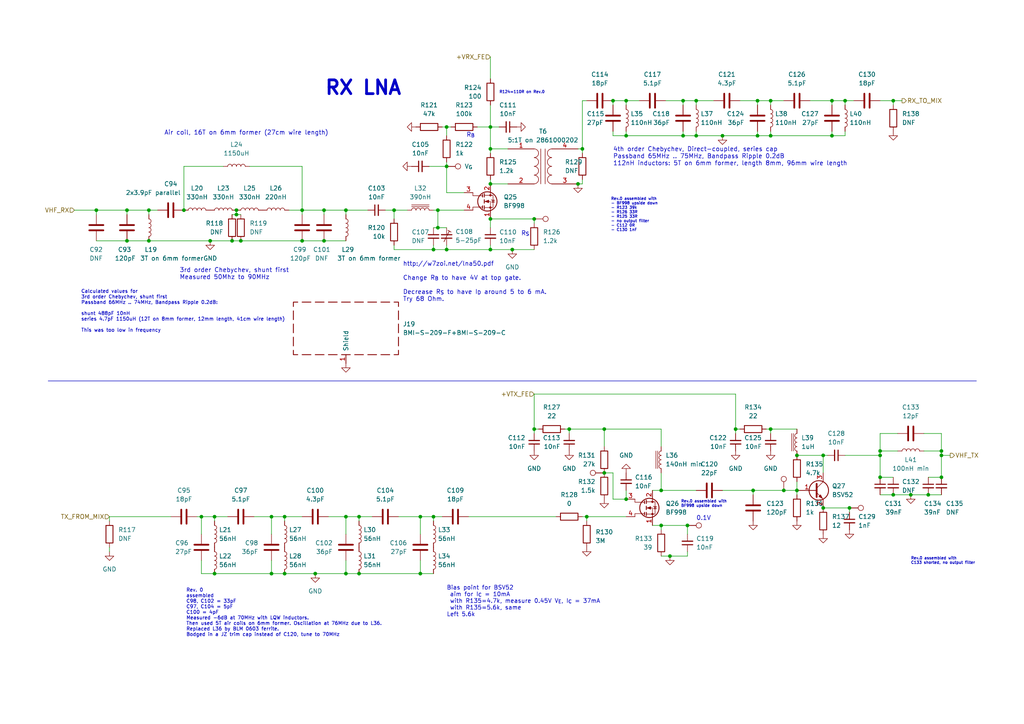
<source format=kicad_sch>
(kicad_sch (version 20230121) (generator eeschema)

  (uuid e85341a8-3e54-4b34-87f5-9974245a7484)

  (paper "A4")

  (title_block
    (title "DART-70 TRX")
    (date "2023-04-10")
    (rev "1")
    (company "HB9EGM")
    (comment 1 "A 4m Band SSB/CW Transceiver")
    (comment 2 "VHF Frontend")
  )

  

  (junction (at 255.27 138.43) (diameter 0) (color 0 0 0 0)
    (uuid 000c2890-8dd1-48c5-a512-99e78fbb4ff3)
  )
  (junction (at 255.27 130.81) (diameter 0) (color 0 0 0 0)
    (uuid 014fbe33-02cf-426c-8214-0ae1d40c7df8)
  )
  (junction (at 264.16 143.51) (diameter 0) (color 0 0 0 0)
    (uuid 05adc4a1-d372-46af-8f37-d1bf4210e96a)
  )
  (junction (at 191.77 142.24) (diameter 0) (color 0 0 0 0)
    (uuid 0c6e8129-07f9-465f-9ce0-2d46f2319c9e)
  )
  (junction (at 104.14 149.86) (diameter 0) (color 0 0 0 0)
    (uuid 0da30ee4-5fbf-45c8-9538-1bf176f03f71)
  )
  (junction (at 129.54 72.39) (diameter 0) (color 0 0 0 0)
    (uuid 17d4eaad-d6d1-43d3-8473-d8c3f046a0e1)
  )
  (junction (at 154.94 124.46) (diameter 0) (color 0 0 0 0)
    (uuid 214ecb40-4c63-4158-be2f-20e603afe1b9)
  )
  (junction (at 241.3 39.37) (diameter 0) (color 0 0 0 0)
    (uuid 22e30deb-2428-4b11-82a9-50d388efeade)
  )
  (junction (at 181.61 144.78) (diameter 0) (color 0 0 0 0)
    (uuid 244c9203-c3ff-4b65-a34d-5892ece48c2b)
  )
  (junction (at 259.08 143.51) (diameter 0) (color 0 0 0 0)
    (uuid 25165fd6-1f85-4abe-b7c3-b22279f7c384)
  )
  (junction (at 273.05 130.81) (diameter 0) (color 0 0 0 0)
    (uuid 26ee6007-1bf6-4087-b885-4536b39b53f7)
  )
  (junction (at 100.33 60.96) (diameter 0) (color 0 0 0 0)
    (uuid 27932209-07aa-4309-8c3b-8c3756ea28f5)
  )
  (junction (at 273.05 138.43) (diameter 0) (color 0 0 0 0)
    (uuid 2854a62c-62ee-424f-b0bf-2019f212815d)
  )
  (junction (at 125.73 72.39) (diameter 0) (color 0 0 0 0)
    (uuid 2855b2aa-20f9-4089-b9aa-63d012f20259)
  )
  (junction (at 201.93 29.21) (diameter 0) (color 0 0 0 0)
    (uuid 2b91b5f6-6358-423e-b62b-3e684fb64a30)
  )
  (junction (at 181.61 29.21) (diameter 0) (color 0 0 0 0)
    (uuid 2c1149ed-3085-4295-b371-1815cbfd540a)
  )
  (junction (at 67.31 69.85) (diameter 0) (color 0 0 0 0)
    (uuid 2dd4e452-7c3f-4e1f-b5b7-f42fcb0e075b)
  )
  (junction (at 53.34 60.96) (diameter 0) (color 0 0 0 0)
    (uuid 30ff6a36-e1f5-45d3-9f31-a6736183ac65)
  )
  (junction (at 43.18 69.85) (diameter 0) (color 0 0 0 0)
    (uuid 32d3fe83-b854-4464-af88-f747caab52be)
  )
  (junction (at 129.54 36.83) (diameter 0) (color 0 0 0 0)
    (uuid 34aea703-6354-4221-ba7e-b2d77e2a6562)
  )
  (junction (at 223.52 29.21) (diameter 0) (color 0 0 0 0)
    (uuid 41bb2995-bcdb-4572-a047-8ce3fa79d0ec)
  )
  (junction (at 154.94 63.5) (diameter 0) (color 0 0 0 0)
    (uuid 433436e6-75b2-4d0e-afe5-51e9ce3b6ceb)
  )
  (junction (at 62.23 166.37) (diameter 0) (color 0 0 0 0)
    (uuid 478dd2b4-151e-4af1-8f7c-ac669cdaf5f8)
  )
  (junction (at 209.55 39.37) (diameter 0) (color 0 0 0 0)
    (uuid 48de30cd-ac12-4cd9-b77e-6276c6cc535e)
  )
  (junction (at 198.12 29.21) (diameter 0) (color 0 0 0 0)
    (uuid 49abb95b-688d-484d-9ecd-26244c95a12f)
  )
  (junction (at 148.59 72.39) (diameter 0) (color 0 0 0 0)
    (uuid 53639ead-a22d-4b74-b706-37b82595afe4)
  )
  (junction (at 142.24 72.39) (diameter 0) (color 0 0 0 0)
    (uuid 5654cc54-aa7f-4e7e-a903-b6ae4711e293)
  )
  (junction (at 60.96 69.85) (diameter 0) (color 0 0 0 0)
    (uuid 59554d60-0b6c-44e8-9274-8126ea48f29b)
  )
  (junction (at 142.24 43.18) (diameter 0) (color 0 0 0 0)
    (uuid 5ac87c87-280c-41aa-b7e2-8cd95dfa0977)
  )
  (junction (at 191.77 152.4) (diameter 0) (color 0 0 0 0)
    (uuid 5b4a4a9a-0092-4d0f-9c31-414a1759762c)
  )
  (junction (at 259.08 29.21) (diameter 0) (color 0 0 0 0)
    (uuid 5f5451e3-d3b2-4513-aa00-6164f9037ce5)
  )
  (junction (at 168.91 43.18) (diameter 0) (color 0 0 0 0)
    (uuid 64c3c5fe-1bb6-4a8a-b1a6-f533cf627997)
  )
  (junction (at 238.76 147.32) (diameter 0) (color 0 0 0 0)
    (uuid 6a54acfb-c2a3-4891-bdef-5359d832b05e)
  )
  (junction (at 269.24 143.51) (diameter 0) (color 0 0 0 0)
    (uuid 6b32d2b6-d80f-475a-90aa-4d36bf0f66aa)
  )
  (junction (at 127 66.04) (diameter 0) (color 0 0 0 0)
    (uuid 6c005152-c357-4bcb-8338-74043f8ed537)
  )
  (junction (at 142.24 63.5) (diameter 0) (color 0 0 0 0)
    (uuid 6f67861a-7006-47b4-bdc7-1b4e03f0937b)
  )
  (junction (at 255.27 132.08) (diameter 0) (color 0 0 0 0)
    (uuid 71e41a0a-3af5-4796-897c-9d1ad0183c9a)
  )
  (junction (at 219.71 39.37) (diameter 0) (color 0 0 0 0)
    (uuid 7246aeaa-7989-41aa-bc34-36314da565dd)
  )
  (junction (at 93.98 69.85) (diameter 0) (color 0 0 0 0)
    (uuid 725298de-8e6b-4cef-8b75-d13dba9603ba)
  )
  (junction (at 121.92 166.37) (diameter 0) (color 0 0 0 0)
    (uuid 73b5aae3-6e5d-411f-8595-e3380fb1b4de)
  )
  (junction (at 127 60.96) (diameter 0) (color 0 0 0 0)
    (uuid 755aea78-2b8e-4969-8c1a-4e66cdc3e55c)
  )
  (junction (at 199.39 152.4) (diameter 0) (color 0 0 0 0)
    (uuid 7e3cf1a5-27ba-4fb2-9e80-6e1100e7286d)
  )
  (junction (at 36.83 60.96) (diameter 0) (color 0 0 0 0)
    (uuid 7e40bcc0-3aaa-4014-a65e-4bba8fb828b1)
  )
  (junction (at 246.38 147.32) (diameter 0) (color 0 0 0 0)
    (uuid 8275d0f0-4cd2-4f60-b1d1-1f544f364a6d)
  )
  (junction (at 227.33 142.24) (diameter 0) (color 0 0 0 0)
    (uuid 828403cb-c2e9-4ccc-8f46-66963ed2f21b)
  )
  (junction (at 241.3 29.21) (diameter 0) (color 0 0 0 0)
    (uuid 830530a0-7b7e-4b57-bcad-ac6bcc2d3cd2)
  )
  (junction (at 68.58 62.23) (diameter 0) (color 0 0 0 0)
    (uuid 84c10573-abbd-42a2-ba39-89dbac386a99)
  )
  (junction (at 213.36 124.46) (diameter 0) (color 0 0 0 0)
    (uuid 8b36f47c-4ffc-4598-8c26-644b57b5c662)
  )
  (junction (at 100.33 149.86) (diameter 0) (color 0 0 0 0)
    (uuid 92b08d51-62a5-44c7-b4b2-471f395c1538)
  )
  (junction (at 165.1 124.46) (diameter 0) (color 0 0 0 0)
    (uuid 94cebd10-3367-4d9a-a1b7-f7d9e07bdd90)
  )
  (junction (at 273.05 132.08) (diameter 0) (color 0 0 0 0)
    (uuid 96ae9ecf-e0a2-432a-8ece-94cf7cced6b7)
  )
  (junction (at 114.3 60.96) (diameter 0) (color 0 0 0 0)
    (uuid 99467fa5-d96f-4f1c-8084-626f6cebc0c0)
  )
  (junction (at 82.55 149.86) (diameter 0) (color 0 0 0 0)
    (uuid 99b2f434-c683-4943-880b-c0c7051efceb)
  )
  (junction (at 36.83 69.85) (diameter 0) (color 0 0 0 0)
    (uuid 9a8d2c66-6370-437d-a4a0-cb771a0d8c97)
  )
  (junction (at 170.18 149.86) (diameter 0) (color 0 0 0 0)
    (uuid 9b63d6a0-33d9-4ade-b725-ee15ec044acc)
  )
  (junction (at 78.74 149.86) (diameter 0) (color 0 0 0 0)
    (uuid a3b76309-ce22-4be7-b174-f23d53e74bf4)
  )
  (junction (at 231.14 142.24) (diameter 0) (color 0 0 0 0)
    (uuid a6cfd25a-774e-4db2-b2d4-fd41eec62fd5)
  )
  (junction (at 93.98 60.96) (diameter 0) (color 0 0 0 0)
    (uuid a6dee93e-101e-421c-aa3d-cf1491a2d23c)
  )
  (junction (at 218.44 142.24) (diameter 0) (color 0 0 0 0)
    (uuid a7ae57b6-5005-47d4-809d-6b7d6ada6d03)
  )
  (junction (at 129.54 48.26) (diameter 0) (color 0 0 0 0)
    (uuid a875ac5f-456f-42ae-bc04-dd8d1a120797)
  )
  (junction (at 142.24 53.34) (diameter 0) (color 0 0 0 0)
    (uuid a9dded2e-d08b-4bdb-ab4a-1fce0d42d43e)
  )
  (junction (at 201.93 39.37) (diameter 0) (color 0 0 0 0)
    (uuid aaee6b9a-4306-45ff-b9b6-5d802512dd52)
  )
  (junction (at 104.14 166.37) (diameter 0) (color 0 0 0 0)
    (uuid acd2b84b-0360-40c0-9d3c-37686ac65d45)
  )
  (junction (at 27.94 60.96) (diameter 0) (color 0 0 0 0)
    (uuid add0bd1b-274a-4ddf-b875-51d6108aab49)
  )
  (junction (at 219.71 29.21) (diameter 0) (color 0 0 0 0)
    (uuid b0c6448c-be7d-4ebe-a1be-1e8f330d6dbb)
  )
  (junction (at 231.14 132.08) (diameter 0) (color 0 0 0 0)
    (uuid b23444ea-cd8e-4df0-84f4-070156b2e3b7)
  )
  (junction (at 78.74 166.37) (diameter 0) (color 0 0 0 0)
    (uuid b2eebecb-1e6e-428a-a74f-c777d25a68fc)
  )
  (junction (at 87.63 69.85) (diameter 0) (color 0 0 0 0)
    (uuid b4922278-ce3f-46ba-a2a2-cd5c71f714de)
  )
  (junction (at 223.52 124.46) (diameter 0) (color 0 0 0 0)
    (uuid b8abc7e6-6611-45b5-9a55-3a65a7522e32)
  )
  (junction (at 69.85 69.85) (diameter 0) (color 0 0 0 0)
    (uuid bcdfe8ed-4c7e-419e-b702-6bca070854e1)
  )
  (junction (at 245.11 29.21) (diameter 0) (color 0 0 0 0)
    (uuid bf6081e5-fd4b-4fb3-b523-139036f4041c)
  )
  (junction (at 198.12 39.37) (diameter 0) (color 0 0 0 0)
    (uuid c5c6520c-9e3e-436f-b14f-faf22a42dfbb)
  )
  (junction (at 175.26 124.46) (diameter 0) (color 0 0 0 0)
    (uuid c8d4f236-4705-41bb-b1be-5cef1ea2c536)
  )
  (junction (at 125.73 149.86) (diameter 0) (color 0 0 0 0)
    (uuid cc2cb73f-acad-4a16-94a4-9816e494e931)
  )
  (junction (at 87.63 60.96) (diameter 0) (color 0 0 0 0)
    (uuid ce1e90a2-6376-4288-8749-493e809aba5d)
  )
  (junction (at 82.55 166.37) (diameter 0) (color 0 0 0 0)
    (uuid cf1b5f78-965c-4a11-8679-6b71c31e3151)
  )
  (junction (at 194.31 161.29) (diameter 0) (color 0 0 0 0)
    (uuid d0fb093c-3a0b-4150-bde4-bd1af1a4bfff)
  )
  (junction (at 181.61 39.37) (diameter 0) (color 0 0 0 0)
    (uuid d50ac601-83b2-43a2-808a-3b58d5a2b71f)
  )
  (junction (at 223.52 39.37) (diameter 0) (color 0 0 0 0)
    (uuid d600cdf9-d630-4f89-a09e-87efccd0902e)
  )
  (junction (at 167.64 53.34) (diameter 0) (color 0 0 0 0)
    (uuid d76a5f48-7d00-42d5-9e04-2f9f8b67bd1d)
  )
  (junction (at 68.58 60.96) (diameter 0) (color 0 0 0 0)
    (uuid dbad22ed-87bd-4fef-a142-c1d56fc5ada0)
  )
  (junction (at 43.18 60.96) (diameter 0) (color 0 0 0 0)
    (uuid df93aeee-38d4-42fb-b5da-51a73fd2e2bc)
  )
  (junction (at 177.8 29.21) (diameter 0) (color 0 0 0 0)
    (uuid e0493c7a-5485-41e4-ba79-779aff029fab)
  )
  (junction (at 142.24 36.83) (diameter 0) (color 0 0 0 0)
    (uuid e04f8c65-d602-47fb-9c32-a40fa4054257)
  )
  (junction (at 121.92 149.86) (diameter 0) (color 0 0 0 0)
    (uuid e245969c-96e2-4467-a4b0-55df65c2006d)
  )
  (junction (at 238.76 132.08) (diameter 0) (color 0 0 0 0)
    (uuid e717955e-2a81-4d91-a91b-854d445c9b5d)
  )
  (junction (at 62.23 149.86) (diameter 0) (color 0 0 0 0)
    (uuid ebd2a656-9283-42a7-a471-cb22596c1597)
  )
  (junction (at 91.44 166.37) (diameter 0) (color 0 0 0 0)
    (uuid efc30e1a-e377-428a-a178-12aea37c7387)
  )
  (junction (at 100.33 166.37) (diameter 0) (color 0 0 0 0)
    (uuid f575c0c7-4207-49b8-a759-d4cfe42586d5)
  )
  (junction (at 58.42 149.86) (diameter 0) (color 0 0 0 0)
    (uuid f671888e-311a-48ca-a183-135a403be009)
  )
  (junction (at 175.26 137.16) (diameter 0) (color 0 0 0 0)
    (uuid ff95d81e-5a87-4294-9b1c-6e9a77990629)
  )

  (wire (pts (xy 67.31 69.85) (xy 69.85 69.85))
    (stroke (width 0) (type default))
    (uuid 00e5b5fc-5bd0-40af-9ee7-a472844c2151)
  )
  (wire (pts (xy 181.61 29.21) (xy 181.61 30.48))
    (stroke (width 0) (type default))
    (uuid 01092b77-815f-43be-992d-fc218557d154)
  )
  (wire (pts (xy 147.32 53.34) (xy 142.24 53.34))
    (stroke (width 0) (type default))
    (uuid 020af510-7992-416e-a265-00652eb27830)
  )
  (wire (pts (xy 219.71 39.37) (xy 219.71 38.1))
    (stroke (width 0) (type default))
    (uuid 02b3711f-b3bf-4a32-8116-7fa82771cd03)
  )
  (wire (pts (xy 121.92 154.94) (xy 121.92 149.86))
    (stroke (width 0) (type default))
    (uuid 03602e32-1245-4e32-9ecc-9044bdca6c61)
  )
  (wire (pts (xy 93.98 60.96) (xy 93.98 62.23))
    (stroke (width 0) (type default))
    (uuid 04e72cbc-c02a-4a92-b021-b9939e4db36f)
  )
  (wire (pts (xy 36.83 69.85) (xy 43.18 69.85))
    (stroke (width 0) (type default))
    (uuid 050efeb3-533d-4b9a-a0e2-1737784edf33)
  )
  (wire (pts (xy 213.36 125.73) (xy 213.36 124.46))
    (stroke (width 0) (type default))
    (uuid 05820599-8acc-49ba-a88a-070cbbe28e1a)
  )
  (wire (pts (xy 31.75 158.75) (xy 31.75 160.02))
    (stroke (width 0) (type default))
    (uuid 06230da2-e6a9-4df3-a8a6-1054a2179a17)
  )
  (wire (pts (xy 154.94 125.73) (xy 154.94 124.46))
    (stroke (width 0) (type default))
    (uuid 0785ffee-5a6c-4b20-b83b-a9e51509ed25)
  )
  (wire (pts (xy 58.42 154.94) (xy 58.42 149.86))
    (stroke (width 0) (type default))
    (uuid 0a805d5b-6113-4e7d-8ab7-c42d5a8f29b1)
  )
  (wire (pts (xy 273.05 138.43) (xy 269.24 138.43))
    (stroke (width 0) (type default))
    (uuid 0a8243fe-ff3f-46fc-84d0-bd04869d2919)
  )
  (wire (pts (xy 255.27 143.51) (xy 259.08 143.51))
    (stroke (width 0) (type default))
    (uuid 0aaac6da-8724-4417-a920-18dccd519f57)
  )
  (wire (pts (xy 238.76 132.08) (xy 240.03 132.08))
    (stroke (width 0) (type default))
    (uuid 0b6b8363-c8e1-4799-8ee5-abeba534856c)
  )
  (wire (pts (xy 246.38 147.32) (xy 238.76 147.32))
    (stroke (width 0) (type default))
    (uuid 0c549802-b595-4de9-b4f2-5d5dc13cce92)
  )
  (wire (pts (xy 82.55 151.13) (xy 82.55 149.86))
    (stroke (width 0) (type default))
    (uuid 0f1de0dd-804a-4596-bff8-c84c9821c96f)
  )
  (wire (pts (xy 218.44 142.24) (xy 218.44 143.51))
    (stroke (width 0) (type default))
    (uuid 0f2ae659-a3c6-4de9-8cc9-1cb8eb738749)
  )
  (wire (pts (xy 255.27 130.81) (xy 255.27 132.08))
    (stroke (width 0) (type default))
    (uuid 0fae205c-5af3-4a45-b101-8bcc5ce05f03)
  )
  (wire (pts (xy 57.15 149.86) (xy 58.42 149.86))
    (stroke (width 0) (type default))
    (uuid 10dd21c7-9fd9-4a44-8ab3-640f7ca149dd)
  )
  (wire (pts (xy 31.75 149.86) (xy 49.53 149.86))
    (stroke (width 0) (type default))
    (uuid 118829bb-dced-433c-b2a5-be320b37c6db)
  )
  (wire (pts (xy 148.59 72.39) (xy 142.24 72.39))
    (stroke (width 0) (type default))
    (uuid 11920e1b-be55-4c86-8c94-fad4a5a5ea6f)
  )
  (wire (pts (xy 223.52 39.37) (xy 241.3 39.37))
    (stroke (width 0) (type default))
    (uuid 135fafe3-46f6-4185-8d74-e430c711885a)
  )
  (wire (pts (xy 246.38 148.59) (xy 246.38 147.32))
    (stroke (width 0) (type default))
    (uuid 17b00afe-c752-4fe9-88c5-3ad96b8a7e70)
  )
  (wire (pts (xy 177.8 137.16) (xy 177.8 144.78))
    (stroke (width 0) (type default))
    (uuid 1941db9c-382f-44cc-a903-a93207b6a93d)
  )
  (wire (pts (xy 60.96 69.85) (xy 67.31 69.85))
    (stroke (width 0) (type default))
    (uuid 1a18bdd7-506a-46c8-8c47-7d7591f2bfbc)
  )
  (wire (pts (xy 27.94 60.96) (xy 36.83 60.96))
    (stroke (width 0) (type default))
    (uuid 1a97cca3-0fe5-4bfa-8d57-ca1b191bfea3)
  )
  (wire (pts (xy 154.94 114.3) (xy 213.36 114.3))
    (stroke (width 0) (type default))
    (uuid 1aae337c-ccaa-46d6-b513-e315bd052c26)
  )
  (wire (pts (xy 125.73 60.96) (xy 127 60.96))
    (stroke (width 0) (type default))
    (uuid 1acffc7b-3719-4cb9-9be2-22b9b0dc94ee)
  )
  (wire (pts (xy 219.71 29.21) (xy 223.52 29.21))
    (stroke (width 0) (type default))
    (uuid 1c0cfd5c-a642-423e-bcd7-fee83fdee590)
  )
  (wire (pts (xy 87.63 69.85) (xy 93.98 69.85))
    (stroke (width 0) (type default))
    (uuid 1cb95966-d9b9-40ac-b03f-1f46d823a11d)
  )
  (wire (pts (xy 69.85 69.85) (xy 87.63 69.85))
    (stroke (width 0) (type default))
    (uuid 1e066e3b-074f-4121-8f27-8215bc8d3261)
  )
  (wire (pts (xy 142.24 53.34) (xy 142.24 52.07))
    (stroke (width 0) (type default))
    (uuid 1f1766e2-d2db-4154-b565-458e0aeda8eb)
  )
  (wire (pts (xy 198.12 39.37) (xy 198.12 38.1))
    (stroke (width 0) (type default))
    (uuid 1f992b26-230b-423a-9f5b-b5e2eae3f796)
  )
  (wire (pts (xy 273.05 132.08) (xy 273.05 138.43))
    (stroke (width 0) (type default))
    (uuid 20193a25-dfb2-4d02-b772-e6a2bc97d410)
  )
  (wire (pts (xy 193.04 29.21) (xy 198.12 29.21))
    (stroke (width 0) (type default))
    (uuid 211489a5-413a-4de7-bb6b-ce735ffe7c80)
  )
  (wire (pts (xy 191.77 152.4) (xy 189.23 152.4))
    (stroke (width 0) (type default))
    (uuid 21acb83f-68ea-41e5-b622-dc4aeb4e23bc)
  )
  (wire (pts (xy 87.63 60.96) (xy 93.98 60.96))
    (stroke (width 0) (type default))
    (uuid 23c577d6-b831-4003-b3d4-9a9a5520a466)
  )
  (wire (pts (xy 241.3 39.37) (xy 241.3 38.1))
    (stroke (width 0) (type default))
    (uuid 24280ee6-c585-4835-8fc4-d7860dfbfdba)
  )
  (polyline (pts (xy 13.97 110.49) (xy 283.21 110.49))
    (stroke (width 0) (type default))
    (uuid 2812a88f-15e5-44c4-a66a-beb23630881f)
  )

  (wire (pts (xy 21.59 60.96) (xy 27.94 60.96))
    (stroke (width 0) (type default))
    (uuid 28691614-25d8-432a-9210-110c9d424ff4)
  )
  (wire (pts (xy 31.75 151.13) (xy 31.75 149.86))
    (stroke (width 0) (type default))
    (uuid 2d478155-78b3-43e6-9e0b-cf58b9dbf0cb)
  )
  (wire (pts (xy 231.14 139.7) (xy 231.14 142.24))
    (stroke (width 0) (type default))
    (uuid 2e3e1835-0994-46d3-b4ac-db18042e081b)
  )
  (wire (pts (xy 43.18 69.85) (xy 60.96 69.85))
    (stroke (width 0) (type default))
    (uuid 2e5066c7-bc67-4b7c-aae7-15cd49e110ca)
  )
  (wire (pts (xy 273.05 130.81) (xy 267.97 130.81))
    (stroke (width 0) (type default))
    (uuid 2f09267e-b3dd-4163-aee3-b882166dbe57)
  )
  (wire (pts (xy 142.24 63.5) (xy 142.24 66.04))
    (stroke (width 0) (type default))
    (uuid 2f240c86-aceb-464b-899d-7618bd58be8d)
  )
  (wire (pts (xy 241.3 29.21) (xy 245.11 29.21))
    (stroke (width 0) (type default))
    (uuid 30701c9e-85dc-4e9a-972e-ad6a04210bf0)
  )
  (wire (pts (xy 177.8 144.78) (xy 181.61 144.78))
    (stroke (width 0) (type default))
    (uuid 32c7e7d5-5cf0-4052-9904-fc5aa41decb5)
  )
  (wire (pts (xy 168.91 52.07) (xy 168.91 53.34))
    (stroke (width 0) (type default))
    (uuid 3303b423-732f-4ec1-9f34-6a65ea125a9f)
  )
  (wire (pts (xy 72.39 48.26) (xy 87.63 48.26))
    (stroke (width 0) (type default))
    (uuid 33f29fa7-5b0b-49c9-a605-50b7be5943a9)
  )
  (wire (pts (xy 142.24 16.51) (xy 142.24 22.86))
    (stroke (width 0) (type default))
    (uuid 3405d2ca-755d-457e-986a-931c3894937d)
  )
  (wire (pts (xy 175.26 124.46) (xy 191.77 124.46))
    (stroke (width 0) (type default))
    (uuid 36c2a5ae-5ab8-440b-a41f-9b00518ecd46)
  )
  (wire (pts (xy 82.55 166.37) (xy 78.74 166.37))
    (stroke (width 0) (type default))
    (uuid 39ede154-b114-42b1-9471-69e8225de7ab)
  )
  (wire (pts (xy 181.61 29.21) (xy 185.42 29.21))
    (stroke (width 0) (type default))
    (uuid 3c5dfaac-ce4d-429a-aba1-920080a05a25)
  )
  (wire (pts (xy 209.55 39.37) (xy 219.71 39.37))
    (stroke (width 0) (type default))
    (uuid 3cac3e67-9601-4bbe-8f74-51e6c8133fb4)
  )
  (wire (pts (xy 121.92 162.56) (xy 121.92 166.37))
    (stroke (width 0) (type default))
    (uuid 3df06db1-0ec7-4afd-97b5-1156b9e13855)
  )
  (wire (pts (xy 58.42 149.86) (xy 62.23 149.86))
    (stroke (width 0) (type default))
    (uuid 3e89f96a-4149-49e9-8931-921ce8c3a055)
  )
  (wire (pts (xy 93.98 69.85) (xy 100.33 69.85))
    (stroke (width 0) (type default))
    (uuid 3f75e8f9-17fe-41fa-8be1-97bb9d74f36e)
  )
  (wire (pts (xy 36.83 60.96) (xy 43.18 60.96))
    (stroke (width 0) (type default))
    (uuid 426afdc4-b639-4a13-b435-77d23c36d327)
  )
  (wire (pts (xy 128.27 36.83) (xy 129.54 36.83))
    (stroke (width 0) (type default))
    (uuid 45d11611-49a6-4964-afa3-7f0162c0c739)
  )
  (wire (pts (xy 191.77 142.24) (xy 201.93 142.24))
    (stroke (width 0) (type default))
    (uuid 4a16b6dc-2288-4548-9c84-0bbf2a1d57bd)
  )
  (wire (pts (xy 73.66 149.86) (xy 78.74 149.86))
    (stroke (width 0) (type default))
    (uuid 4b74047d-1cfb-4a70-804a-a9c009584e7a)
  )
  (wire (pts (xy 78.74 149.86) (xy 82.55 149.86))
    (stroke (width 0) (type default))
    (uuid 4bf865ed-62d5-49b3-9115-02bd4f7f3f74)
  )
  (wire (pts (xy 121.92 149.86) (xy 125.73 149.86))
    (stroke (width 0) (type default))
    (uuid 4ca5ee79-1360-4517-b073-b387778d1f9d)
  )
  (wire (pts (xy 181.61 39.37) (xy 198.12 39.37))
    (stroke (width 0) (type default))
    (uuid 4cad7fe9-18a3-4205-bf76-118f190d710a)
  )
  (wire (pts (xy 273.05 130.81) (xy 273.05 132.08))
    (stroke (width 0) (type default))
    (uuid 4cf19b83-343d-444b-b344-abd964c46130)
  )
  (wire (pts (xy 201.93 30.48) (xy 201.93 29.21))
    (stroke (width 0) (type default))
    (uuid 4e6b63c8-8daf-4486-a68d-7144b46e5ea2)
  )
  (wire (pts (xy 199.39 160.02) (xy 199.39 161.29))
    (stroke (width 0) (type default))
    (uuid 520deeb0-2cb2-4b4b-9ce8-239203e7b895)
  )
  (wire (pts (xy 100.33 60.96) (xy 100.33 62.23))
    (stroke (width 0) (type default))
    (uuid 52a29cb5-fc2a-4abb-a968-bbb1b5d9b7d6)
  )
  (wire (pts (xy 199.39 161.29) (xy 194.31 161.29))
    (stroke (width 0) (type default))
    (uuid 5393cb79-d4ff-48a3-8106-b4f929de870b)
  )
  (wire (pts (xy 234.95 29.21) (xy 241.3 29.21))
    (stroke (width 0) (type default))
    (uuid 54136090-6e59-411c-8c76-ff74b4ba8cdc)
  )
  (wire (pts (xy 170.18 29.21) (xy 168.91 29.21))
    (stroke (width 0) (type default))
    (uuid 5516e114-54d5-4ea3-8bfe-40e5be6eb192)
  )
  (wire (pts (xy 273.05 125.73) (xy 273.05 130.81))
    (stroke (width 0) (type default))
    (uuid 55590f3c-3315-4934-b354-427f99e886f0)
  )
  (wire (pts (xy 114.3 72.39) (xy 125.73 72.39))
    (stroke (width 0) (type default))
    (uuid 57578d86-772e-43cb-bffa-d432e3d6da21)
  )
  (wire (pts (xy 241.3 30.48) (xy 241.3 29.21))
    (stroke (width 0) (type default))
    (uuid 575b9d80-5f4d-4af9-aef0-45c51d673684)
  )
  (wire (pts (xy 213.36 124.46) (xy 214.63 124.46))
    (stroke (width 0) (type default))
    (uuid 588442fe-0325-47ea-8587-f22398d8d769)
  )
  (wire (pts (xy 222.25 124.46) (xy 223.52 124.46))
    (stroke (width 0) (type default))
    (uuid 58845e3f-7112-4368-b742-d952a9ef30c6)
  )
  (wire (pts (xy 78.74 162.56) (xy 78.74 166.37))
    (stroke (width 0) (type default))
    (uuid 58fbc0d9-bfce-471f-9cf7-701dbddb2959)
  )
  (wire (pts (xy 115.57 149.86) (xy 121.92 149.86))
    (stroke (width 0) (type default))
    (uuid 592caa8b-0386-47d0-8e78-0b9d3a2052bb)
  )
  (wire (pts (xy 241.3 39.37) (xy 245.11 39.37))
    (stroke (width 0) (type default))
    (uuid 59e552bf-7958-4fda-a0db-f9e371531f5e)
  )
  (wire (pts (xy 273.05 125.73) (xy 267.97 125.73))
    (stroke (width 0) (type default))
    (uuid 5dae51d8-31a1-45b5-aee6-b5709476c318)
  )
  (wire (pts (xy 142.24 72.39) (xy 142.24 71.12))
    (stroke (width 0) (type default))
    (uuid 5e2169a0-de19-4cd6-bf52-b74f00504da1)
  )
  (wire (pts (xy 43.18 60.96) (xy 45.72 60.96))
    (stroke (width 0) (type default))
    (uuid 5e70f545-979a-40c9-bda1-1c7591189e45)
  )
  (wire (pts (xy 142.24 36.83) (xy 142.24 30.48))
    (stroke (width 0) (type default))
    (uuid 5e721fb4-c9a0-4ae9-89ea-2beae0e47e97)
  )
  (wire (pts (xy 43.18 60.96) (xy 43.18 62.23))
    (stroke (width 0) (type default))
    (uuid 5ea7489e-e91b-44f0-a035-3448b45ceadc)
  )
  (wire (pts (xy 168.91 53.34) (xy 167.64 53.34))
    (stroke (width 0) (type default))
    (uuid 5f5c060f-99c6-4d58-b44a-4244837c6652)
  )
  (wire (pts (xy 259.08 29.21) (xy 261.62 29.21))
    (stroke (width 0) (type default))
    (uuid 5fceb92d-7a0e-4b2f-966c-33a3f8978ee9)
  )
  (wire (pts (xy 142.24 44.45) (xy 142.24 43.18))
    (stroke (width 0) (type default))
    (uuid 6005394b-9189-4171-b053-ebfd9d60c03e)
  )
  (wire (pts (xy 154.94 124.46) (xy 156.21 124.46))
    (stroke (width 0) (type default))
    (uuid 600c3ac6-9e9d-494f-9f04-3cadeb854f32)
  )
  (wire (pts (xy 191.77 161.29) (xy 194.31 161.29))
    (stroke (width 0) (type default))
    (uuid 60a459b9-afd7-4bdd-b38a-a5f2882f31e7)
  )
  (wire (pts (xy 201.93 39.37) (xy 198.12 39.37))
    (stroke (width 0) (type default))
    (uuid 60bad9ca-4bdf-454c-ad68-9fa3a1ef1953)
  )
  (wire (pts (xy 100.33 154.94) (xy 100.33 149.86))
    (stroke (width 0) (type default))
    (uuid 61a9e6a8-4104-4faf-9104-407030fee84b)
  )
  (wire (pts (xy 223.52 29.21) (xy 227.33 29.21))
    (stroke (width 0) (type default))
    (uuid 61f8165d-255a-4197-a48c-ea44a5589c76)
  )
  (wire (pts (xy 198.12 30.48) (xy 198.12 29.21))
    (stroke (width 0) (type default))
    (uuid 62cac600-87c9-4b70-81ad-6cbecfa5dbe3)
  )
  (wire (pts (xy 58.42 166.37) (xy 58.42 162.56))
    (stroke (width 0) (type default))
    (uuid 64d10b25-44e3-4ccf-8c4c-e8390cc663cc)
  )
  (wire (pts (xy 135.89 149.86) (xy 161.29 149.86))
    (stroke (width 0) (type default))
    (uuid 651fb468-303e-49f9-86a2-03bfc4d45faa)
  )
  (wire (pts (xy 147.32 43.18) (xy 142.24 43.18))
    (stroke (width 0) (type default))
    (uuid 6609241a-334e-4ced-ae81-0759311dbbad)
  )
  (wire (pts (xy 125.73 72.39) (xy 129.54 72.39))
    (stroke (width 0) (type default))
    (uuid 67ee9752-cba6-4ecb-80e8-065f573d8511)
  )
  (wire (pts (xy 104.14 151.13) (xy 104.14 149.86))
    (stroke (width 0) (type default))
    (uuid 6a845cb2-3ede-406b-9084-98637e393984)
  )
  (wire (pts (xy 125.73 66.04) (xy 127 66.04))
    (stroke (width 0) (type default))
    (uuid 6c99d25b-dc2d-4eeb-b0ca-e420c2d8e986)
  )
  (wire (pts (xy 167.64 43.18) (xy 168.91 43.18))
    (stroke (width 0) (type default))
    (uuid 710b6ecd-a9cf-4c16-b156-7ab0bb0c1245)
  )
  (wire (pts (xy 68.58 60.96) (xy 68.58 62.23))
    (stroke (width 0) (type default))
    (uuid 739c4bc4-71b1-4060-996c-b30955427381)
  )
  (wire (pts (xy 58.42 166.37) (xy 62.23 166.37))
    (stroke (width 0) (type default))
    (uuid 7454e18d-eee9-48b0-92f9-1e9dd000570e)
  )
  (wire (pts (xy 165.1 125.73) (xy 165.1 124.46))
    (stroke (width 0) (type default))
    (uuid 7560791f-9e21-48d6-b563-63cea6c3213c)
  )
  (wire (pts (xy 198.12 29.21) (xy 201.93 29.21))
    (stroke (width 0) (type default))
    (uuid 7564e54f-11f2-406e-b3e0-3e6cb42b6b60)
  )
  (wire (pts (xy 213.36 114.3) (xy 213.36 124.46))
    (stroke (width 0) (type default))
    (uuid 77b25420-5329-41cc-adbb-89183fe29bb0)
  )
  (wire (pts (xy 125.73 71.12) (xy 125.73 72.39))
    (stroke (width 0) (type default))
    (uuid 7cc4119c-4cff-43ef-9ca9-bb482331f51a)
  )
  (wire (pts (xy 154.94 72.39) (xy 148.59 72.39))
    (stroke (width 0) (type default))
    (uuid 7fb4a628-0a3a-45fd-b9bd-c186e37edcf1)
  )
  (wire (pts (xy 62.23 149.86) (xy 62.23 151.13))
    (stroke (width 0) (type default))
    (uuid 88eb19d8-f75f-452a-aea0-22522a3bade1)
  )
  (wire (pts (xy 129.54 36.83) (xy 129.54 39.37))
    (stroke (width 0) (type default))
    (uuid 89b48dc9-c00e-48be-93c9-faa060ba3b37)
  )
  (wire (pts (xy 154.94 64.77) (xy 154.94 63.5))
    (stroke (width 0) (type default))
    (uuid 89faec98-fdf7-49b4-8a14-ddcd50d33077)
  )
  (wire (pts (xy 255.27 130.81) (xy 260.35 130.81))
    (stroke (width 0) (type default))
    (uuid 8a9636c9-f9aa-4988-96b0-c28179bfc477)
  )
  (wire (pts (xy 201.93 29.21) (xy 207.01 29.21))
    (stroke (width 0) (type default))
    (uuid 8b01a92c-6579-45f1-a8cb-784184b3c0a6)
  )
  (wire (pts (xy 125.73 151.13) (xy 125.73 149.86))
    (stroke (width 0) (type default))
    (uuid 8bfdfab4-901c-4c87-bff9-1a225f39b380)
  )
  (wire (pts (xy 114.3 71.12) (xy 114.3 72.39))
    (stroke (width 0) (type default))
    (uuid 8d93b96e-d58e-4f76-b91e-0a4672ad0838)
  )
  (wire (pts (xy 177.8 39.37) (xy 181.61 39.37))
    (stroke (width 0) (type default))
    (uuid 90e6d25b-41c3-4379-94e3-70433d4656f5)
  )
  (wire (pts (xy 245.11 30.48) (xy 245.11 29.21))
    (stroke (width 0) (type default))
    (uuid 924031ab-bf44-4a2f-aaf7-c38b8a8abc40)
  )
  (wire (pts (xy 168.91 44.45) (xy 168.91 43.18))
    (stroke (width 0) (type default))
    (uuid 93f6fd09-e356-47ef-a2d2-c1ed422dabe3)
  )
  (wire (pts (xy 177.8 29.21) (xy 181.61 29.21))
    (stroke (width 0) (type default))
    (uuid 94425972-63e3-432d-8409-356e5b22940b)
  )
  (wire (pts (xy 259.08 30.48) (xy 259.08 29.21))
    (stroke (width 0) (type default))
    (uuid 9723f6e4-63d9-4b79-a06d-706fe6a5b67e)
  )
  (wire (pts (xy 223.52 30.48) (xy 223.52 29.21))
    (stroke (width 0) (type default))
    (uuid 98084cbc-b94f-488e-83ba-487b7983eff7)
  )
  (wire (pts (xy 104.14 166.37) (xy 121.92 166.37))
    (stroke (width 0) (type default))
    (uuid 98b8d1fc-b75d-4b78-abcf-b05b708bb68b)
  )
  (wire (pts (xy 127 60.96) (xy 134.62 60.96))
    (stroke (width 0) (type default))
    (uuid 98fe9f07-d0e7-4808-8553-39a038479457)
  )
  (wire (pts (xy 223.52 125.73) (xy 223.52 124.46))
    (stroke (width 0) (type default))
    (uuid 99be3360-249d-4c89-a77e-43cb1aef6c84)
  )
  (wire (pts (xy 177.8 30.48) (xy 177.8 29.21))
    (stroke (width 0) (type default))
    (uuid 9c7aae02-34fd-4a06-bca1-a165128a73a8)
  )
  (wire (pts (xy 127 66.04) (xy 127 60.96))
    (stroke (width 0) (type default))
    (uuid 9c85880b-9d5c-4fe3-84f6-20ee24e87c39)
  )
  (wire (pts (xy 191.77 152.4) (xy 191.77 153.67))
    (stroke (width 0) (type default))
    (uuid 9d2b433e-1dfc-4d0f-abe1-2e83343631b5)
  )
  (wire (pts (xy 201.93 39.37) (xy 209.55 39.37))
    (stroke (width 0) (type default))
    (uuid 9f025a2e-cbc7-46d0-a262-ab48be6c2823)
  )
  (wire (pts (xy 124.46 48.26) (xy 129.54 48.26))
    (stroke (width 0) (type default))
    (uuid 9f1a398d-ae6d-496d-87ab-0e13a3b648a5)
  )
  (wire (pts (xy 100.33 60.96) (xy 106.68 60.96))
    (stroke (width 0) (type default))
    (uuid a07f0e55-9b3e-4df6-80c8-c3fa196fb8fb)
  )
  (wire (pts (xy 273.05 132.08) (xy 275.59 132.08))
    (stroke (width 0) (type default))
    (uuid a0a96770-3ff5-49c4-bef3-d4bbe6b6c079)
  )
  (wire (pts (xy 245.11 29.21) (xy 247.65 29.21))
    (stroke (width 0) (type default))
    (uuid a20e7e63-2306-4377-ac55-7c7faf4ea27c)
  )
  (wire (pts (xy 114.3 63.5) (xy 114.3 60.96))
    (stroke (width 0) (type default))
    (uuid a22912c1-4914-44a6-a3c9-493ad4dcc081)
  )
  (wire (pts (xy 62.23 149.86) (xy 66.04 149.86))
    (stroke (width 0) (type default))
    (uuid a2441a3d-56da-463e-a8a4-fe521e8b2256)
  )
  (wire (pts (xy 165.1 124.46) (xy 175.26 124.46))
    (stroke (width 0) (type default))
    (uuid a621d0fa-e7c7-4146-b68b-596f01fe056d)
  )
  (wire (pts (xy 91.44 166.37) (xy 100.33 166.37))
    (stroke (width 0) (type default))
    (uuid a6cacc83-9486-4966-a9b9-13167fbba476)
  )
  (wire (pts (xy 168.91 149.86) (xy 170.18 149.86))
    (stroke (width 0) (type default))
    (uuid a7257f0e-5835-436f-aac9-204afa049a30)
  )
  (wire (pts (xy 129.54 46.99) (xy 129.54 48.26))
    (stroke (width 0) (type default))
    (uuid a72c2df8-7b09-4ff0-a6ca-cd32045fcb5a)
  )
  (wire (pts (xy 245.11 39.37) (xy 245.11 38.1))
    (stroke (width 0) (type default))
    (uuid a8ddd670-538a-4580-8d79-e43d90515d40)
  )
  (wire (pts (xy 121.92 166.37) (xy 125.73 166.37))
    (stroke (width 0) (type default))
    (uuid a8e639fa-31d1-427e-bd80-a8648f74c2c3)
  )
  (wire (pts (xy 100.33 149.86) (xy 104.14 149.86))
    (stroke (width 0) (type default))
    (uuid aade9f87-67ba-4c61-82c0-2663d0f88027)
  )
  (wire (pts (xy 130.81 36.83) (xy 129.54 36.83))
    (stroke (width 0) (type default))
    (uuid abf4d801-bb8f-4a89-9026-d8d2e1c81522)
  )
  (wire (pts (xy 238.76 137.16) (xy 238.76 132.08))
    (stroke (width 0) (type default))
    (uuid ac46c8fe-2e90-464a-bbd4-c87cc108df64)
  )
  (wire (pts (xy 95.25 149.86) (xy 100.33 149.86))
    (stroke (width 0) (type default))
    (uuid ae916f82-cc22-4852-b906-e5ba88e32818)
  )
  (wire (pts (xy 175.26 129.54) (xy 175.26 124.46))
    (stroke (width 0) (type default))
    (uuid b3b2bf41-bfe7-4afd-96f6-1139df88d39f)
  )
  (wire (pts (xy 201.93 39.37) (xy 201.93 38.1))
    (stroke (width 0) (type default))
    (uuid b4a7d8aa-b2d4-410d-b498-63bff8d46b74)
  )
  (wire (pts (xy 53.34 48.26) (xy 53.34 60.96))
    (stroke (width 0) (type default))
    (uuid b7ef3e97-d0a8-484f-8521-fbd0a0afec53)
  )
  (wire (pts (xy 255.27 125.73) (xy 255.27 130.81))
    (stroke (width 0) (type default))
    (uuid bc783d3b-f511-487e-9d36-9bd8906c7cdc)
  )
  (wire (pts (xy 209.55 142.24) (xy 218.44 142.24))
    (stroke (width 0) (type default))
    (uuid beea7d7c-4a76-4d60-b6fb-cfc35c88f7a9)
  )
  (wire (pts (xy 219.71 30.48) (xy 219.71 29.21))
    (stroke (width 0) (type default))
    (uuid bfc77f05-a21f-4ea1-9483-75efe531139a)
  )
  (wire (pts (xy 264.16 143.51) (xy 269.24 143.51))
    (stroke (width 0) (type default))
    (uuid c152d31b-b0e7-424d-899d-54dcce0e51d5)
  )
  (wire (pts (xy 191.77 129.54) (xy 191.77 124.46))
    (stroke (width 0) (type default))
    (uuid c2224d5b-9d4a-4324-b7f2-d94cda3b03c3)
  )
  (wire (pts (xy 231.14 142.24) (xy 231.14 143.51))
    (stroke (width 0) (type default))
    (uuid c31d04a3-eb2d-4a6d-9ba9-6dbfb9fffff3)
  )
  (wire (pts (xy 104.14 149.86) (xy 107.95 149.86))
    (stroke (width 0) (type default))
    (uuid c3a8b91a-7a87-4be2-bdac-1424494beb13)
  )
  (wire (pts (xy 170.18 151.13) (xy 170.18 149.86))
    (stroke (width 0) (type default))
    (uuid c3ad0817-03ce-4433-89b8-d268b5afe17c)
  )
  (wire (pts (xy 27.94 69.85) (xy 36.83 69.85))
    (stroke (width 0) (type default))
    (uuid c5a1623c-79b3-461d-930d-7a6155799a02)
  )
  (wire (pts (xy 125.73 149.86) (xy 128.27 149.86))
    (stroke (width 0) (type default))
    (uuid cbc639ed-75d2-4235-bd0a-8e36ab70c170)
  )
  (wire (pts (xy 82.55 149.86) (xy 87.63 149.86))
    (stroke (width 0) (type default))
    (uuid ccaef76a-d47c-466f-ae12-475e85a4d83b)
  )
  (wire (pts (xy 255.27 125.73) (xy 260.35 125.73))
    (stroke (width 0) (type default))
    (uuid ccd056e6-b000-4d48-b5e3-c6f8da0e67da)
  )
  (wire (pts (xy 64.77 48.26) (xy 53.34 48.26))
    (stroke (width 0) (type default))
    (uuid cedefa6a-3396-4642-a936-f25f019b5676)
  )
  (wire (pts (xy 181.61 39.37) (xy 181.61 38.1))
    (stroke (width 0) (type default))
    (uuid cff31021-4226-4c7a-b8b3-f98d10db3340)
  )
  (wire (pts (xy 227.33 142.24) (xy 231.14 142.24))
    (stroke (width 0) (type default))
    (uuid d046bf4b-a39d-426b-8404-46063d2d3d9e)
  )
  (wire (pts (xy 181.61 144.78) (xy 181.61 142.24))
    (stroke (width 0) (type default))
    (uuid d1895861-595e-4412-914a-8d77685a4262)
  )
  (wire (pts (xy 154.94 63.5) (xy 142.24 63.5))
    (stroke (width 0) (type default))
    (uuid d39a58f4-f941-49d5-8523-8492ae3bd24a)
  )
  (wire (pts (xy 259.08 143.51) (xy 264.16 143.51))
    (stroke (width 0) (type default))
    (uuid d46ecbd6-1d80-45e1-a657-88b7d1ff3b67)
  )
  (wire (pts (xy 87.63 48.26) (xy 87.63 60.96))
    (stroke (width 0) (type default))
    (uuid d6ad5766-5e86-4351-b65f-0645b5d40152)
  )
  (wire (pts (xy 87.63 60.96) (xy 87.63 62.23))
    (stroke (width 0) (type default))
    (uuid d9611e38-2561-4d9e-91cc-86308ba173b6)
  )
  (wire (pts (xy 214.63 29.21) (xy 219.71 29.21))
    (stroke (width 0) (type default))
    (uuid dac31dd0-b11b-4f2d-bd78-136dfe5489af)
  )
  (wire (pts (xy 36.83 60.96) (xy 36.83 62.23))
    (stroke (width 0) (type default))
    (uuid dadbf19e-4ad1-4d05-9444-4eea6aeba0c5)
  )
  (wire (pts (xy 223.52 39.37) (xy 223.52 38.1))
    (stroke (width 0) (type default))
    (uuid db87c3ab-c2aa-4893-9aef-66fcfbff444b)
  )
  (wire (pts (xy 83.82 60.96) (xy 87.63 60.96))
    (stroke (width 0) (type default))
    (uuid dc819a14-e99a-4fce-a533-08f3469ea36a)
  )
  (wire (pts (xy 245.11 132.08) (xy 255.27 132.08))
    (stroke (width 0) (type default))
    (uuid dca694d8-3c93-48b4-834a-db90474828d1)
  )
  (wire (pts (xy 199.39 154.94) (xy 199.39 152.4))
    (stroke (width 0) (type default))
    (uuid dcd96f6d-7091-4301-aa34-23c504bf9791)
  )
  (wire (pts (xy 255.27 138.43) (xy 259.08 138.43))
    (stroke (width 0) (type default))
    (uuid dd05a5c1-4d29-4c7e-a694-d0593030c9e9)
  )
  (wire (pts (xy 191.77 137.16) (xy 191.77 142.24))
    (stroke (width 0) (type default))
    (uuid dd55ee2b-20bf-4d30-857a-6d17a98d0dbd)
  )
  (wire (pts (xy 189.23 142.24) (xy 191.77 142.24))
    (stroke (width 0) (type default))
    (uuid dfc9ac68-d7f8-46c2-9527-06cdf604c245)
  )
  (wire (pts (xy 129.54 72.39) (xy 142.24 72.39))
    (stroke (width 0) (type default))
    (uuid e0cbe1ae-b2e7-4774-83d0-d6dd63603efa)
  )
  (wire (pts (xy 218.44 142.24) (xy 227.33 142.24))
    (stroke (width 0) (type default))
    (uuid e199dd6f-2880-4cbb-9b63-6ed928aa265c)
  )
  (wire (pts (xy 238.76 132.08) (xy 231.14 132.08))
    (stroke (width 0) (type default))
    (uuid e2784f30-b1d3-4094-a833-ebb73128c5bf)
  )
  (wire (pts (xy 78.74 154.94) (xy 78.74 149.86))
    (stroke (width 0) (type default))
    (uuid e37c2b32-6313-44ae-986c-91671be75827)
  )
  (wire (pts (xy 27.94 60.96) (xy 27.94 62.23))
    (stroke (width 0) (type default))
    (uuid e436bec3-4d35-4c3a-b007-e262b815b66a)
  )
  (wire (pts (xy 255.27 29.21) (xy 259.08 29.21))
    (stroke (width 0) (type default))
    (uuid e604aefe-1f27-41e1-bba0-df84080e5de8)
  )
  (wire (pts (xy 175.26 137.16) (xy 177.8 137.16))
    (stroke (width 0) (type default))
    (uuid e680c33d-43ea-46d9-b261-9fe5ebf63908)
  )
  (wire (pts (xy 142.24 36.83) (xy 144.78 36.83))
    (stroke (width 0) (type default))
    (uuid e8dd2d8c-9105-4b14-8c01-2f20c02a9b9b)
  )
  (wire (pts (xy 138.43 36.83) (xy 142.24 36.83))
    (stroke (width 0) (type default))
    (uuid e916a6ae-dcac-47ad-9060-b73ec4af3cf4)
  )
  (wire (pts (xy 68.58 62.23) (xy 69.85 62.23))
    (stroke (width 0) (type default))
    (uuid e990ff8f-cf08-4ce5-a209-ec96b770f0a4)
  )
  (wire (pts (xy 168.91 29.21) (xy 168.91 43.18))
    (stroke (width 0) (type default))
    (uuid e9d86f22-7607-46a5-9858-98c8b2ec490d)
  )
  (wire (pts (xy 177.8 39.37) (xy 177.8 38.1))
    (stroke (width 0) (type default))
    (uuid ebf55ce3-f989-446e-9ebe-e109dda2fe70)
  )
  (wire (pts (xy 129.54 55.88) (xy 134.62 55.88))
    (stroke (width 0) (type default))
    (uuid ec5c6908-ad1d-4370-865b-ae4bd77ebdc1)
  )
  (wire (pts (xy 163.83 124.46) (xy 165.1 124.46))
    (stroke (width 0) (type default))
    (uuid ece3a672-1444-4b16-ba53-f0ab4e0f5ee7)
  )
  (wire (pts (xy 111.76 60.96) (xy 114.3 60.96))
    (stroke (width 0) (type default))
    (uuid ee174c28-faec-4630-ae0d-e96f012e56a3)
  )
  (wire (pts (xy 129.54 48.26) (xy 129.54 55.88))
    (stroke (width 0) (type default))
    (uuid ef731e0f-3b96-4d5e-bed9-f660157fd59a)
  )
  (wire (pts (xy 129.54 66.04) (xy 127 66.04))
    (stroke (width 0) (type default))
    (uuid ef762614-c53e-4046-9182-719e18e79708)
  )
  (wire (pts (xy 219.71 39.37) (xy 223.52 39.37))
    (stroke (width 0) (type default))
    (uuid f0792cc3-cc48-4f1a-8a96-1b50785176d2)
  )
  (wire (pts (xy 170.18 149.86) (xy 181.61 149.86))
    (stroke (width 0) (type default))
    (uuid f0945bf6-911b-47d5-aec8-372038227a9b)
  )
  (wire (pts (xy 129.54 71.12) (xy 129.54 72.39))
    (stroke (width 0) (type default))
    (uuid f0cc0d5c-0d3b-474d-8441-0eea5954aa92)
  )
  (wire (pts (xy 100.33 166.37) (xy 104.14 166.37))
    (stroke (width 0) (type default))
    (uuid f2d2a3fe-ac18-45a1-ae4c-3c653092b7f2)
  )
  (wire (pts (xy 62.23 166.37) (xy 78.74 166.37))
    (stroke (width 0) (type default))
    (uuid f2ff7c70-3bbe-4ebc-9523-c4dd02c416ce)
  )
  (wire (pts (xy 114.3 60.96) (xy 118.11 60.96))
    (stroke (width 0) (type default))
    (uuid f3026b4e-89cc-4dd8-8c72-ba1d13f251a5)
  )
  (wire (pts (xy 223.52 124.46) (xy 231.14 124.46))
    (stroke (width 0) (type default))
    (uuid f3f94e56-2013-4d4b-a41f-a6cc09a85f75)
  )
  (wire (pts (xy 142.24 43.18) (xy 142.24 36.83))
    (stroke (width 0) (type default))
    (uuid f48d12db-5174-45e8-9b21-e22229237186)
  )
  (wire (pts (xy 199.39 152.4) (xy 191.77 152.4))
    (stroke (width 0) (type default))
    (uuid f6d16ff7-5941-4252-b146-1bcda0962d54)
  )
  (wire (pts (xy 269.24 143.51) (xy 273.05 143.51))
    (stroke (width 0) (type default))
    (uuid fa51af2b-1c06-4a68-9540-3e1226c1c9c8)
  )
  (wire (pts (xy 100.33 162.56) (xy 100.33 166.37))
    (stroke (width 0) (type default))
    (uuid fa6e262a-c01c-4582-afcd-9740dca3aad3)
  )
  (wire (pts (xy 255.27 132.08) (xy 255.27 138.43))
    (stroke (width 0) (type default))
    (uuid faa3ba2d-2dd1-401d-a82c-ae33b190ee51)
  )
  (wire (pts (xy 154.94 114.3) (xy 154.94 124.46))
    (stroke (width 0) (type default))
    (uuid fc915ee9-1c9f-4cc5-b868-0d9f43a5e746)
  )
  (wire (pts (xy 67.31 62.23) (xy 68.58 62.23))
    (stroke (width 0) (type default))
    (uuid fcc28ffd-a299-45f2-bdc3-067beeb1c45e)
  )
  (wire (pts (xy 82.55 166.37) (xy 91.44 166.37))
    (stroke (width 0) (type default))
    (uuid fd8f652a-2e56-4132-aff4-0a79e9b93aea)
  )
  (wire (pts (xy 93.98 60.96) (xy 100.33 60.96))
    (stroke (width 0) (type default))
    (uuid ff015f89-b117-43bf-b58a-6d34638506b5)
  )

  (text "R_{B}" (at 135.255 40.005 0)
    (effects (font (size 1.27 1.27)) (justify left bottom))
    (uuid 11e674bc-97d9-47b8-a2a4-9df50f713e0e)
  )
  (text "R_{S}" (at 151.13 68.58 0)
    (effects (font (size 1.27 1.27)) (justify left bottom))
    (uuid 260b3d6d-8cd9-4800-8937-c0409e2ee02d)
  )
  (text "Rev.0 assembled with\nC133 shorted, no output filter\n"
    (at 264.16 163.83 0)
    (effects (font (size 0.8 0.8)) (justify left bottom))
    (uuid 26bb5a1d-db2c-4a6b-9eba-d7e2ac5d1f96)
  )
  (text "Calculated values for\n3rd order Chebychev, shunt first\nPassband 66MHz .. 74MHz, Bandpass Ripple 0.2dB:\n\nshunt 488pF 10nH\nseries 4.7pF 1150uH (12T on 8mm former, 12mm length, 41cm wire length)\n\nThis was too low in frequency"
    (at 23.495 96.52 0)
    (effects (font (size 1 1)) (justify left bottom))
    (uuid 43e77e3f-78da-4a9a-957d-462864936f5c)
  )
  (text "RX LNA" (at 93.98 27.94 0)
    (effects (font (size 4 4) (thickness 0.8) bold) (justify left bottom))
    (uuid 48ece1fe-740d-4547-9b6a-415c759a545e)
  )
  (text "Air coil, 16T on 6mm former (27cm wire length)" (at 47.625 39.37 0)
    (effects (font (size 1.27 1.27)) (justify left bottom))
    (uuid 49280407-40ca-40ad-b550-c8e0a5ba5bec)
  )
  (text "Bias point for BSV52\n aim for I_{C} = 10mA\n with R135=4.7k, measure 0.45V V_{E}, I_{C} = 37mA\n with R135=5.6k, same\nLeft 5.6k\n "
    (at 129.54 180.975 0)
    (effects (font (size 1.2 1.2)) (justify left bottom))
    (uuid 4c91f99c-b34d-4969-97d5-5270c851233c)
  )
  (text "http://w7zoi.net/lna50.pdf\n\nChange R_{B} to have 4V at top gate.\n\nDecrease R_{S} to have I_{D} around 5 to 6 mA.\nTry 68 Ohm."
    (at 116.84 87.63 0)
    (effects (font (size 1.27 1.27)) (justify left bottom))
    (uuid 6cbe8b32-37aa-4034-bb81-c7295c9e705e)
  )
  (text "Rev.0 assembled with\n- BF998 upside down\n- R123 39k\n- R126 33R\n- R125 33R\n- no output filter\n- C112 0R\n- C130 1nF\n"
    (at 177.165 67.31 0)
    (effects (font (size 0.8 0.8)) (justify left bottom))
    (uuid 74faa0bd-7658-42b8-9be2-cc9e1704f721)
  )
  (text "Rev.0 assembled with\nBF998 upside down\n" (at 197.485 147.32 0)
    (effects (font (size 0.8 0.8)) (justify left bottom))
    (uuid 7904f42b-f605-4868-bc81-297725c61f2a)
  )
  (text "4th order Chebychev, Direct-coupled, series cap\nPassband 65MHz .. 75MHz, Bandpass Ripple 0.2dB\n112nH inductors: 5T on 6mm former, length 8mm, 96mm wire length"
    (at 177.8 48.26 0)
    (effects (font (size 1.27 1.27)) (justify left bottom))
    (uuid a30cddd0-0438-4b2d-9649-32a0ca0524d8)
  )
  (text "Rev. 0\nassembled\nC98, C102 = 33pF\nC97, C104 = 5pF\nC100 = 4pF\nMeasured -6dB at 70MHz with LQW inductors.\nThen used 5T air coils on 6mm former. Oscillation at 76MHz due to L36.\nReplaced L36 by BLM 0603 ferrite.\nBodged in a JZ trim cap instead of C120, tune to 70MHz"
    (at 53.975 184.785 0)
    (effects (font (size 1 1)) (justify left bottom))
    (uuid aa2e1f3c-d617-48f8-9213-95c523ebe363)
  )
  (text "0.1V" (at 201.93 151.13 0)
    (effects (font (size 1.27 1.27)) (justify left bottom))
    (uuid b4920cd9-e2c8-4eb6-ae7f-eeaebfb2a089)
  )
  (text "3rd order Chebychev, shunt first\nMeasured 50Mhz to 90MHz"
    (at 52.07 81.28 0)
    (effects (font (size 1.27 1.27)) (justify left bottom))
    (uuid bc1174d0-9668-4820-a286-a0e2157aabac)
  )
  (text "R124=110R on Rev.0" (at 144.78 27.305 0)
    (effects (font (size 0.8 0.8)) (justify left bottom))
    (uuid ce10d50e-f8fe-440c-b1ce-cf523235d9ec)
  )

  (hierarchical_label "+VTX_FE" (shape input) (at 154.94 114.3 180) (fields_autoplaced)
    (effects (font (size 1.27 1.27)) (justify right))
    (uuid 199c28e0-0f20-481c-af95-eb88e7d99b6a)
  )
  (hierarchical_label "+VRX_FE" (shape input) (at 142.24 16.51 180) (fields_autoplaced)
    (effects (font (size 1.27 1.27)) (justify right))
    (uuid 278e0025-7708-4c6a-b978-0b5f25a26e16)
  )
  (hierarchical_label "VHF_RX" (shape input) (at 21.59 60.96 180) (fields_autoplaced)
    (effects (font (size 1.27 1.27)) (justify right))
    (uuid aafa58b0-a0a6-4746-acdf-72148498159e)
  )
  (hierarchical_label "VHF_TX" (shape output) (at 275.59 132.08 0) (fields_autoplaced)
    (effects (font (size 1.27 1.27)) (justify left))
    (uuid c95f69af-2073-4a4d-a642-88655755d955)
  )
  (hierarchical_label "TX_FROM_MIX" (shape input) (at 31.75 149.86 180) (fields_autoplaced)
    (effects (font (size 1.27 1.27)) (justify right))
    (uuid eb4a9f45-5af4-42ac-b795-0b7dc9b56186)
  )
  (hierarchical_label "RX_TO_MIX" (shape output) (at 261.62 29.21 0) (fields_autoplaced)
    (effects (font (size 1.27 1.27)) (justify left))
    (uuid efcd66ae-43e8-434d-b407-2ed5a38eb403)
  )

  (symbol (lib_id "Device:C_Small") (at 121.92 48.26 90) (unit 1)
    (in_bom yes) (on_board yes) (dnp no) (fields_autoplaced)
    (uuid 034633eb-0792-46bf-9523-208d8408265b)
    (property "Reference" "C105" (at 121.9263 41.91 90)
      (effects (font (size 1.27 1.27)))
    )
    (property "Value" "10nF" (at 121.9263 44.45 90)
      (effects (font (size 1.27 1.27)))
    )
    (property "Footprint" "Capacitor_SMD:C_0805_2012Metric_Pad1.18x1.45mm_HandSolder" (at 121.92 48.26 0)
      (effects (font (size 1.27 1.27)) hide)
    )
    (property "Datasheet" "~" (at 121.92 48.26 0)
      (effects (font (size 1.27 1.27)) hide)
    )
    (property "MPN" "VJ0805A103KXJTBC" (at 121.92 48.26 0)
      (effects (font (size 1.27 1.27)) hide)
    )
    (property "Need_order" "0" (at 121.92 48.26 0)
      (effects (font (size 1.27 1.27)) hide)
    )
    (pin "1" (uuid d011abb5-5472-4350-9efa-735e05d02711))
    (pin "2" (uuid 59f917bc-cdd6-40e7-8f71-558c0d602c40))
    (instances
      (project "kicad-dart-70"
        (path "/7c83c304-769a-4be4-890e-297aba22b5b9/8cbb5345-c7a6-41b7-8a2a-794c3d5f0f34"
          (reference "C105") (unit 1)
        )
      )
    )
  )

  (symbol (lib_id "Device:R") (at 231.14 135.89 0) (mirror y) (unit 1)
    (in_bom yes) (on_board yes) (dnp no) (fields_autoplaced)
    (uuid 0464213f-32dd-49ea-abac-449105faed2c)
    (property "Reference" "R135" (at 233.68 134.6199 0)
      (effects (font (size 1.27 1.27)) (justify right))
    )
    (property "Value" "4.7k" (at 233.68 137.1599 0)
      (effects (font (size 1.27 1.27)) (justify right))
    )
    (property "Footprint" "Resistor_SMD:R_0603_1608Metric_Pad0.98x0.95mm_HandSolder" (at 232.918 135.89 90)
      (effects (font (size 1.27 1.27)) hide)
    )
    (property "Datasheet" "~" (at 231.14 135.89 0)
      (effects (font (size 1.27 1.27)) hide)
    )
    (property "Need_order" "0" (at 231.14 135.89 0)
      (effects (font (size 1.27 1.27)) hide)
    )
    (pin "1" (uuid 208c7c59-8713-4e93-99fb-708c45bd1cd7))
    (pin "2" (uuid 5dcfde23-aad6-4484-95ad-491d379b6e0a))
    (instances
      (project "kicad-dart-70"
        (path "/7c83c304-769a-4be4-890e-297aba22b5b9/8cbb5345-c7a6-41b7-8a2a-794c3d5f0f34"
          (reference "R135") (unit 1)
        )
      )
    )
  )

  (symbol (lib_id "Device:C_Small") (at 223.52 128.27 0) (mirror x) (unit 1)
    (in_bom yes) (on_board yes) (dnp no) (fields_autoplaced)
    (uuid 08a2af30-b324-4a6a-aae4-a18fef6d9228)
    (property "Reference" "C125" (at 220.98 126.9935 0)
      (effects (font (size 1.27 1.27)) (justify right))
    )
    (property "Value" "10nF" (at 220.98 129.5335 0)
      (effects (font (size 1.27 1.27)) (justify right))
    )
    (property "Footprint" "Capacitor_SMD:C_0805_2012Metric_Pad1.18x1.45mm_HandSolder" (at 223.52 128.27 0)
      (effects (font (size 1.27 1.27)) hide)
    )
    (property "Datasheet" "~" (at 223.52 128.27 0)
      (effects (font (size 1.27 1.27)) hide)
    )
    (property "MPN" "VJ0805A103KXJTBC" (at 223.52 128.27 0)
      (effects (font (size 1.27 1.27)) hide)
    )
    (property "Need_order" "0" (at 223.52 128.27 0)
      (effects (font (size 1.27 1.27)) hide)
    )
    (pin "1" (uuid 17f88a79-0d75-49c4-85c7-d9dc51ff03b4))
    (pin "2" (uuid ec1f1b23-e77f-4902-9db0-229b9d36ff55))
    (instances
      (project "kicad-dart-70"
        (path "/7c83c304-769a-4be4-890e-297aba22b5b9/8cbb5345-c7a6-41b7-8a2a-794c3d5f0f34"
          (reference "C125") (unit 1)
        )
      )
    )
  )

  (symbol (lib_id "Device:C_Small") (at 269.24 140.97 0) (mirror y) (unit 1)
    (in_bom yes) (on_board yes) (dnp no)
    (uuid 0944c3f4-a0da-42f8-939b-d5551dd7a072)
    (property "Reference" "C134" (at 267.97 146.05 0)
      (effects (font (size 1.27 1.27)) (justify right))
    )
    (property "Value" "39nF" (at 267.97 148.59 0)
      (effects (font (size 1.27 1.27)) (justify right))
    )
    (property "Footprint" "Capacitor_SMD:C_0805_2012Metric_Pad1.18x1.45mm_HandSolder" (at 269.24 140.97 0)
      (effects (font (size 1.27 1.27)) hide)
    )
    (property "Datasheet" "~" (at 269.24 140.97 0)
      (effects (font (size 1.27 1.27)) hide)
    )
    (property "Need_order" "0" (at 269.24 140.97 0)
      (effects (font (size 1.27 1.27)) hide)
    )
    (pin "1" (uuid 91fc9098-1501-4ab7-9735-864c1043bc8d))
    (pin "2" (uuid b7dbfdb3-f70f-4183-999e-9056d2c4cd6f))
    (instances
      (project "kicad-dart-70"
        (path "/7c83c304-769a-4be4-890e-297aba22b5b9/8cbb5345-c7a6-41b7-8a2a-794c3d5f0f34"
          (reference "C134") (unit 1)
        )
      )
    )
  )

  (symbol (lib_id "Device:C") (at 173.99 29.21 90) (unit 1)
    (in_bom yes) (on_board yes) (dnp no) (fields_autoplaced)
    (uuid 0a81b59d-b4a6-43f6-ae3c-a1bc0151f39d)
    (property "Reference" "C114" (at 173.99 21.59 90)
      (effects (font (size 1.27 1.27)))
    )
    (property "Value" "18pF" (at 173.99 24.13 90)
      (effects (font (size 1.27 1.27)))
    )
    (property "Footprint" "Capacitor_SMD:C_0603_1608Metric_Pad1.08x0.95mm_HandSolder" (at 177.8 28.2448 0)
      (effects (font (size 1.27 1.27)) hide)
    )
    (property "Datasheet" "/home/bram/Sync/Doc/Datasheet/CBR KEMET capacitors.pdf" (at 173.99 29.21 0)
      (effects (font (size 1.27 1.27)) hide)
    )
    (property "MPN" "CBR" (at 173.99 29.21 0)
      (effects (font (size 1.27 1.27)) hide)
    )
    (property "Need_order" "0" (at 173.99 29.21 0)
      (effects (font (size 1.27 1.27)) hide)
    )
    (pin "1" (uuid 7b762e3f-62bb-4681-a035-4f0fe7ad3ec2))
    (pin "2" (uuid c5b8cda1-44dd-4611-8392-02136266900f))
    (instances
      (project "kicad-dart-70"
        (path "/7c83c304-769a-4be4-890e-297aba22b5b9/8cbb5345-c7a6-41b7-8a2a-794c3d5f0f34"
          (reference "C114") (unit 1)
        )
      )
    )
  )

  (symbol (lib_id "Connector:TestPoint") (at 199.39 152.4 270) (unit 1)
    (in_bom yes) (on_board yes) (dnp no) (fields_autoplaced)
    (uuid 0ce8e0e0-7a57-4962-bade-dc820b780503)
    (property "Reference" "TP10" (at 205.74 152.4 90)
      (effects (font (size 1.27 1.27)) hide)
    )
    (property "Value" "V_{S}" (at 202.692 156.21 90)
      (effects (font (size 1.27 1.27)) hide)
    )
    (property "Footprint" "TestPoint:TestPoint_Pad_D2.0mm" (at 199.39 157.48 0)
      (effects (font (size 1.27 1.27)) hide)
    )
    (property "Datasheet" "~" (at 199.39 157.48 0)
      (effects (font (size 1.27 1.27)) hide)
    )
    (property "Need_order" "0" (at 199.39 152.4 0)
      (effects (font (size 1.27 1.27)) hide)
    )
    (pin "1" (uuid 66b4c1f2-6982-497c-85ec-e78461f4b998))
    (instances
      (project "kicad-dart-70"
        (path "/7c83c304-769a-4be4-890e-297aba22b5b9/8cbb5345-c7a6-41b7-8a2a-794c3d5f0f34"
          (reference "TP10") (unit 1)
        )
      )
    )
  )

  (symbol (lib_id "Device:C") (at 100.33 158.75 180) (unit 1)
    (in_bom yes) (on_board yes) (dnp no) (fields_autoplaced)
    (uuid 0e1aac74-64c0-406d-a8e5-f122642c9123)
    (property "Reference" "C102" (at 96.52 157.4799 0)
      (effects (font (size 1.27 1.27)) (justify left))
    )
    (property "Value" "36pF" (at 96.52 160.0199 0)
      (effects (font (size 1.27 1.27)) (justify left))
    )
    (property "Footprint" "Capacitor_SMD:C_0603_1608Metric_Pad1.08x0.95mm_HandSolder" (at 99.3648 154.94 0)
      (effects (font (size 1.27 1.27)) hide)
    )
    (property "Datasheet" "/home/bram/Sync/Doc/Datasheet/CBR KEMET capacitors.pdf" (at 100.33 158.75 0)
      (effects (font (size 1.27 1.27)) hide)
    )
    (property "MPN" "CBR" (at 100.33 158.75 0)
      (effects (font (size 1.27 1.27)) hide)
    )
    (property "Need_order" "0" (at 100.33 158.75 0)
      (effects (font (size 1.27 1.27)) hide)
    )
    (pin "1" (uuid f657d550-3b99-46fa-a1a9-5109d29833e6))
    (pin "2" (uuid 276195c0-4c06-497e-8fd6-35177e30d071))
    (instances
      (project "kicad-dart-70"
        (path "/7c83c304-769a-4be4-890e-297aba22b5b9/8cbb5345-c7a6-41b7-8a2a-794c3d5f0f34"
          (reference "C102") (unit 1)
        )
      )
    )
  )

  (symbol (lib_id "Device:C") (at 205.74 142.24 90) (unit 1)
    (in_bom yes) (on_board yes) (dnp no) (fields_autoplaced)
    (uuid 0fb7a8dd-98db-420d-912f-defba3a0a1a8)
    (property "Reference" "C120" (at 205.74 134.62 90)
      (effects (font (size 1.27 1.27)))
    )
    (property "Value" "22pF" (at 205.74 137.16 90)
      (effects (font (size 1.27 1.27)))
    )
    (property "Footprint" "Capacitor_SMD:C_0603_1608Metric_Pad1.08x0.95mm_HandSolder" (at 209.55 141.2748 0)
      (effects (font (size 1.27 1.27)) hide)
    )
    (property "Datasheet" "/home/bram/Sync/Doc/Datasheet/CBR KEMET capacitors.pdf" (at 205.74 142.24 0)
      (effects (font (size 1.27 1.27)) hide)
    )
    (property "MPN" "CBR" (at 205.74 142.24 0)
      (effects (font (size 1.27 1.27)) hide)
    )
    (property "Need_order" "0" (at 205.74 142.24 0)
      (effects (font (size 1.27 1.27)) hide)
    )
    (pin "1" (uuid 92c7d02d-efcf-4322-87c4-c91c3e034a81))
    (pin "2" (uuid 91ff12a4-5b8e-476b-bca1-bc228a3fb3b0))
    (instances
      (project "kicad-dart-70"
        (path "/7c83c304-769a-4be4-890e-297aba22b5b9/8cbb5345-c7a6-41b7-8a2a-794c3d5f0f34"
          (reference "C120") (unit 1)
        )
      )
    )
  )

  (symbol (lib_id "Device:R") (at 67.31 66.04 0) (unit 1)
    (in_bom yes) (on_board yes) (dnp no) (fields_autoplaced)
    (uuid 153ee182-ddd8-4ea0-bb0a-42d70565fb88)
    (property "Reference" "R118" (at 64.77 64.7699 0)
      (effects (font (size 1.27 1.27)) (justify right))
    )
    (property "Value" "DNF" (at 64.77 67.3099 0)
      (effects (font (size 1.27 1.27)) (justify right))
    )
    (property "Footprint" "Resistor_SMD:R_0805_2012Metric_Pad1.20x1.40mm_HandSolder" (at 65.532 66.04 90)
      (effects (font (size 1.27 1.27)) hide)
    )
    (property "Datasheet" "~" (at 67.31 66.04 0)
      (effects (font (size 1.27 1.27)) hide)
    )
    (property "Need_order" "0" (at 67.31 66.04 0)
      (effects (font (size 1.27 1.27)) hide)
    )
    (pin "1" (uuid a6937945-d81a-4c2f-9805-86f8d20f1bc9))
    (pin "2" (uuid 19e28311-5e60-47fc-bfa2-9b9cb75b4002))
    (instances
      (project "kicad-dart-70"
        (path "/7c83c304-769a-4be4-890e-297aba22b5b9/8cbb5345-c7a6-41b7-8a2a-794c3d5f0f34"
          (reference "R118") (unit 1)
        )
      )
    )
  )

  (symbol (lib_id "power:GND") (at 154.94 130.81 0) (mirror y) (unit 1)
    (in_bom yes) (on_board yes) (dnp no) (fields_autoplaced)
    (uuid 15a5fd4a-f2a7-4696-bced-1df7ef30dfe3)
    (property "Reference" "#PWR0155" (at 154.94 137.16 0)
      (effects (font (size 1.27 1.27)) hide)
    )
    (property "Value" "GND" (at 154.94 135.89 0)
      (effects (font (size 1.27 1.27)))
    )
    (property "Footprint" "" (at 154.94 130.81 0)
      (effects (font (size 1.27 1.27)) hide)
    )
    (property "Datasheet" "" (at 154.94 130.81 0)
      (effects (font (size 1.27 1.27)) hide)
    )
    (pin "1" (uuid 5145abda-9ac5-483b-8081-cfe9043e780b))
    (instances
      (project "kicad-dart-70"
        (path "/7c83c304-769a-4be4-890e-297aba22b5b9/8cbb5345-c7a6-41b7-8a2a-794c3d5f0f34"
          (reference "#PWR0155") (unit 1)
        )
      )
    )
  )

  (symbol (lib_id "Device:C") (at 241.3 34.29 180) (unit 1)
    (in_bom yes) (on_board yes) (dnp no) (fields_autoplaced)
    (uuid 1cc91e6f-9a1d-4b6c-a118-334af2828f70)
    (property "Reference" "C127" (at 237.49 33.0199 0)
      (effects (font (size 1.27 1.27)) (justify left))
    )
    (property "Value" "27pF" (at 237.49 35.5599 0)
      (effects (font (size 1.27 1.27)) (justify left))
    )
    (property "Footprint" "Capacitor_SMD:C_0603_1608Metric_Pad1.08x0.95mm_HandSolder" (at 240.3348 30.48 0)
      (effects (font (size 1.27 1.27)) hide)
    )
    (property "Datasheet" "/home/bram/Sync/Doc/Datasheet/CBR KEMET capacitors.pdf" (at 241.3 34.29 0)
      (effects (font (size 1.27 1.27)) hide)
    )
    (property "MPN" "CBR" (at 241.3 34.29 0)
      (effects (font (size 1.27 1.27)) hide)
    )
    (property "Need_order" "0" (at 241.3 34.29 0)
      (effects (font (size 1.27 1.27)) hide)
    )
    (pin "1" (uuid f04df932-4153-46b3-af33-77d7aaa10e7f))
    (pin "2" (uuid a03eaf6f-99c5-4a51-8c2f-631329d9de08))
    (instances
      (project "kicad-dart-70"
        (path "/7c83c304-769a-4be4-890e-297aba22b5b9/8cbb5345-c7a6-41b7-8a2a-794c3d5f0f34"
          (reference "C127") (unit 1)
        )
      )
    )
  )

  (symbol (lib_id "power:GND") (at 238.76 154.94 0) (unit 1)
    (in_bom yes) (on_board yes) (dnp no) (fields_autoplaced)
    (uuid 1d0c19ea-8f79-4bff-bfc4-a017201af734)
    (property "Reference" "#PWR0167" (at 238.76 161.29 0)
      (effects (font (size 1.27 1.27)) hide)
    )
    (property "Value" "GND" (at 238.76 160.02 0)
      (effects (font (size 1.27 1.27)) hide)
    )
    (property "Footprint" "" (at 238.76 154.94 0)
      (effects (font (size 1.27 1.27)) hide)
    )
    (property "Datasheet" "" (at 238.76 154.94 0)
      (effects (font (size 1.27 1.27)) hide)
    )
    (pin "1" (uuid acb715bc-c79f-42f8-b8e7-d2c492982f61))
    (instances
      (project "kicad-dart-70"
        (path "/7c83c304-769a-4be4-890e-297aba22b5b9/8cbb5345-c7a6-41b7-8a2a-794c3d5f0f34"
          (reference "#PWR0167") (unit 1)
        )
      )
    )
  )

  (symbol (lib_id "Device:R") (at 175.26 133.35 0) (mirror x) (unit 1)
    (in_bom yes) (on_board yes) (dnp no) (fields_autoplaced)
    (uuid 1eafb0fd-6ac5-44d3-9f67-c49618277031)
    (property "Reference" "R131" (at 172.72 132.0799 0)
      (effects (font (size 1.27 1.27)) (justify right))
    )
    (property "Value" "27k" (at 172.72 134.6199 0)
      (effects (font (size 1.27 1.27)) (justify right))
    )
    (property "Footprint" "Resistor_SMD:R_0603_1608Metric_Pad0.98x0.95mm_HandSolder" (at 173.482 133.35 90)
      (effects (font (size 1.27 1.27)) hide)
    )
    (property "Datasheet" "~" (at 175.26 133.35 0)
      (effects (font (size 1.27 1.27)) hide)
    )
    (property "Need_order" "0" (at 175.26 133.35 0)
      (effects (font (size 1.27 1.27)) hide)
    )
    (pin "1" (uuid 90f5e2a4-437e-45e5-9ccb-890a60d33a20))
    (pin "2" (uuid e4909e83-198c-4def-964c-939fb36519bc))
    (instances
      (project "kicad-dart-70"
        (path "/7c83c304-769a-4be4-890e-297aba22b5b9/8cbb5345-c7a6-41b7-8a2a-794c3d5f0f34"
          (reference "R131") (unit 1)
        )
      )
    )
  )

  (symbol (lib_id "Device:R") (at 129.54 43.18 0) (unit 1)
    (in_bom yes) (on_board yes) (dnp no) (fields_autoplaced)
    (uuid 1ebbfbf6-5204-4a6e-909f-4d186a719243)
    (property "Reference" "R122" (at 132.08 41.9099 0)
      (effects (font (size 1.27 1.27)) (justify left))
    )
    (property "Value" "1k" (at 132.08 44.4499 0)
      (effects (font (size 1.27 1.27)) (justify left))
    )
    (property "Footprint" "Resistor_SMD:R_0603_1608Metric_Pad0.98x0.95mm_HandSolder" (at 127.762 43.18 90)
      (effects (font (size 1.27 1.27)) hide)
    )
    (property "Datasheet" "~" (at 129.54 43.18 0)
      (effects (font (size 1.27 1.27)) hide)
    )
    (property "Need_order" "0" (at 129.54 43.18 0)
      (effects (font (size 1.27 1.27)) hide)
    )
    (pin "1" (uuid 6e889859-a976-4da6-80c4-16a7b1b17cb4))
    (pin "2" (uuid 75080cbc-cdc7-4b19-b82e-b8f4edbb0d4f))
    (instances
      (project "kicad-dart-70"
        (path "/7c83c304-769a-4be4-890e-297aba22b5b9/8cbb5345-c7a6-41b7-8a2a-794c3d5f0f34"
          (reference "R122") (unit 1)
        )
      )
    )
  )

  (symbol (lib_id "Connector:TestPoint") (at 227.33 142.24 0) (unit 1)
    (in_bom yes) (on_board yes) (dnp no) (fields_autoplaced)
    (uuid 1f2e9bf8-210d-4b3e-9d38-09a9e00f4432)
    (property "Reference" "TP11" (at 227.33 135.89 90)
      (effects (font (size 1.27 1.27)) hide)
    )
    (property "Value" "V_{G}" (at 231.14 138.938 90)
      (effects (font (size 1.27 1.27)) hide)
    )
    (property "Footprint" "TestPoint:TestPoint_Pad_D2.0mm" (at 232.41 142.24 0)
      (effects (font (size 1.27 1.27)) hide)
    )
    (property "Datasheet" "~" (at 232.41 142.24 0)
      (effects (font (size 1.27 1.27)) hide)
    )
    (property "Need_order" "0" (at 227.33 142.24 0)
      (effects (font (size 1.27 1.27)) hide)
    )
    (pin "1" (uuid ec491eca-a049-45e4-adc3-da640cd64263))
    (instances
      (project "kicad-dart-70"
        (path "/7c83c304-769a-4be4-890e-297aba22b5b9/8cbb5345-c7a6-41b7-8a2a-794c3d5f0f34"
          (reference "TP11") (unit 1)
        )
      )
    )
  )

  (symbol (lib_id "Device:L") (at 245.11 34.29 0) (unit 1)
    (in_bom yes) (on_board yes) (dnp no) (fields_autoplaced)
    (uuid 1f6fe2b8-ca02-48d7-a3d2-79857b6bdbef)
    (property "Reference" "L40" (at 246.38 33.0199 0)
      (effects (font (size 1.27 1.27)) (justify left))
    )
    (property "Value" "110nH" (at 246.38 35.5599 0)
      (effects (font (size 1.27 1.27)) (justify left))
    )
    (property "Footprint" "mpb:AirCoil-8mm-or-2-series-1008" (at 245.11 34.29 0)
      (effects (font (size 1.27 1.27)) hide)
    )
    (property "Datasheet" "~" (at 245.11 34.29 0)
      (effects (font (size 1.27 1.27)) hide)
    )
    (property "MPN" "2x LQW2BAS56NG00L" (at 245.11 34.29 0)
      (effects (font (size 1.27 1.27)) hide)
    )
    (property "Need_order" "0" (at 245.11 34.29 0)
      (effects (font (size 1.27 1.27)) hide)
    )
    (pin "1" (uuid 628ea512-9ae2-456d-be18-67e2108948ab))
    (pin "2" (uuid c68be8ec-272b-42f0-b17d-f65b912fef62))
    (instances
      (project "kicad-dart-70"
        (path "/7c83c304-769a-4be4-890e-297aba22b5b9/8cbb5345-c7a6-41b7-8a2a-794c3d5f0f34"
          (reference "L40") (unit 1)
        )
      )
    )
  )

  (symbol (lib_id "power:GND") (at 167.64 53.34 0) (unit 1)
    (in_bom yes) (on_board yes) (dnp no) (fields_autoplaced)
    (uuid 208d8adc-69de-4964-8edb-76bbbcefc10d)
    (property "Reference" "#PWR0157" (at 167.64 59.69 0)
      (effects (font (size 1.27 1.27)) hide)
    )
    (property "Value" "GND" (at 167.6399 52.07 90)
      (effects (font (size 1.27 1.27)) (justify left) hide)
    )
    (property "Footprint" "" (at 167.64 53.34 0)
      (effects (font (size 1.27 1.27)) hide)
    )
    (property "Datasheet" "" (at 167.64 53.34 0)
      (effects (font (size 1.27 1.27)) hide)
    )
    (pin "1" (uuid a7a0afb9-661b-4495-82d1-090fed2c234b))
    (instances
      (project "kicad-dart-70"
        (path "/7c83c304-769a-4be4-890e-297aba22b5b9/8cbb5345-c7a6-41b7-8a2a-794c3d5f0f34"
          (reference "#PWR0157") (unit 1)
        )
      )
    )
  )

  (symbol (lib_id "Device:C") (at 111.76 149.86 270) (unit 1)
    (in_bom yes) (on_board yes) (dnp no) (fields_autoplaced)
    (uuid 23690eeb-86ec-48d7-a699-81501fac9cb6)
    (property "Reference" "C104" (at 111.76 142.24 90)
      (effects (font (size 1.27 1.27)))
    )
    (property "Value" "5.1pF" (at 111.76 144.78 90)
      (effects (font (size 1.27 1.27)))
    )
    (property "Footprint" "Capacitor_SMD:C_0603_1608Metric_Pad1.08x0.95mm_HandSolder" (at 107.95 150.8252 0)
      (effects (font (size 1.27 1.27)) hide)
    )
    (property "Datasheet" "/home/bram/Sync/Doc/Datasheet/CBR KEMET capacitors.pdf" (at 111.76 149.86 0)
      (effects (font (size 1.27 1.27)) hide)
    )
    (property "MPN" "CBR" (at 111.76 149.86 0)
      (effects (font (size 1.27 1.27)) hide)
    )
    (property "Need_order" "0" (at 111.76 149.86 0)
      (effects (font (size 1.27 1.27)) hide)
    )
    (pin "1" (uuid 532b3b70-2594-4f04-b5cb-2638938e2daa))
    (pin "2" (uuid 8de49081-800f-4c30-94c7-ae75331cd53a))
    (instances
      (project "kicad-dart-70"
        (path "/7c83c304-769a-4be4-890e-297aba22b5b9/8cbb5345-c7a6-41b7-8a2a-794c3d5f0f34"
          (reference "C104") (unit 1)
        )
      )
    )
  )

  (symbol (lib_id "Device:C_Small") (at 181.61 139.7 0) (mirror y) (unit 1)
    (in_bom yes) (on_board yes) (dnp no) (fields_autoplaced)
    (uuid 24c98250-9eb0-4a71-9a33-0ccb2c0a267d)
    (property "Reference" "C116" (at 184.15 138.4362 0)
      (effects (font (size 1.27 1.27)) (justify right))
    )
    (property "Value" "10nF" (at 184.15 140.9762 0)
      (effects (font (size 1.27 1.27)) (justify right))
    )
    (property "Footprint" "Capacitor_SMD:C_0805_2012Metric_Pad1.18x1.45mm_HandSolder" (at 181.61 139.7 0)
      (effects (font (size 1.27 1.27)) hide)
    )
    (property "Datasheet" "~" (at 181.61 139.7 0)
      (effects (font (size 1.27 1.27)) hide)
    )
    (property "MPN" "VJ0805A103KXJTBC" (at 181.61 139.7 0)
      (effects (font (size 1.27 1.27)) hide)
    )
    (property "Need_order" "0" (at 181.61 139.7 0)
      (effects (font (size 1.27 1.27)) hide)
    )
    (pin "1" (uuid 0db392ce-5d53-4fb7-8088-7102bbad3ce0))
    (pin "2" (uuid 400a4b64-8e0e-4693-991f-b8b2c54869a9))
    (instances
      (project "kicad-dart-70"
        (path "/7c83c304-769a-4be4-890e-297aba22b5b9/8cbb5345-c7a6-41b7-8a2a-794c3d5f0f34"
          (reference "C116") (unit 1)
        )
      )
    )
  )

  (symbol (lib_id "Connector:TestPoint") (at 246.38 147.32 270) (unit 1)
    (in_bom yes) (on_board yes) (dnp no) (fields_autoplaced)
    (uuid 271bf5fb-c4e3-40b0-bc1d-9d0c466fc900)
    (property "Reference" "TP12" (at 252.73 147.32 90)
      (effects (font (size 1.27 1.27)) hide)
    )
    (property "Value" "V_{E}" (at 249.682 151.13 90)
      (effects (font (size 1.27 1.27)) hide)
    )
    (property "Footprint" "TestPoint:TestPoint_Pad_D2.0mm" (at 246.38 152.4 0)
      (effects (font (size 1.27 1.27)) hide)
    )
    (property "Datasheet" "~" (at 246.38 152.4 0)
      (effects (font (size 1.27 1.27)) hide)
    )
    (property "Need_order" "0" (at 246.38 147.32 0)
      (effects (font (size 1.27 1.27)) hide)
    )
    (pin "1" (uuid d83217bc-ee7e-4947-b8f0-bdafae4d1208))
    (instances
      (project "kicad-dart-70"
        (path "/7c83c304-769a-4be4-890e-297aba22b5b9/8cbb5345-c7a6-41b7-8a2a-794c3d5f0f34"
          (reference "TP12") (unit 1)
        )
      )
    )
  )

  (symbol (lib_id "Device:C") (at 189.23 29.21 90) (unit 1)
    (in_bom yes) (on_board yes) (dnp no) (fields_autoplaced)
    (uuid 27b97eae-06d9-42c6-9426-74dd348760b0)
    (property "Reference" "C117" (at 189.23 21.59 90)
      (effects (font (size 1.27 1.27)))
    )
    (property "Value" "5.1pF" (at 189.23 24.13 90)
      (effects (font (size 1.27 1.27)))
    )
    (property "Footprint" "Capacitor_SMD:C_0603_1608Metric_Pad1.08x0.95mm_HandSolder" (at 193.04 28.2448 0)
      (effects (font (size 1.27 1.27)) hide)
    )
    (property "Datasheet" "/home/bram/Sync/Doc/Datasheet/CBR KEMET capacitors.pdf" (at 189.23 29.21 0)
      (effects (font (size 1.27 1.27)) hide)
    )
    (property "MPN" "CBR" (at 189.23 29.21 0)
      (effects (font (size 1.27 1.27)) hide)
    )
    (property "Need_order" "0" (at 189.23 29.21 0)
      (effects (font (size 1.27 1.27)) hide)
    )
    (pin "1" (uuid 010fcdc1-7bc0-45c6-b7c3-cf1dc6483467))
    (pin "2" (uuid b58647ff-a78d-42bc-86d0-2da77fb7721d))
    (instances
      (project "kicad-dart-70"
        (path "/7c83c304-769a-4be4-890e-297aba22b5b9/8cbb5345-c7a6-41b7-8a2a-794c3d5f0f34"
          (reference "C117") (unit 1)
        )
      )
    )
  )

  (symbol (lib_id "Device:R") (at 231.14 147.32 0) (mirror y) (unit 1)
    (in_bom yes) (on_board yes) (dnp no) (fields_autoplaced)
    (uuid 28ec2197-9950-4694-b923-4a679d7c97e2)
    (property "Reference" "R136" (at 233.68 146.0499 0)
      (effects (font (size 1.27 1.27)) (justify right))
    )
    (property "Value" "1k" (at 233.68 148.5899 0)
      (effects (font (size 1.27 1.27)) (justify right))
    )
    (property "Footprint" "Resistor_SMD:R_0603_1608Metric_Pad0.98x0.95mm_HandSolder" (at 232.918 147.32 90)
      (effects (font (size 1.27 1.27)) hide)
    )
    (property "Datasheet" "~" (at 231.14 147.32 0)
      (effects (font (size 1.27 1.27)) hide)
    )
    (property "Need_order" "0" (at 231.14 147.32 0)
      (effects (font (size 1.27 1.27)) hide)
    )
    (pin "1" (uuid e1311f28-213b-40c7-8e36-afdfedf5fb3a))
    (pin "2" (uuid 59372f55-6d47-48e5-b0f6-b710bfacf540))
    (instances
      (project "kicad-dart-70"
        (path "/7c83c304-769a-4be4-890e-297aba22b5b9/8cbb5345-c7a6-41b7-8a2a-794c3d5f0f34"
          (reference "R136") (unit 1)
        )
      )
    )
  )

  (symbol (lib_id "Connector:TestPoint") (at 154.94 63.5 270) (unit 1)
    (in_bom yes) (on_board yes) (dnp no)
    (uuid 2c05455a-0526-4875-942a-bdc2a73ea438)
    (property "Reference" "TP8" (at 161.29 63.5 90)
      (effects (font (size 1.27 1.27)) hide)
    )
    (property "Value" "V_{S}" (at 158.242 67.31 90)
      (effects (font (size 1.27 1.27)) hide)
    )
    (property "Footprint" "TestPoint:TestPoint_Pad_D2.0mm" (at 154.94 68.58 0)
      (effects (font (size 1.27 1.27)) hide)
    )
    (property "Datasheet" "~" (at 154.94 68.58 0)
      (effects (font (size 1.27 1.27)) hide)
    )
    (property "Need_order" "0" (at 154.94 63.5 0)
      (effects (font (size 1.27 1.27)) hide)
    )
    (pin "1" (uuid fa9e54a0-9c44-46ab-bece-7b8b00a07e7b))
    (instances
      (project "kicad-dart-70"
        (path "/7c83c304-769a-4be4-890e-297aba22b5b9/8cbb5345-c7a6-41b7-8a2a-794c3d5f0f34"
          (reference "TP8") (unit 1)
        )
      )
    )
  )

  (symbol (lib_id "Device:L") (at 57.15 60.96 90) (unit 1)
    (in_bom yes) (on_board yes) (dnp no) (fields_autoplaced)
    (uuid 31964e33-fd07-4101-9416-35747eebe297)
    (property "Reference" "L20" (at 57.15 54.61 90)
      (effects (font (size 1.27 1.27)))
    )
    (property "Value" "330nH" (at 57.15 57.15 90)
      (effects (font (size 1.27 1.27)))
    )
    (property "Footprint" "Inductor_SMD:L_0805_2012Metric_Pad1.15x1.40mm_HandSolder" (at 57.15 60.96 0)
      (effects (font (size 1.27 1.27)) hide)
    )
    (property "Datasheet" "~" (at 57.15 60.96 0)
      (effects (font (size 1.27 1.27)) hide)
    )
    (property "MPN" "LQW2BASR33G00L" (at 57.15 60.96 0)
      (effects (font (size 1.27 1.27)) hide)
    )
    (property "Need_order" "0" (at 57.15 60.96 0)
      (effects (font (size 1.27 1.27)) hide)
    )
    (pin "1" (uuid ef83bf09-6b0b-42fd-aa8d-7035d30b380b))
    (pin "2" (uuid 24b347a7-9885-47bd-9c8e-12baa880e018))
    (instances
      (project "kicad-dart-70"
        (path "/7c83c304-769a-4be4-890e-297aba22b5b9/8cbb5345-c7a6-41b7-8a2a-794c3d5f0f34"
          (reference "L20") (unit 1)
        )
      )
    )
  )

  (symbol (lib_id "Device:C") (at 264.16 125.73 90) (unit 1)
    (in_bom yes) (on_board yes) (dnp no) (fields_autoplaced)
    (uuid 353205b4-2b54-446d-aeae-4dcd2b841aa9)
    (property "Reference" "C133" (at 264.16 118.11 90)
      (effects (font (size 1.27 1.27)))
    )
    (property "Value" "12pF" (at 264.16 120.65 90)
      (effects (font (size 1.27 1.27)))
    )
    (property "Footprint" "Capacitor_SMD:C_0603_1608Metric_Pad1.08x0.95mm_HandSolder" (at 267.97 124.7648 0)
      (effects (font (size 1.27 1.27)) hide)
    )
    (property "Datasheet" "/home/bram/Sync/Doc/Datasheet/CBR KEMET capacitors.pdf" (at 264.16 125.73 0)
      (effects (font (size 1.27 1.27)) hide)
    )
    (property "MPN" "CBR" (at 264.16 125.73 0)
      (effects (font (size 1.27 1.27)) hide)
    )
    (property "Need_order" "0" (at 264.16 125.73 0)
      (effects (font (size 1.27 1.27)) hide)
    )
    (pin "1" (uuid ed4ddc54-838a-4538-903e-d1dd06619c24))
    (pin "2" (uuid 7c6542f2-d053-43d9-bc38-f4390fdc55e3))
    (instances
      (project "kicad-dart-70"
        (path "/7c83c304-769a-4be4-890e-297aba22b5b9/8cbb5345-c7a6-41b7-8a2a-794c3d5f0f34"
          (reference "C133") (unit 1)
        )
      )
    )
  )

  (symbol (lib_id "Connector:TestPoint") (at 175.26 137.16 90) (unit 1)
    (in_bom yes) (on_board yes) (dnp no) (fields_autoplaced)
    (uuid 372d6ab7-ede5-4d1e-bafa-d98ad2f7f3ef)
    (property "Reference" "TP9" (at 168.91 137.16 90)
      (effects (font (size 1.27 1.27)) hide)
    )
    (property "Value" "V_{G1}" (at 171.958 133.35 90)
      (effects (font (size 1.27 1.27)) hide)
    )
    (property "Footprint" "TestPoint:TestPoint_Pad_D2.0mm" (at 175.26 132.08 0)
      (effects (font (size 1.27 1.27)) hide)
    )
    (property "Datasheet" "~" (at 175.26 132.08 0)
      (effects (font (size 1.27 1.27)) hide)
    )
    (property "Need_order" "0" (at 175.26 137.16 0)
      (effects (font (size 1.27 1.27)) hide)
    )
    (pin "1" (uuid de5d2c7b-f2e8-4d1d-9f02-b049866f6658))
    (instances
      (project "kicad-dart-70"
        (path "/7c83c304-769a-4be4-890e-297aba22b5b9/8cbb5345-c7a6-41b7-8a2a-794c3d5f0f34"
          (reference "TP9") (unit 1)
        )
      )
    )
  )

  (symbol (lib_id "Device:L") (at 125.73 162.56 0) (unit 1)
    (in_bom yes) (on_board yes) (dnp no) (fields_autoplaced)
    (uuid 38f03d60-4b67-4370-9597-a2db20bcab31)
    (property "Reference" "L34" (at 127 161.2899 0)
      (effects (font (size 1.27 1.27)) (justify left))
    )
    (property "Value" "56nH" (at 127 163.8299 0)
      (effects (font (size 1.27 1.27)) (justify left))
    )
    (property "Footprint" "Inductor_SMD:L_1008_2520Metric_Pad1.43x2.20mm_HandSolder" (at 125.73 162.56 0)
      (effects (font (size 1.27 1.27)) hide)
    )
    (property "Datasheet" "~" (at 125.73 162.56 0)
      (effects (font (size 1.27 1.27)) hide)
    )
    (property "MPN" "LQW2BAS56NG00L" (at 125.73 162.56 0)
      (effects (font (size 1.27 1.27)) hide)
    )
    (property "Need_order" "0" (at 125.73 162.56 0)
      (effects (font (size 1.27 1.27)) hide)
    )
    (pin "1" (uuid fac75163-a9d2-4461-af31-c297073f8cd3))
    (pin "2" (uuid a3897857-42a7-43dd-bfa2-a8e8003b6c7a))
    (instances
      (project "kicad-dart-70"
        (path "/7c83c304-769a-4be4-890e-297aba22b5b9/8cbb5345-c7a6-41b7-8a2a-794c3d5f0f34"
          (reference "L34") (unit 1)
        )
      )
    )
  )

  (symbol (lib_id "Device:C") (at 91.44 149.86 270) (unit 1)
    (in_bom yes) (on_board yes) (dnp no) (fields_autoplaced)
    (uuid 3abbcce6-c425-41ab-8f3d-48b0583bdef0)
    (property "Reference" "C100" (at 91.44 142.24 90)
      (effects (font (size 1.27 1.27)))
    )
    (property "Value" "4.3pF" (at 91.44 144.78 90)
      (effects (font (size 1.27 1.27)))
    )
    (property "Footprint" "Capacitor_SMD:C_0603_1608Metric_Pad1.08x0.95mm_HandSolder" (at 87.63 150.8252 0)
      (effects (font (size 1.27 1.27)) hide)
    )
    (property "Datasheet" "/home/bram/Sync/Doc/Datasheet/CBR KEMET capacitors.pdf" (at 91.44 149.86 0)
      (effects (font (size 1.27 1.27)) hide)
    )
    (property "MPN" "CBR" (at 91.44 149.86 0)
      (effects (font (size 1.27 1.27)) hide)
    )
    (property "Need_order" "0" (at 91.44 149.86 0)
      (effects (font (size 1.27 1.27)) hide)
    )
    (pin "1" (uuid eae27ea4-56ed-4d7b-889c-1f262dc6bdff))
    (pin "2" (uuid 576ffd29-ab39-48dd-8d39-f141babdc780))
    (instances
      (project "kicad-dart-70"
        (path "/7c83c304-769a-4be4-890e-297aba22b5b9/8cbb5345-c7a6-41b7-8a2a-794c3d5f0f34"
          (reference "C100") (unit 1)
        )
      )
    )
  )

  (symbol (lib_id "Device:C") (at 219.71 34.29 180) (unit 1)
    (in_bom yes) (on_board yes) (dnp no) (fields_autoplaced)
    (uuid 41eadb78-7a77-4c7b-936d-2808b8bbc497)
    (property "Reference" "C124" (at 215.9 33.0199 0)
      (effects (font (size 1.27 1.27)) (justify left))
    )
    (property "Value" "36pF" (at 215.9 35.5599 0)
      (effects (font (size 1.27 1.27)) (justify left))
    )
    (property "Footprint" "Capacitor_SMD:C_0603_1608Metric_Pad1.08x0.95mm_HandSolder" (at 218.7448 30.48 0)
      (effects (font (size 1.27 1.27)) hide)
    )
    (property "Datasheet" "/home/bram/Sync/Doc/Datasheet/CBR KEMET capacitors.pdf" (at 219.71 34.29 0)
      (effects (font (size 1.27 1.27)) hide)
    )
    (property "MPN" "CBR" (at 219.71 34.29 0)
      (effects (font (size 1.27 1.27)) hide)
    )
    (property "Need_order" "0" (at 219.71 34.29 0)
      (effects (font (size 1.27 1.27)) hide)
    )
    (pin "1" (uuid e783fb6e-cfc5-42d1-9db1-e1e9e9d6830a))
    (pin "2" (uuid fc570bb1-ce8d-416b-a94d-ca09b47f6910))
    (instances
      (project "kicad-dart-70"
        (path "/7c83c304-769a-4be4-890e-297aba22b5b9/8cbb5345-c7a6-41b7-8a2a-794c3d5f0f34"
          (reference "C124") (unit 1)
        )
      )
    )
  )

  (symbol (lib_id "Device:L") (at 72.39 60.96 90) (unit 1)
    (in_bom yes) (on_board yes) (dnp no) (fields_autoplaced)
    (uuid 425ec37a-9429-4b46-9f20-1dec0174d247)
    (property "Reference" "L25" (at 72.39 54.61 90)
      (effects (font (size 1.27 1.27)))
    )
    (property "Value" "330nH" (at 72.39 57.15 90)
      (effects (font (size 1.27 1.27)))
    )
    (property "Footprint" "Inductor_SMD:L_0805_2012Metric_Pad1.15x1.40mm_HandSolder" (at 72.39 60.96 0)
      (effects (font (size 1.27 1.27)) hide)
    )
    (property "Datasheet" "~" (at 72.39 60.96 0)
      (effects (font (size 1.27 1.27)) hide)
    )
    (property "MPN" "LQW2BASR33G00L" (at 72.39 60.96 0)
      (effects (font (size 1.27 1.27)) hide)
    )
    (property "Need_order" "0" (at 72.39 60.96 0)
      (effects (font (size 1.27 1.27)) hide)
    )
    (pin "1" (uuid 50646eb9-ed6c-4740-8af9-675ca3364538))
    (pin "2" (uuid d3ef6570-a602-431f-9307-cf3dc99eb6e0))
    (instances
      (project "kicad-dart-70"
        (path "/7c83c304-769a-4be4-890e-297aba22b5b9/8cbb5345-c7a6-41b7-8a2a-794c3d5f0f34"
          (reference "L25") (unit 1)
        )
      )
    )
  )

  (symbol (lib_id "Device:R") (at 165.1 149.86 270) (unit 1)
    (in_bom yes) (on_board yes) (dnp no) (fields_autoplaced)
    (uuid 4289c8c1-c75e-4e4d-85a4-0248187772d2)
    (property "Reference" "R128" (at 165.1 143.51 90)
      (effects (font (size 1.27 1.27)))
    )
    (property "Value" "0" (at 165.1 146.05 90)
      (effects (font (size 1.27 1.27)))
    )
    (property "Footprint" "Resistor_SMD:R_0603_1608Metric_Pad0.98x0.95mm_HandSolder" (at 165.1 148.082 90)
      (effects (font (size 1.27 1.27)) hide)
    )
    (property "Datasheet" "~" (at 165.1 149.86 0)
      (effects (font (size 1.27 1.27)) hide)
    )
    (property "Need_order" "0" (at 165.1 149.86 0)
      (effects (font (size 1.27 1.27)) hide)
    )
    (pin "1" (uuid b20e2465-ae80-4ea7-8b92-e4e675c6ae2f))
    (pin "2" (uuid 23cc0690-e58d-432f-a3c1-8f4a4ca90357))
    (instances
      (project "kicad-dart-70"
        (path "/7c83c304-769a-4be4-890e-297aba22b5b9/8cbb5345-c7a6-41b7-8a2a-794c3d5f0f34"
          (reference "R128") (unit 1)
        )
      )
    )
  )

  (symbol (lib_id "power:GND") (at 120.65 36.83 270) (unit 1)
    (in_bom yes) (on_board yes) (dnp no) (fields_autoplaced)
    (uuid 4405758b-5745-4912-a240-7de6e62e96b8)
    (property "Reference" "#PWR0152" (at 114.3 36.83 0)
      (effects (font (size 1.27 1.27)) hide)
    )
    (property "Value" "GND" (at 121.92 36.8299 90)
      (effects (font (size 1.27 1.27)) (justify left) hide)
    )
    (property "Footprint" "" (at 120.65 36.83 0)
      (effects (font (size 1.27 1.27)) hide)
    )
    (property "Datasheet" "" (at 120.65 36.83 0)
      (effects (font (size 1.27 1.27)) hide)
    )
    (pin "1" (uuid fe26fa81-6148-4b8a-97ec-6ff8e3e98adb))
    (instances
      (project "kicad-dart-70"
        (path "/7c83c304-769a-4be4-890e-297aba22b5b9/8cbb5345-c7a6-41b7-8a2a-794c3d5f0f34"
          (reference "#PWR0152") (unit 1)
        )
      )
    )
  )

  (symbol (lib_id "Device:C_Small") (at 242.57 132.08 270) (mirror x) (unit 1)
    (in_bom yes) (on_board yes) (dnp no) (fields_autoplaced)
    (uuid 4aba4efa-7828-4e85-bdc7-d734273d15d2)
    (property "Reference" "C128" (at 242.5636 125.73 90)
      (effects (font (size 1.27 1.27)))
    )
    (property "Value" "10nF" (at 242.5636 128.27 90)
      (effects (font (size 1.27 1.27)))
    )
    (property "Footprint" "Capacitor_SMD:C_0805_2012Metric_Pad1.18x1.45mm_HandSolder" (at 242.57 132.08 0)
      (effects (font (size 1.27 1.27)) hide)
    )
    (property "Datasheet" "~" (at 242.57 132.08 0)
      (effects (font (size 1.27 1.27)) hide)
    )
    (property "MPN" "VJ0805A103KXJTBC" (at 242.57 132.08 0)
      (effects (font (size 1.27 1.27)) hide)
    )
    (property "Need_order" "0" (at 242.57 132.08 0)
      (effects (font (size 1.27 1.27)) hide)
    )
    (pin "1" (uuid 4c654253-d480-4542-b5f9-2e1d686bafed))
    (pin "2" (uuid b90a14a3-ad25-47ae-ad35-39cecd5cc2ea))
    (instances
      (project "kicad-dart-70"
        (path "/7c83c304-769a-4be4-890e-297aba22b5b9/8cbb5345-c7a6-41b7-8a2a-794c3d5f0f34"
          (reference "C128") (unit 1)
        )
      )
    )
  )

  (symbol (lib_id "power:GND") (at 259.08 38.1 0) (unit 1)
    (in_bom yes) (on_board yes) (dnp no) (fields_autoplaced)
    (uuid 4b28c104-7184-410e-a688-e2c32ca57d92)
    (property "Reference" "#PWR0169" (at 259.08 44.45 0)
      (effects (font (size 1.27 1.27)) hide)
    )
    (property "Value" "GND" (at 259.0799 36.83 90)
      (effects (font (size 1.27 1.27)) (justify left) hide)
    )
    (property "Footprint" "" (at 259.08 38.1 0)
      (effects (font (size 1.27 1.27)) hide)
    )
    (property "Datasheet" "" (at 259.08 38.1 0)
      (effects (font (size 1.27 1.27)) hide)
    )
    (pin "1" (uuid 3aa18a61-5417-4cd8-829b-440bd2eed307))
    (instances
      (project "kicad-dart-70"
        (path "/7c83c304-769a-4be4-890e-297aba22b5b9/8cbb5345-c7a6-41b7-8a2a-794c3d5f0f34"
          (reference "#PWR0169") (unit 1)
        )
      )
    )
  )

  (symbol (lib_id "Device:C") (at 53.34 149.86 90) (unit 1)
    (in_bom yes) (on_board yes) (dnp no) (fields_autoplaced)
    (uuid 5268dff0-b287-49c3-8aab-bfd643f77efa)
    (property "Reference" "C95" (at 53.34 142.24 90)
      (effects (font (size 1.27 1.27)))
    )
    (property "Value" "18pF" (at 53.34 144.78 90)
      (effects (font (size 1.27 1.27)))
    )
    (property "Footprint" "Capacitor_SMD:C_0603_1608Metric_Pad1.08x0.95mm_HandSolder" (at 57.15 148.8948 0)
      (effects (font (size 1.27 1.27)) hide)
    )
    (property "Datasheet" "/home/bram/Sync/Doc/Datasheet/CBR KEMET capacitors.pdf" (at 53.34 149.86 0)
      (effects (font (size 1.27 1.27)) hide)
    )
    (property "MPN" "CBR" (at 53.34 149.86 0)
      (effects (font (size 1.27 1.27)) hide)
    )
    (property "Need_order" "0" (at 53.34 149.86 0)
      (effects (font (size 1.27 1.27)) hide)
    )
    (pin "1" (uuid c3a38666-3970-438f-bb04-e45ca82c74fc))
    (pin "2" (uuid e0106eeb-e6bd-42a4-9a19-d995eaabbfec))
    (instances
      (project "kicad-dart-70"
        (path "/7c83c304-769a-4be4-890e-297aba22b5b9/8cbb5345-c7a6-41b7-8a2a-794c3d5f0f34"
          (reference "C95") (unit 1)
        )
      )
    )
  )

  (symbol (lib_id "power:GND") (at 170.18 158.75 0) (unit 1)
    (in_bom yes) (on_board yes) (dnp no) (fields_autoplaced)
    (uuid 53ed96e2-fc98-413f-a64e-74cab9536e7e)
    (property "Reference" "#PWR0158" (at 170.18 165.1 0)
      (effects (font (size 1.27 1.27)) hide)
    )
    (property "Value" "GND" (at 170.1799 157.48 90)
      (effects (font (size 1.27 1.27)) (justify left) hide)
    )
    (property "Footprint" "" (at 170.18 158.75 0)
      (effects (font (size 1.27 1.27)) hide)
    )
    (property "Datasheet" "" (at 170.18 158.75 0)
      (effects (font (size 1.27 1.27)) hide)
    )
    (pin "1" (uuid 9185310d-ca4a-49e7-b885-abd71936eae1))
    (instances
      (project "kicad-dart-70"
        (path "/7c83c304-769a-4be4-890e-297aba22b5b9/8cbb5345-c7a6-41b7-8a2a-794c3d5f0f34"
          (reference "#PWR0158") (unit 1)
        )
      )
    )
  )

  (symbol (lib_id "Device:L") (at 62.23 154.94 0) (unit 1)
    (in_bom yes) (on_board yes) (dnp no) (fields_autoplaced)
    (uuid 58d668bc-3294-4b84-a334-3e6db82816ff)
    (property "Reference" "L21" (at 63.5 153.6699 0)
      (effects (font (size 1.27 1.27)) (justify left))
    )
    (property "Value" "56nH" (at 63.5 156.2099 0)
      (effects (font (size 1.27 1.27)) (justify left))
    )
    (property "Footprint" "Inductor_SMD:L_1008_2520Metric_Pad1.43x2.20mm_HandSolder" (at 62.23 154.94 0)
      (effects (font (size 1.27 1.27)) hide)
    )
    (property "Datasheet" "~" (at 62.23 154.94 0)
      (effects (font (size 1.27 1.27)) hide)
    )
    (property "MPN" "LQW2BAS56NG00L" (at 62.23 154.94 0)
      (effects (font (size 1.27 1.27)) hide)
    )
    (property "Need_order" "0" (at 62.23 154.94 0)
      (effects (font (size 1.27 1.27)) hide)
    )
    (pin "1" (uuid 9f7f1f4b-3ede-47e3-bc1a-5529eab65728))
    (pin "2" (uuid a35088c0-a53d-4194-8e5f-3fd3d11b5226))
    (instances
      (project "kicad-dart-70"
        (path "/7c83c304-769a-4be4-890e-297aba22b5b9/8cbb5345-c7a6-41b7-8a2a-794c3d5f0f34"
          (reference "L21") (unit 1)
        )
      )
    )
  )

  (symbol (lib_id "Device:C_Small") (at 259.08 140.97 0) (mirror y) (unit 1)
    (in_bom yes) (on_board yes) (dnp no) (fields_autoplaced)
    (uuid 5cc59bc6-49d5-4e93-bc01-4d13efe6c70a)
    (property "Reference" "C132" (at 261.62 139.7062 0)
      (effects (font (size 1.27 1.27)) (justify right))
    )
    (property "Value" "DNF" (at 261.62 142.2462 0)
      (effects (font (size 1.27 1.27)) (justify right))
    )
    (property "Footprint" "Capacitor_SMD:C_0805_2012Metric_Pad1.18x1.45mm_HandSolder" (at 259.08 140.97 0)
      (effects (font (size 1.27 1.27)) hide)
    )
    (property "Datasheet" "~" (at 259.08 140.97 0)
      (effects (font (size 1.27 1.27)) hide)
    )
    (property "Need_order" "0" (at 259.08 140.97 0)
      (effects (font (size 1.27 1.27)) hide)
    )
    (pin "1" (uuid 09662d8c-06b0-41e0-9599-525d07c37e62))
    (pin "2" (uuid 27c20252-8bb0-4451-adf9-efd57c7444f6))
    (instances
      (project "kicad-dart-70"
        (path "/7c83c304-769a-4be4-890e-297aba22b5b9/8cbb5345-c7a6-41b7-8a2a-794c3d5f0f34"
          (reference "C132") (unit 1)
        )
      )
    )
  )

  (symbol (lib_id "power:GND") (at 231.14 151.13 0) (unit 1)
    (in_bom yes) (on_board yes) (dnp no) (fields_autoplaced)
    (uuid 5e113dab-14bb-4d4e-ad5a-cfa85788e760)
    (property "Reference" "#PWR0166" (at 231.14 157.48 0)
      (effects (font (size 1.27 1.27)) hide)
    )
    (property "Value" "GND" (at 231.14 156.21 0)
      (effects (font (size 1.27 1.27)) hide)
    )
    (property "Footprint" "" (at 231.14 151.13 0)
      (effects (font (size 1.27 1.27)) hide)
    )
    (property "Datasheet" "" (at 231.14 151.13 0)
      (effects (font (size 1.27 1.27)) hide)
    )
    (pin "1" (uuid 13cfde4a-b5dd-4327-bb1d-bf780da729f3))
    (instances
      (project "kicad-dart-70"
        (path "/7c83c304-769a-4be4-890e-297aba22b5b9/8cbb5345-c7a6-41b7-8a2a-794c3d5f0f34"
          (reference "#PWR0166") (unit 1)
        )
      )
    )
  )

  (symbol (lib_id "Device:R") (at 154.94 68.58 0) (unit 1)
    (in_bom yes) (on_board yes) (dnp no) (fields_autoplaced)
    (uuid 5f7bc9ab-42b6-48d7-b68a-0990be73cf8b)
    (property "Reference" "R126" (at 157.48 67.3099 0)
      (effects (font (size 1.27 1.27)) (justify left))
    )
    (property "Value" "1.2k" (at 157.48 69.8499 0)
      (effects (font (size 1.27 1.27)) (justify left))
    )
    (property "Footprint" "Resistor_SMD:R_0603_1608Metric_Pad0.98x0.95mm_HandSolder" (at 153.162 68.58 90)
      (effects (font (size 1.27 1.27)) hide)
    )
    (property "Datasheet" "~" (at 154.94 68.58 0)
      (effects (font (size 1.27 1.27)) hide)
    )
    (property "Need_order" "0" (at 154.94 68.58 0)
      (effects (font (size 1.27 1.27)) hide)
    )
    (pin "1" (uuid 8daccb5c-11e6-4818-beb2-e7939236fe3e))
    (pin "2" (uuid 78275c3b-7de3-4e11-804b-702771854904))
    (instances
      (project "kicad-dart-70"
        (path "/7c83c304-769a-4be4-890e-297aba22b5b9/8cbb5345-c7a6-41b7-8a2a-794c3d5f0f34"
          (reference "R126") (unit 1)
        )
      )
    )
  )

  (symbol (lib_id "Device:C") (at 251.46 29.21 90) (unit 1)
    (in_bom yes) (on_board yes) (dnp no) (fields_autoplaced)
    (uuid 629eb291-d9fe-43eb-91c3-e82f13269e6d)
    (property "Reference" "C130" (at 251.46 21.59 90)
      (effects (font (size 1.27 1.27)))
    )
    (property "Value" "18pF" (at 251.46 24.13 90)
      (effects (font (size 1.27 1.27)))
    )
    (property "Footprint" "Capacitor_SMD:C_0603_1608Metric_Pad1.08x0.95mm_HandSolder" (at 255.27 28.2448 0)
      (effects (font (size 1.27 1.27)) hide)
    )
    (property "Datasheet" "/home/bram/Sync/Doc/Datasheet/CBR KEMET capacitors.pdf" (at 251.46 29.21 0)
      (effects (font (size 1.27 1.27)) hide)
    )
    (property "MPN" "CBR" (at 251.46 29.21 0)
      (effects (font (size 1.27 1.27)) hide)
    )
    (property "Need_order" "0" (at 251.46 29.21 0)
      (effects (font (size 1.27 1.27)) hide)
    )
    (pin "1" (uuid f12594ce-0a96-46b1-aace-b03af6341b4e))
    (pin "2" (uuid 9f743ab7-2409-4ef3-b789-9c7dc2e03b4a))
    (instances
      (project "kicad-dart-70"
        (path "/7c83c304-769a-4be4-890e-297aba22b5b9/8cbb5345-c7a6-41b7-8a2a-794c3d5f0f34"
          (reference "C130") (unit 1)
        )
      )
    )
  )

  (symbol (lib_id "Device:C_Small") (at 142.24 68.58 0) (unit 1)
    (in_bom yes) (on_board yes) (dnp no) (fields_autoplaced)
    (uuid 63b0f106-6c46-495c-b465-68998431a2ba)
    (property "Reference" "C110" (at 144.78 67.3162 0)
      (effects (font (size 1.27 1.27)) (justify left))
    )
    (property "Value" "10nF" (at 144.78 69.8562 0)
      (effects (font (size 1.27 1.27)) (justify left))
    )
    (property "Footprint" "Capacitor_SMD:C_0805_2012Metric_Pad1.18x1.45mm_HandSolder" (at 142.24 68.58 0)
      (effects (font (size 1.27 1.27)) hide)
    )
    (property "Datasheet" "~" (at 142.24 68.58 0)
      (effects (font (size 1.27 1.27)) hide)
    )
    (property "MPN" "VJ0805A103KXJTBC" (at 142.24 68.58 0)
      (effects (font (size 1.27 1.27)) hide)
    )
    (property "Need_order" "0" (at 142.24 68.58 0)
      (effects (font (size 1.27 1.27)) hide)
    )
    (pin "1" (uuid 3e25555f-33d4-49d8-95ae-d10fc9375acf))
    (pin "2" (uuid 9227f7a7-abab-476d-91ac-5a115addb651))
    (instances
      (project "kicad-dart-70"
        (path "/7c83c304-769a-4be4-890e-297aba22b5b9/8cbb5345-c7a6-41b7-8a2a-794c3d5f0f34"
          (reference "C110") (unit 1)
        )
      )
    )
  )

  (symbol (lib_id "Device:R") (at 69.85 66.04 0) (unit 1)
    (in_bom yes) (on_board yes) (dnp no) (fields_autoplaced)
    (uuid 66ee743e-2f34-494a-9dcd-976027b89cea)
    (property "Reference" "R119" (at 72.39 64.7699 0)
      (effects (font (size 1.27 1.27)) (justify left))
    )
    (property "Value" "DNF" (at 72.39 67.3099 0)
      (effects (font (size 1.27 1.27)) (justify left))
    )
    (property "Footprint" "Resistor_SMD:R_0805_2012Metric_Pad1.20x1.40mm_HandSolder" (at 68.072 66.04 90)
      (effects (font (size 1.27 1.27)) hide)
    )
    (property "Datasheet" "~" (at 69.85 66.04 0)
      (effects (font (size 1.27 1.27)) hide)
    )
    (property "Need_order" "0" (at 69.85 66.04 0)
      (effects (font (size 1.27 1.27)) hide)
    )
    (pin "1" (uuid 44b25273-4c62-4113-ac68-4ae3cbc1755f))
    (pin "2" (uuid b32b2588-87e7-41da-97cf-107a9820e57b))
    (instances
      (project "kicad-dart-70"
        (path "/7c83c304-769a-4be4-890e-297aba22b5b9/8cbb5345-c7a6-41b7-8a2a-794c3d5f0f34"
          (reference "R119") (unit 1)
        )
      )
    )
  )

  (symbol (lib_id "mpb:BF998") (at 186.69 147.32 0) (unit 1)
    (in_bom yes) (on_board yes) (dnp no) (fields_autoplaced)
    (uuid 68e73291-8f80-442f-b5f5-c8114b75a3e1)
    (property "Reference" "Q26" (at 193.04 146.0499 0)
      (effects (font (size 1.27 1.27)) (justify left))
    )
    (property "Value" "BF998" (at 193.04 148.5899 0)
      (effects (font (size 1.27 1.27)) (justify left))
    )
    (property "Footprint" "Package_TO_SOT_SMD:SOT-143" (at 191.77 149.225 0)
      (effects (font (size 1.27 1.27) italic) (justify left) hide)
    )
    (property "Datasheet" "/home/bram/Sync/Doc/Datasheet/BF998.pdf" (at 186.69 147.32 0)
      (effects (font (size 1.27 1.27)) (justify left) hide)
    )
    (property "MPN" "BF998E6327HTSA1" (at 186.69 147.32 0)
      (effects (font (size 1.27 1.27)) hide)
    )
    (property "Need_order" "0" (at 186.69 147.32 0)
      (effects (font (size 1.27 1.27)) hide)
    )
    (pin "1" (uuid 1b27da72-6c88-48d0-9864-75a1ac785aa0))
    (pin "2" (uuid 0071682f-c08c-4ff7-87f2-dd51474534d9))
    (pin "3" (uuid 8a27d586-05f9-4c57-8f85-96125127f8b3))
    (pin "4" (uuid d6c04bf1-4427-4e54-b59a-7585788e59f5))
    (instances
      (project "kicad-dart-70"
        (path "/7c83c304-769a-4be4-890e-297aba22b5b9/8cbb5345-c7a6-41b7-8a2a-794c3d5f0f34"
          (reference "Q26") (unit 1)
        )
      )
    )
  )

  (symbol (lib_id "Transistor_BJT:MMBT3904") (at 236.22 142.24 0) (unit 1)
    (in_bom yes) (on_board yes) (dnp no) (fields_autoplaced)
    (uuid 69dc4e38-fddf-4860-b022-7f995f872361)
    (property "Reference" "Q27" (at 241.3 140.9699 0)
      (effects (font (size 1.27 1.27)) (justify left))
    )
    (property "Value" "BSV52" (at 241.3 143.5099 0)
      (effects (font (size 1.27 1.27)) (justify left))
    )
    (property "Footprint" "Package_TO_SOT_SMD:SOT-23" (at 241.3 144.145 0)
      (effects (font (size 1.27 1.27) italic) (justify left) hide)
    )
    (property "Datasheet" "/home/bram/Sync/Doc/Datasheet/BSV52LT1_D-1803134.pdf" (at 236.22 142.24 0)
      (effects (font (size 1.27 1.27)) (justify left) hide)
    )
    (property "MPN" "BSV52LT1G" (at 236.22 142.24 0)
      (effects (font (size 1.27 1.27)) hide)
    )
    (property "Need_order" "0" (at 236.22 142.24 0)
      (effects (font (size 1.27 1.27)) hide)
    )
    (pin "1" (uuid d3d9fd40-2c58-492b-877e-40f0493e2ca5))
    (pin "2" (uuid a6bc64c8-f2ee-4038-883f-d7955016d102))
    (pin "3" (uuid 42256b95-9f5e-4de4-ba90-b6c51e0aa9d9))
    (instances
      (project "kicad-dart-70"
        (path "/7c83c304-769a-4be4-890e-297aba22b5b9/8cbb5345-c7a6-41b7-8a2a-794c3d5f0f34"
          (reference "Q27") (unit 1)
        )
      )
    )
  )

  (symbol (lib_id "Device:C") (at 177.8 34.29 180) (unit 1)
    (in_bom yes) (on_board yes) (dnp no)
    (uuid 6a08d3cc-18e4-41cb-b6a3-15fd94e2c73b)
    (property "Reference" "C115" (at 170.18 33.02 0)
      (effects (font (size 1.27 1.27)) (justify right))
    )
    (property "Value" "27pF" (at 170.18 35.56 0)
      (effects (font (size 1.27 1.27)) (justify right))
    )
    (property "Footprint" "Capacitor_SMD:C_0603_1608Metric_Pad1.08x0.95mm_HandSolder" (at 176.8348 30.48 0)
      (effects (font (size 1.27 1.27)) hide)
    )
    (property "Datasheet" "/home/bram/Sync/Doc/Datasheet/CBR KEMET capacitors.pdf" (at 177.8 34.29 0)
      (effects (font (size 1.27 1.27)) hide)
    )
    (property "MPN" "CBR" (at 177.8 34.29 0)
      (effects (font (size 1.27 1.27)) hide)
    )
    (property "Need_order" "0" (at 177.8 34.29 0)
      (effects (font (size 1.27 1.27)) hide)
    )
    (pin "1" (uuid 4d37564b-6b71-4e34-8bc2-9da8d15b1698))
    (pin "2" (uuid 17606fe8-1b3a-4b3c-9e75-58fdc2656bd1))
    (instances
      (project "kicad-dart-70"
        (path "/7c83c304-769a-4be4-890e-297aba22b5b9/8cbb5345-c7a6-41b7-8a2a-794c3d5f0f34"
          (reference "C115") (unit 1)
        )
      )
    )
  )

  (symbol (lib_id "power:GND") (at 246.38 153.67 0) (unit 1)
    (in_bom yes) (on_board yes) (dnp no) (fields_autoplaced)
    (uuid 6e35b598-92f4-4e3a-92a1-11c60ec74d10)
    (property "Reference" "#PWR0168" (at 246.38 160.02 0)
      (effects (font (size 1.27 1.27)) hide)
    )
    (property "Value" "GND" (at 246.38 158.75 0)
      (effects (font (size 1.27 1.27)) hide)
    )
    (property "Footprint" "" (at 246.38 153.67 0)
      (effects (font (size 1.27 1.27)) hide)
    )
    (property "Datasheet" "" (at 246.38 153.67 0)
      (effects (font (size 1.27 1.27)) hide)
    )
    (pin "1" (uuid 0d4db5e4-040a-416c-aca5-77f50f156258))
    (instances
      (project "kicad-dart-70"
        (path "/7c83c304-769a-4be4-890e-297aba22b5b9/8cbb5345-c7a6-41b7-8a2a-794c3d5f0f34"
          (reference "#PWR0168") (unit 1)
        )
      )
    )
  )

  (symbol (lib_id "power:GND") (at 175.26 144.78 0) (mirror y) (unit 1)
    (in_bom yes) (on_board yes) (dnp no) (fields_autoplaced)
    (uuid 70e5f05f-3f88-47fe-b9a1-bb94ab9fe1e2)
    (property "Reference" "#PWR0159" (at 175.26 151.13 0)
      (effects (font (size 1.27 1.27)) hide)
    )
    (property "Value" "GND" (at 172.72 146.0499 0)
      (effects (font (size 1.27 1.27)) (justify left) hide)
    )
    (property "Footprint" "" (at 175.26 144.78 0)
      (effects (font (size 1.27 1.27)) hide)
    )
    (property "Datasheet" "" (at 175.26 144.78 0)
      (effects (font (size 1.27 1.27)) hide)
    )
    (pin "1" (uuid fd12201b-8845-43dc-a43c-b3578982b034))
    (instances
      (project "kicad-dart-70"
        (path "/7c83c304-769a-4be4-890e-297aba22b5b9/8cbb5345-c7a6-41b7-8a2a-794c3d5f0f34"
          (reference "#PWR0159") (unit 1)
        )
      )
    )
  )

  (symbol (lib_id "Device:C") (at 218.44 147.32 180) (unit 1)
    (in_bom yes) (on_board yes) (dnp no) (fields_autoplaced)
    (uuid 71d70a47-0192-42f4-a3d2-e79668e0ba24)
    (property "Reference" "C123" (at 222.25 146.0499 0)
      (effects (font (size 1.27 1.27)) (justify right))
    )
    (property "Value" "120pF" (at 222.25 148.5899 0)
      (effects (font (size 1.27 1.27)) (justify right))
    )
    (property "Footprint" "Capacitor_SMD:C_0805_2012Metric_Pad1.18x1.45mm_HandSolder" (at 217.4748 143.51 0)
      (effects (font (size 1.27 1.27)) hide)
    )
    (property "Datasheet" "~" (at 218.44 147.32 0)
      (effects (font (size 1.27 1.27)) hide)
    )
    (property "MPN" "VJ0805A121GXXPBC" (at 218.44 147.32 0)
      (effects (font (size 1.27 1.27)) hide)
    )
    (property "Need_order" "0" (at 218.44 147.32 0)
      (effects (font (size 1.27 1.27)) hide)
    )
    (pin "1" (uuid ececae4a-0682-47e6-8c82-6d43f814b4c6))
    (pin "2" (uuid dba8f88a-a98e-4c24-b75f-40826ca8889c))
    (instances
      (project "kicad-dart-70"
        (path "/7c83c304-769a-4be4-890e-297aba22b5b9/8cbb5345-c7a6-41b7-8a2a-794c3d5f0f34"
          (reference "C123") (unit 1)
        )
      )
    )
  )

  (symbol (lib_id "Device:C_Trim_Small") (at 129.54 68.58 0) (unit 1)
    (in_bom yes) (on_board yes) (dnp no) (fields_autoplaced)
    (uuid 72e32228-962c-4ad5-b415-2a6c406b02ba)
    (property "Reference" "C108" (at 132.08 67.1829 0)
      (effects (font (size 1.27 1.27)) (justify left))
    )
    (property "Value" "5-25pF" (at 132.08 69.7229 0)
      (effects (font (size 1.27 1.27)) (justify left))
    )
    (property "Footprint" "mpb:C_Trimmer_Voltronics_JZ" (at 129.54 68.58 0)
      (effects (font (size 1.27 1.27)) hide)
    )
    (property "Datasheet" "/home/bram/Sync/Doc/Datasheet/J_Series_Trim-cap-Knowles.pdf" (at 129.54 68.58 0)
      (effects (font (size 1.27 1.27)) hide)
    )
    (property "MPN" "JZ-300" (at 129.54 68.58 0)
      (effects (font (size 1.27 1.27)) hide)
    )
    (property "Need_order" "0" (at 129.54 68.58 0)
      (effects (font (size 1.27 1.27)) hide)
    )
    (pin "1" (uuid 2a404b1d-0b72-4792-8ca0-60991d6e9a3c))
    (pin "2" (uuid 0a262c5b-c4b8-4715-9d37-93443c9e93fd))
    (instances
      (project "kicad-dart-70"
        (path "/7c83c304-769a-4be4-890e-297aba22b5b9/8cbb5345-c7a6-41b7-8a2a-794c3d5f0f34"
          (reference "C108") (unit 1)
        )
      )
    )
  )

  (symbol (lib_id "Device:L") (at 100.33 66.04 0) (unit 1)
    (in_bom yes) (on_board yes) (dnp no)
    (uuid 7678bfcd-dd1f-4899-a483-68aa46bc1a02)
    (property "Reference" "L29" (at 99.06 72.39 0)
      (effects (font (size 1.27 1.27)) (justify left))
    )
    (property "Value" "3T on 6mm former" (at 97.79 74.93 0)
      (effects (font (size 1.27 1.27)) (justify left))
    )
    (property "Footprint" "Inductor_SMD:L_0805_2012Metric_Pad1.15x1.40mm_HandSolder" (at 100.33 66.04 0)
      (effects (font (size 1.27 1.27)) hide)
    )
    (property "Datasheet" "~" (at 100.33 66.04 0)
      (effects (font (size 1.27 1.27)) hide)
    )
    (property "MPN" "" (at 100.33 66.04 0)
      (effects (font (size 1.27 1.27)) hide)
    )
    (property "Need_order" "0" (at 100.33 66.04 0)
      (effects (font (size 1.27 1.27)) hide)
    )
    (pin "1" (uuid 84679622-3520-4e74-9d62-3e88f42d9926))
    (pin "2" (uuid 5aa61aa9-f14c-4452-bd5d-bdf2862685db))
    (instances
      (project "kicad-dart-70"
        (path "/7c83c304-769a-4be4-890e-297aba22b5b9/8cbb5345-c7a6-41b7-8a2a-794c3d5f0f34"
          (reference "L29") (unit 1)
        )
      )
    )
  )

  (symbol (lib_id "power:GND") (at 213.36 130.81 0) (mirror y) (unit 1)
    (in_bom yes) (on_board yes) (dnp no) (fields_autoplaced)
    (uuid 77397aee-a7fa-4344-aff3-56cfba8981b8)
    (property "Reference" "#PWR0163" (at 213.36 137.16 0)
      (effects (font (size 1.27 1.27)) hide)
    )
    (property "Value" "GND" (at 213.36 135.89 0)
      (effects (font (size 1.27 1.27)))
    )
    (property "Footprint" "" (at 213.36 130.81 0)
      (effects (font (size 1.27 1.27)) hide)
    )
    (property "Datasheet" "" (at 213.36 130.81 0)
      (effects (font (size 1.27 1.27)) hide)
    )
    (pin "1" (uuid d11e46d4-e931-47f1-a78d-311f4044ea05))
    (instances
      (project "kicad-dart-70"
        (path "/7c83c304-769a-4be4-890e-297aba22b5b9/8cbb5345-c7a6-41b7-8a2a-794c3d5f0f34"
          (reference "#PWR0163") (unit 1)
        )
      )
    )
  )

  (symbol (lib_id "Device:R") (at 124.46 36.83 90) (unit 1)
    (in_bom yes) (on_board yes) (dnp no) (fields_autoplaced)
    (uuid 788b42de-c5a4-4bf9-a1d6-9e3941e59cac)
    (property "Reference" "R121" (at 124.46 30.48 90)
      (effects (font (size 1.27 1.27)))
    )
    (property "Value" "47k" (at 124.46 33.02 90)
      (effects (font (size 1.27 1.27)))
    )
    (property "Footprint" "Resistor_SMD:R_0603_1608Metric_Pad0.98x0.95mm_HandSolder" (at 124.46 38.608 90)
      (effects (font (size 1.27 1.27)) hide)
    )
    (property "Datasheet" "~" (at 124.46 36.83 0)
      (effects (font (size 1.27 1.27)) hide)
    )
    (property "Need_order" "0" (at 124.46 36.83 0)
      (effects (font (size 1.27 1.27)) hide)
    )
    (pin "1" (uuid 73da7f74-ac5c-412b-a3c6-51d99acac46d))
    (pin "2" (uuid ab8d6115-ba88-4996-a340-476917cebc14))
    (instances
      (project "kicad-dart-70"
        (path "/7c83c304-769a-4be4-890e-297aba22b5b9/8cbb5345-c7a6-41b7-8a2a-794c3d5f0f34"
          (reference "R121") (unit 1)
        )
      )
    )
  )

  (symbol (lib_id "power:GND") (at 209.55 39.37 0) (unit 1)
    (in_bom yes) (on_board yes) (dnp no) (fields_autoplaced)
    (uuid 7ad39a39-666b-4d52-a3d7-aa0b5c4c141f)
    (property "Reference" "#PWR0162" (at 209.55 45.72 0)
      (effects (font (size 1.27 1.27)) hide)
    )
    (property "Value" "GND" (at 209.5499 38.1 90)
      (effects (font (size 1.27 1.27)) (justify left) hide)
    )
    (property "Footprint" "" (at 209.55 39.37 0)
      (effects (font (size 1.27 1.27)) hide)
    )
    (property "Datasheet" "" (at 209.55 39.37 0)
      (effects (font (size 1.27 1.27)) hide)
    )
    (pin "1" (uuid 02851e74-eaff-46e1-b7d7-0d3372324e14))
    (instances
      (project "kicad-dart-70"
        (path "/7c83c304-769a-4be4-890e-297aba22b5b9/8cbb5345-c7a6-41b7-8a2a-794c3d5f0f34"
          (reference "#PWR0162") (unit 1)
        )
      )
    )
  )

  (symbol (lib_id "Device:C") (at 36.83 66.04 180) (unit 1)
    (in_bom yes) (on_board yes) (dnp no)
    (uuid 7c6ce322-8a15-4b33-b227-ed97e5e1fc64)
    (property "Reference" "C93" (at 38.1 72.39 0)
      (effects (font (size 1.27 1.27)) (justify left))
    )
    (property "Value" "120pF" (at 39.37 74.93 0)
      (effects (font (size 1.27 1.27)) (justify left))
    )
    (property "Footprint" "Capacitor_SMD:C_0805_2012Metric_Pad1.18x1.45mm_HandSolder" (at 35.8648 62.23 0)
      (effects (font (size 1.27 1.27)) hide)
    )
    (property "Datasheet" "" (at 36.83 66.04 0)
      (effects (font (size 1.27 1.27)) hide)
    )
    (property "MPN" "VJ0805A121GXXPBC" (at 36.83 66.04 0)
      (effects (font (size 1.27 1.27)) hide)
    )
    (property "Need_order" "0" (at 36.83 66.04 0)
      (effects (font (size 1.27 1.27)) hide)
    )
    (pin "1" (uuid 9628bad4-a1ed-4caf-bea9-40177ce155e3))
    (pin "2" (uuid 0546fcf3-13b0-4f0c-8b44-f0ae1efba73e))
    (instances
      (project "kicad-dart-70"
        (path "/7c83c304-769a-4be4-890e-297aba22b5b9/8cbb5345-c7a6-41b7-8a2a-794c3d5f0f34"
          (reference "C93") (unit 1)
        )
      )
    )
  )

  (symbol (lib_id "Device:L") (at 80.01 60.96 90) (unit 1)
    (in_bom yes) (on_board yes) (dnp no) (fields_autoplaced)
    (uuid 7c856f90-e4f2-460f-b291-8bdc64e3b42b)
    (property "Reference" "L26" (at 80.01 54.61 90)
      (effects (font (size 1.27 1.27)))
    )
    (property "Value" "220nH" (at 80.01 57.15 90)
      (effects (font (size 1.27 1.27)))
    )
    (property "Footprint" "Inductor_SMD:L_0805_2012Metric_Pad1.15x1.40mm_HandSolder" (at 80.01 60.96 0)
      (effects (font (size 1.27 1.27)) hide)
    )
    (property "Datasheet" "~" (at 80.01 60.96 0)
      (effects (font (size 1.27 1.27)) hide)
    )
    (property "MPN" "LQW2BASR22J00L" (at 80.01 60.96 0)
      (effects (font (size 1.27 1.27)) hide)
    )
    (property "Need_order" "0" (at 80.01 60.96 0)
      (effects (font (size 1.27 1.27)) hide)
    )
    (pin "1" (uuid 75861178-9bd0-4e3b-acee-adfe4291b1a9))
    (pin "2" (uuid 7da7b300-6b13-4ddc-91aa-1221beadd748))
    (instances
      (project "kicad-dart-70"
        (path "/7c83c304-769a-4be4-890e-297aba22b5b9/8cbb5345-c7a6-41b7-8a2a-794c3d5f0f34"
          (reference "L26") (unit 1)
        )
      )
    )
  )

  (symbol (lib_id "Device:L") (at 264.16 130.81 90) (unit 1)
    (in_bom yes) (on_board yes) (dnp no) (fields_autoplaced)
    (uuid 7fb0f97a-b463-46e4-bf11-460f021ab0ba)
    (property "Reference" "L41" (at 264.16 133.35 90)
      (effects (font (size 1.27 1.27)))
    )
    (property "Value" "100nH min" (at 264.16 135.89 90)
      (effects (font (size 1.27 1.27)))
    )
    (property "Footprint" "mpb:AirCoil-8mm-or-2-series-1008" (at 264.16 130.81 0)
      (effects (font (size 1.27 1.27)) hide)
    )
    (property "Datasheet" "~" (at 264.16 130.81 0)
      (effects (font (size 1.27 1.27)) hide)
    )
    (property "Description" "NEOSID 00 5261 00 originally, 115nH minimum" (at 264.16 130.81 0)
      (effects (font (size 1.27 1.27)) hide)
    )
    (property "Need_order" "0" (at 264.16 130.81 0)
      (effects (font (size 1.27 1.27)) hide)
    )
    (pin "1" (uuid 2d425381-37cd-49d6-b1cf-e1cec792bb38))
    (pin "2" (uuid b16f1fae-0dce-4ed3-804f-6e8d61842676))
    (instances
      (project "kicad-dart-70"
        (path "/7c83c304-769a-4be4-890e-297aba22b5b9/8cbb5345-c7a6-41b7-8a2a-794c3d5f0f34"
          (reference "L41") (unit 1)
        )
      )
    )
  )

  (symbol (lib_id "Device:C_Small") (at 165.1 128.27 0) (mirror x) (unit 1)
    (in_bom yes) (on_board yes) (dnp no) (fields_autoplaced)
    (uuid 7fb4f7c5-fb31-4665-924a-6fc6fb87e852)
    (property "Reference" "C113" (at 162.56 126.9935 0)
      (effects (font (size 1.27 1.27)) (justify right))
    )
    (property "Value" "10nF" (at 162.56 129.5335 0)
      (effects (font (size 1.27 1.27)) (justify right))
    )
    (property "Footprint" "Capacitor_SMD:C_0805_2012Metric_Pad1.18x1.45mm_HandSolder" (at 165.1 128.27 0)
      (effects (font (size 1.27 1.27)) hide)
    )
    (property "Datasheet" "~" (at 165.1 128.27 0)
      (effects (font (size 1.27 1.27)) hide)
    )
    (property "MPN" "VJ0805A103KXJTBC" (at 165.1 128.27 0)
      (effects (font (size 1.27 1.27)) hide)
    )
    (property "Need_order" "0" (at 165.1 128.27 0)
      (effects (font (size 1.27 1.27)) hide)
    )
    (pin "1" (uuid 17d4d877-eb69-4de0-b353-be6eff9405a1))
    (pin "2" (uuid 761fd263-731f-48c1-acc3-16f7aacdb5b2))
    (instances
      (project "kicad-dart-70"
        (path "/7c83c304-769a-4be4-890e-297aba22b5b9/8cbb5345-c7a6-41b7-8a2a-794c3d5f0f34"
          (reference "C113") (unit 1)
        )
      )
    )
  )

  (symbol (lib_id "Device:R") (at 160.02 124.46 270) (mirror x) (unit 1)
    (in_bom yes) (on_board yes) (dnp no) (fields_autoplaced)
    (uuid 8085c391-55c8-42df-8bd1-9e6aa0bb73a6)
    (property "Reference" "R127" (at 160.02 118.11 90)
      (effects (font (size 1.27 1.27)))
    )
    (property "Value" "22" (at 160.02 120.65 90)
      (effects (font (size 1.27 1.27)))
    )
    (property "Footprint" "Resistor_SMD:R_0603_1608Metric_Pad0.98x0.95mm_HandSolder" (at 160.02 126.238 90)
      (effects (font (size 1.27 1.27)) hide)
    )
    (property "Datasheet" "~" (at 160.02 124.46 0)
      (effects (font (size 1.27 1.27)) hide)
    )
    (property "Need_order" "0" (at 160.02 124.46 0)
      (effects (font (size 1.27 1.27)) hide)
    )
    (pin "1" (uuid 10fc21cc-cb2d-4293-80bb-4f403bf7095b))
    (pin "2" (uuid 3e8af050-1936-4719-90fd-8c913d9c7674))
    (instances
      (project "kicad-dart-70"
        (path "/7c83c304-769a-4be4-890e-297aba22b5b9/8cbb5345-c7a6-41b7-8a2a-794c3d5f0f34"
          (reference "R127") (unit 1)
        )
      )
    )
  )

  (symbol (lib_id "Device:C_Small") (at 125.73 68.58 0) (mirror y) (unit 1)
    (in_bom yes) (on_board yes) (dnp no)
    (uuid 8110febd-c708-4dc6-9493-d3a4e8ebebb0)
    (property "Reference" "C107" (at 119.38 67.31 0)
      (effects (font (size 1.27 1.27)) (justify right))
    )
    (property "Value" "DNF" (at 119.38 69.85 0)
      (effects (font (size 1.27 1.27)) (justify right))
    )
    (property "Footprint" "Capacitor_SMD:C_0805_2012Metric_Pad1.18x1.45mm_HandSolder" (at 125.73 68.58 0)
      (effects (font (size 1.27 1.27)) hide)
    )
    (property "Datasheet" "~" (at 125.73 68.58 0)
      (effects (font (size 1.27 1.27)) hide)
    )
    (property "Need_order" "0" (at 125.73 68.58 0)
      (effects (font (size 1.27 1.27)) hide)
    )
    (pin "1" (uuid 9713123e-c96d-4e35-bc45-027ebfcf2c6d))
    (pin "2" (uuid 939fe6f1-ee17-41ec-b62a-87ca048e038b))
    (instances
      (project "kicad-dart-70"
        (path "/7c83c304-769a-4be4-890e-297aba22b5b9/8cbb5345-c7a6-41b7-8a2a-794c3d5f0f34"
          (reference "C107") (unit 1)
        )
      )
    )
  )

  (symbol (lib_id "Device:C") (at 231.14 29.21 270) (unit 1)
    (in_bom yes) (on_board yes) (dnp no) (fields_autoplaced)
    (uuid 814f6b17-a92d-4f3a-934b-63533606146d)
    (property "Reference" "C126" (at 231.14 21.59 90)
      (effects (font (size 1.27 1.27)))
    )
    (property "Value" "5.1pF" (at 231.14 24.13 90)
      (effects (font (size 1.27 1.27)))
    )
    (property "Footprint" "Capacitor_SMD:C_0603_1608Metric_Pad1.08x0.95mm_HandSolder" (at 227.33 30.1752 0)
      (effects (font (size 1.27 1.27)) hide)
    )
    (property "Datasheet" "/home/bram/Sync/Doc/Datasheet/CBR KEMET capacitors.pdf" (at 231.14 29.21 0)
      (effects (font (size 1.27 1.27)) hide)
    )
    (property "MPN" "CBR" (at 231.14 29.21 0)
      (effects (font (size 1.27 1.27)) hide)
    )
    (property "Need_order" "0" (at 231.14 29.21 0)
      (effects (font (size 1.27 1.27)) hide)
    )
    (pin "1" (uuid 3a29a12a-9894-4450-ae61-1f8bb72d58f2))
    (pin "2" (uuid 0a7c9439-349c-4018-8bd9-874735725504))
    (instances
      (project "kicad-dart-70"
        (path "/7c83c304-769a-4be4-890e-297aba22b5b9/8cbb5345-c7a6-41b7-8a2a-794c3d5f0f34"
          (reference "C126") (unit 1)
        )
      )
    )
  )

  (symbol (lib_id "power:GND") (at 100.33 105.41 0) (mirror y) (unit 1)
    (in_bom yes) (on_board yes) (dnp no) (fields_autoplaced)
    (uuid 82df9048-1a87-4114-a175-f5e8acec1862)
    (property "Reference" "#PWR0150" (at 100.33 111.76 0)
      (effects (font (size 1.27 1.27)) hide)
    )
    (property "Value" "GND" (at 100.33 111.76 0)
      (effects (font (size 1.27 1.27)) hide)
    )
    (property "Footprint" "" (at 100.33 105.41 0)
      (effects (font (size 1.27 1.27)) hide)
    )
    (property "Datasheet" "" (at 100.33 105.41 0)
      (effects (font (size 1.27 1.27)) hide)
    )
    (pin "1" (uuid a2ce58f8-3bff-4ff8-8013-22e49f79e171))
    (instances
      (project "kicad-dart-70"
        (path "/7c83c304-769a-4be4-890e-297aba22b5b9/8cbb5345-c7a6-41b7-8a2a-794c3d5f0f34"
          (reference "#PWR0150") (unit 1)
        )
      )
    )
  )

  (symbol (lib_id "Connector:TestPoint") (at 129.54 48.26 270) (unit 1)
    (in_bom yes) (on_board yes) (dnp no)
    (uuid 83705f08-3b15-4df5-9010-be0962b11196)
    (property "Reference" "TP7" (at 135.89 48.26 90)
      (effects (font (size 1.27 1.27)) hide)
    )
    (property "Value" "V_{G}" (at 135.89 48.26 90)
      (effects (font (size 1.27 1.27)))
    )
    (property "Footprint" "TestPoint:TestPoint_Pad_D2.0mm" (at 129.54 53.34 0)
      (effects (font (size 1.27 1.27)) hide)
    )
    (property "Datasheet" "~" (at 129.54 53.34 0)
      (effects (font (size 1.27 1.27)) hide)
    )
    (property "Need_order" "0" (at 129.54 48.26 0)
      (effects (font (size 1.27 1.27)) hide)
    )
    (pin "1" (uuid 27ee0070-b5fb-4ac9-aa46-093f1bc96b21))
    (instances
      (project "kicad-dart-70"
        (path "/7c83c304-769a-4be4-890e-297aba22b5b9/8cbb5345-c7a6-41b7-8a2a-794c3d5f0f34"
          (reference "TP7") (unit 1)
        )
      )
    )
  )

  (symbol (lib_id "Device:Transformer_1P_1S") (at 157.48 48.26 0) (unit 1)
    (in_bom yes) (on_board yes) (dnp no) (fields_autoplaced)
    (uuid 8419f72b-ebab-403f-ad5e-b4f5177dd344)
    (property "Reference" "T6" (at 157.4927 38.1 0)
      (effects (font (size 1.27 1.27)))
    )
    (property "Value" "5:1T on 2861000202" (at 157.4927 40.64 0)
      (effects (font (size 1.27 1.27)))
    )
    (property "Footprint" "mpb:four_4mm_pads_narrow" (at 157.48 48.26 0)
      (effects (font (size 1.27 1.27)) hide)
    )
    (property "Datasheet" "~" (at 157.48 48.26 0)
      (effects (font (size 1.27 1.27)) hide)
    )
    (property "Need_order" "0" (at 157.48 48.26 0)
      (effects (font (size 1.27 1.27)) hide)
    )
    (property "MPN" "2861000202" (at 157.48 48.26 0)
      (effects (font (size 1.27 1.27)) hide)
    )
    (pin "1" (uuid e75b7106-1a19-4a8c-9d5f-8ea06e7bcc81))
    (pin "2" (uuid ed19619f-2fa9-4216-957d-9d458d0c49fd))
    (pin "3" (uuid a25d9b53-314a-43d6-9ce9-4bb154d02772))
    (pin "4" (uuid df63b9de-fc10-4abe-aecc-b9fd7535748b))
    (instances
      (project "kicad-dart-70"
        (path "/7c83c304-769a-4be4-890e-297aba22b5b9/8cbb5345-c7a6-41b7-8a2a-794c3d5f0f34"
          (reference "T6") (unit 1)
        )
      )
    )
  )

  (symbol (lib_id "Device:C") (at 27.94 66.04 180) (unit 1)
    (in_bom yes) (on_board yes) (dnp no)
    (uuid 845765f8-fa50-4be6-bcf5-b96a39f324bf)
    (property "Reference" "C92" (at 29.845 72.39 0)
      (effects (font (size 1.27 1.27)) (justify left))
    )
    (property "Value" "DNF" (at 29.845 74.93 0)
      (effects (font (size 1.27 1.27)) (justify left))
    )
    (property "Footprint" "Capacitor_SMD:C_0603_1608Metric_Pad1.08x0.95mm_HandSolder" (at 26.9748 62.23 0)
      (effects (font (size 1.27 1.27)) hide)
    )
    (property "Datasheet" "" (at 27.94 66.04 0)
      (effects (font (size 0 0)) hide)
    )
    (property "MPN" "" (at 27.94 66.04 0)
      (effects (font (size 1.27 1.27)) hide)
    )
    (property "Need_order" "0" (at 27.94 66.04 0)
      (effects (font (size 1.27 1.27)) hide)
    )
    (pin "1" (uuid 0a548b49-1d6d-44b2-8c34-59c10f849c51))
    (pin "2" (uuid ccea5b3c-9c13-49fe-8071-0e40c3487372))
    (instances
      (project "kicad-dart-70"
        (path "/7c83c304-769a-4be4-890e-297aba22b5b9/8cbb5345-c7a6-41b7-8a2a-794c3d5f0f34"
          (reference "C92") (unit 1)
        )
      )
    )
  )

  (symbol (lib_id "Device:R") (at 142.24 48.26 0) (unit 1)
    (in_bom yes) (on_board yes) (dnp no) (fields_autoplaced)
    (uuid 8652164d-8e2b-43c3-ba82-59cc07aaeab3)
    (property "Reference" "R125" (at 144.78 46.9899 0)
      (effects (font (size 1.27 1.27)) (justify left))
    )
    (property "Value" "1.2k" (at 144.78 49.5299 0)
      (effects (font (size 1.27 1.27)) (justify left))
    )
    (property "Footprint" "Resistor_SMD:R_0603_1608Metric_Pad0.98x0.95mm_HandSolder" (at 140.462 48.26 90)
      (effects (font (size 1.27 1.27)) hide)
    )
    (property "Datasheet" "~" (at 142.24 48.26 0)
      (effects (font (size 1.27 1.27)) hide)
    )
    (property "Need_order" "0" (at 142.24 48.26 0)
      (effects (font (size 1.27 1.27)) hide)
    )
    (pin "1" (uuid ed5ffcbf-333d-4c79-8706-30873897758f))
    (pin "2" (uuid 2e47b2a7-dac2-46f5-9d6e-ee136bc2b572))
    (instances
      (project "kicad-dart-70"
        (path "/7c83c304-769a-4be4-890e-297aba22b5b9/8cbb5345-c7a6-41b7-8a2a-794c3d5f0f34"
          (reference "R125") (unit 1)
        )
      )
    )
  )

  (symbol (lib_id "power:GND") (at 60.96 69.85 0) (unit 1)
    (in_bom yes) (on_board yes) (dnp no) (fields_autoplaced)
    (uuid 86dcb5ca-1389-4ae7-85d1-6790b1f6968c)
    (property "Reference" "#PWR0148" (at 60.96 76.2 0)
      (effects (font (size 1.27 1.27)) hide)
    )
    (property "Value" "GND" (at 60.96 74.93 0)
      (effects (font (size 1.27 1.27)))
    )
    (property "Footprint" "" (at 60.96 69.85 0)
      (effects (font (size 1.27 1.27)) hide)
    )
    (property "Datasheet" "" (at 60.96 69.85 0)
      (effects (font (size 1.27 1.27)) hide)
    )
    (pin "1" (uuid 07da82e8-c3b0-4f0f-b63e-8ec165a3b6a0))
    (instances
      (project "kicad-dart-70"
        (path "/7c83c304-769a-4be4-890e-297aba22b5b9/8cbb5345-c7a6-41b7-8a2a-794c3d5f0f34"
          (reference "#PWR0148") (unit 1)
        )
      )
    )
  )

  (symbol (lib_id "Device:C") (at 93.98 66.04 180) (unit 1)
    (in_bom yes) (on_board yes) (dnp no)
    (uuid 86e5b00b-d1af-4cab-b937-1bf742e58ee2)
    (property "Reference" "C101" (at 95.885 72.39 0)
      (effects (font (size 1.27 1.27)) (justify left))
    )
    (property "Value" "DNF" (at 95.25 74.93 0)
      (effects (font (size 1.27 1.27)) (justify left))
    )
    (property "Footprint" "Capacitor_SMD:C_0603_1608Metric_Pad1.08x0.95mm_HandSolder" (at 93.0148 62.23 0)
      (effects (font (size 1.27 1.27)) hide)
    )
    (property "Datasheet" "" (at 93.98 66.04 0)
      (effects (font (size 0 0)) hide)
    )
    (property "MPN" "" (at 93.98 66.04 0)
      (effects (font (size 1.27 1.27)) hide)
    )
    (property "Need_order" "0" (at 93.98 66.04 0)
      (effects (font (size 1.27 1.27)) hide)
    )
    (pin "1" (uuid 60f62dd8-69ed-401c-a6bd-4989af155109))
    (pin "2" (uuid 4ba0e33c-39d0-459e-9a49-ffb3a7db4892))
    (instances
      (project "kicad-dart-70"
        (path "/7c83c304-769a-4be4-890e-297aba22b5b9/8cbb5345-c7a6-41b7-8a2a-794c3d5f0f34"
          (reference "C101") (unit 1)
        )
      )
    )
  )

  (symbol (lib_id "Device:R") (at 114.3 67.31 0) (unit 1)
    (in_bom yes) (on_board yes) (dnp no) (fields_autoplaced)
    (uuid 8b7bc255-63d3-4e70-82d0-7813ad6b90d2)
    (property "Reference" "R120" (at 111.76 66.0399 0)
      (effects (font (size 1.27 1.27)) (justify right))
    )
    (property "Value" "10k" (at 111.76 68.5799 0)
      (effects (font (size 1.27 1.27)) (justify right))
    )
    (property "Footprint" "Resistor_SMD:R_0603_1608Metric_Pad0.98x0.95mm_HandSolder" (at 112.522 67.31 90)
      (effects (font (size 1.27 1.27)) hide)
    )
    (property "Datasheet" "~" (at 114.3 67.31 0)
      (effects (font (size 1.27 1.27)) hide)
    )
    (property "Need_order" "0" (at 114.3 67.31 0)
      (effects (font (size 1.27 1.27)) hide)
    )
    (pin "1" (uuid 8bb34817-55f9-4f06-8960-7940118d5ffc))
    (pin "2" (uuid 94936e90-eb93-491d-80ca-3fef9445a9b8))
    (instances
      (project "kicad-dart-70"
        (path "/7c83c304-769a-4be4-890e-297aba22b5b9/8cbb5345-c7a6-41b7-8a2a-794c3d5f0f34"
          (reference "R120") (unit 1)
        )
      )
    )
  )

  (symbol (lib_id "power:GND") (at 194.31 161.29 0) (unit 1)
    (in_bom yes) (on_board yes) (dnp no) (fields_autoplaced)
    (uuid 8eaf6c82-e20e-49a9-b450-425aeba12ce0)
    (property "Reference" "#PWR0161" (at 194.31 167.64 0)
      (effects (font (size 1.27 1.27)) hide)
    )
    (property "Value" "GND" (at 194.31 166.37 0)
      (effects (font (size 1.27 1.27)) hide)
    )
    (property "Footprint" "" (at 194.31 161.29 0)
      (effects (font (size 1.27 1.27)) hide)
    )
    (property "Datasheet" "" (at 194.31 161.29 0)
      (effects (font (size 1.27 1.27)) hide)
    )
    (pin "1" (uuid 056303ac-7aec-4376-82ba-494fe72bdce4))
    (instances
      (project "kicad-dart-70"
        (path "/7c83c304-769a-4be4-890e-297aba22b5b9/8cbb5345-c7a6-41b7-8a2a-794c3d5f0f34"
          (reference "#PWR0161") (unit 1)
        )
      )
    )
  )

  (symbol (lib_id "power:GND") (at 149.86 36.83 90) (unit 1)
    (in_bom yes) (on_board yes) (dnp no) (fields_autoplaced)
    (uuid 902e6472-8057-45f3-9ebc-4e12880c40ea)
    (property "Reference" "#PWR0154" (at 156.21 36.83 0)
      (effects (font (size 1.27 1.27)) hide)
    )
    (property "Value" "GND" (at 148.59 36.8301 90)
      (effects (font (size 1.27 1.27)) (justify left) hide)
    )
    (property "Footprint" "" (at 149.86 36.83 0)
      (effects (font (size 1.27 1.27)) hide)
    )
    (property "Datasheet" "" (at 149.86 36.83 0)
      (effects (font (size 1.27 1.27)) hide)
    )
    (pin "1" (uuid 0daac400-9dd8-4c48-9701-5f9f66061515))
    (instances
      (project "kicad-dart-70"
        (path "/7c83c304-769a-4be4-890e-297aba22b5b9/8cbb5345-c7a6-41b7-8a2a-794c3d5f0f34"
          (reference "#PWR0154") (unit 1)
        )
      )
    )
  )

  (symbol (lib_id "Device:R") (at 175.26 140.97 0) (mirror y) (unit 1)
    (in_bom yes) (on_board yes) (dnp no) (fields_autoplaced)
    (uuid 96525c45-f31b-4829-8629-236746b93d0e)
    (property "Reference" "R132" (at 172.72 139.6999 0)
      (effects (font (size 1.27 1.27)) (justify left))
    )
    (property "Value" "1.5k" (at 172.72 142.2399 0)
      (effects (font (size 1.27 1.27)) (justify left))
    )
    (property "Footprint" "Resistor_SMD:R_0603_1608Metric_Pad0.98x0.95mm_HandSolder" (at 177.038 140.97 90)
      (effects (font (size 1.27 1.27)) hide)
    )
    (property "Datasheet" "~" (at 175.26 140.97 0)
      (effects (font (size 1.27 1.27)) hide)
    )
    (property "Need_order" "0" (at 175.26 140.97 0)
      (effects (font (size 1.27 1.27)) hide)
    )
    (pin "1" (uuid f1fe7d73-afb2-418f-9e5c-b531c311acb4))
    (pin "2" (uuid c88805ee-91fd-4738-890c-86dd2f4bfa71))
    (instances
      (project "kicad-dart-70"
        (path "/7c83c304-769a-4be4-890e-297aba22b5b9/8cbb5345-c7a6-41b7-8a2a-794c3d5f0f34"
          (reference "R132") (unit 1)
        )
      )
    )
  )

  (symbol (lib_id "Device:C") (at 58.42 158.75 180) (unit 1)
    (in_bom yes) (on_board yes) (dnp no)
    (uuid 9683d057-6e0e-44ba-8cc1-a487985fd09a)
    (property "Reference" "C96" (at 50.8 157.48 0)
      (effects (font (size 1.27 1.27)) (justify right))
    )
    (property "Value" "27pF" (at 50.8 160.02 0)
      (effects (font (size 1.27 1.27)) (justify right))
    )
    (property "Footprint" "Capacitor_SMD:C_0603_1608Metric_Pad1.08x0.95mm_HandSolder" (at 57.4548 154.94 0)
      (effects (font (size 1.27 1.27)) hide)
    )
    (property "Datasheet" "/home/bram/Sync/Doc/Datasheet/CBR KEMET capacitors.pdf" (at 58.42 158.75 0)
      (effects (font (size 1.27 1.27)) hide)
    )
    (property "MPN" "CBR" (at 58.42 158.75 0)
      (effects (font (size 1.27 1.27)) hide)
    )
    (property "Need_order" "0" (at 58.42 158.75 0)
      (effects (font (size 1.27 1.27)) hide)
    )
    (pin "1" (uuid 3985a208-2c3e-48ff-9afb-4db9a67c8269))
    (pin "2" (uuid b601d209-e90f-4969-84e7-0009282d16c3))
    (instances
      (project "kicad-dart-70"
        (path "/7c83c304-769a-4be4-890e-297aba22b5b9/8cbb5345-c7a6-41b7-8a2a-794c3d5f0f34"
          (reference "C96") (unit 1)
        )
      )
    )
  )

  (symbol (lib_id "power:GND") (at 218.44 151.13 0) (unit 1)
    (in_bom yes) (on_board yes) (dnp no) (fields_autoplaced)
    (uuid 96a5cc44-6037-40ff-8cc8-401fc5008f93)
    (property "Reference" "#PWR0164" (at 218.44 157.48 0)
      (effects (font (size 1.27 1.27)) hide)
    )
    (property "Value" "GND" (at 218.44 156.21 0)
      (effects (font (size 1.27 1.27)) hide)
    )
    (property "Footprint" "" (at 218.44 151.13 0)
      (effects (font (size 1.27 1.27)) hide)
    )
    (property "Datasheet" "" (at 218.44 151.13 0)
      (effects (font (size 1.27 1.27)) hide)
    )
    (pin "1" (uuid adfa48ff-93eb-4937-a991-d83e98804ebe))
    (instances
      (project "kicad-dart-70"
        (path "/7c83c304-769a-4be4-890e-297aba22b5b9/8cbb5345-c7a6-41b7-8a2a-794c3d5f0f34"
          (reference "#PWR0164") (unit 1)
        )
      )
    )
  )

  (symbol (lib_id "Device:L") (at 223.52 34.29 0) (unit 1)
    (in_bom yes) (on_board yes) (dnp no) (fields_autoplaced)
    (uuid 98f20cbd-51ca-49ad-9943-66c2345d9535)
    (property "Reference" "L38" (at 224.79 33.0199 0)
      (effects (font (size 1.27 1.27)) (justify left))
    )
    (property "Value" "110nH" (at 224.79 35.5599 0)
      (effects (font (size 1.27 1.27)) (justify left))
    )
    (property "Footprint" "mpb:AirCoil-8mm-or-2-series-1008" (at 223.52 34.29 0)
      (effects (font (size 1.27 1.27)) hide)
    )
    (property "Datasheet" "~" (at 223.52 34.29 0)
      (effects (font (size 1.27 1.27)) hide)
    )
    (property "MPN" "2x LQW2BAS56NG00L" (at 223.52 34.29 0)
      (effects (font (size 1.27 1.27)) hide)
    )
    (property "Need_order" "0" (at 223.52 34.29 0)
      (effects (font (size 1.27 1.27)) hide)
    )
    (pin "1" (uuid 2e0535ba-30fe-4194-83e0-4e39b4ae5e61))
    (pin "2" (uuid ae7de809-eb8c-435d-94f4-cadf34b5219a))
    (instances
      (project "kicad-dart-70"
        (path "/7c83c304-769a-4be4-890e-297aba22b5b9/8cbb5345-c7a6-41b7-8a2a-794c3d5f0f34"
          (reference "L38") (unit 1)
        )
      )
    )
  )

  (symbol (lib_id "Device:C_Small") (at 213.36 128.27 0) (mirror x) (unit 1)
    (in_bom yes) (on_board yes) (dnp no) (fields_autoplaced)
    (uuid 993db2c0-eaca-475f-914a-6dcd5e59646b)
    (property "Reference" "C122" (at 210.82 126.9935 0)
      (effects (font (size 1.27 1.27)) (justify right))
    )
    (property "Value" "10nF" (at 210.82 129.5335 0)
      (effects (font (size 1.27 1.27)) (justify right))
    )
    (property "Footprint" "Capacitor_SMD:C_0805_2012Metric_Pad1.18x1.45mm_HandSolder" (at 213.36 128.27 0)
      (effects (font (size 1.27 1.27)) hide)
    )
    (property "Datasheet" "~" (at 213.36 128.27 0)
      (effects (font (size 1.27 1.27)) hide)
    )
    (property "MPN" "VJ0805A103KXJTBC" (at 213.36 128.27 0)
      (effects (font (size 1.27 1.27)) hide)
    )
    (property "Need_order" "0" (at 213.36 128.27 0)
      (effects (font (size 1.27 1.27)) hide)
    )
    (pin "1" (uuid c072b28e-297c-46f1-a51d-beaaf07a786c))
    (pin "2" (uuid 2017447a-182a-4633-8731-70768c45495e))
    (instances
      (project "kicad-dart-70"
        (path "/7c83c304-769a-4be4-890e-297aba22b5b9/8cbb5345-c7a6-41b7-8a2a-794c3d5f0f34"
          (reference "C122") (unit 1)
        )
      )
    )
  )

  (symbol (lib_id "Device:R") (at 191.77 157.48 0) (unit 1)
    (in_bom yes) (on_board yes) (dnp no) (fields_autoplaced)
    (uuid 9ae17a59-a825-4a90-8ac6-d6578aacb864)
    (property "Reference" "R133" (at 189.23 156.2099 0)
      (effects (font (size 1.27 1.27)) (justify right))
    )
    (property "Value" "39" (at 189.23 158.7499 0)
      (effects (font (size 1.27 1.27)) (justify right))
    )
    (property "Footprint" "Resistor_SMD:R_0603_1608Metric_Pad0.98x0.95mm_HandSolder" (at 189.992 157.48 90)
      (effects (font (size 1.27 1.27)) hide)
    )
    (property "Datasheet" "~" (at 191.77 157.48 0)
      (effects (font (size 1.27 1.27)) hide)
    )
    (property "Need_order" "0" (at 191.77 157.48 0)
      (effects (font (size 1.27 1.27)) hide)
    )
    (pin "1" (uuid ef242031-3feb-427c-a832-5d9f13dfa5b0))
    (pin "2" (uuid 16b5bc1f-0cce-4c35-8759-7856c1889d24))
    (instances
      (project "kicad-dart-70"
        (path "/7c83c304-769a-4be4-890e-297aba22b5b9/8cbb5345-c7a6-41b7-8a2a-794c3d5f0f34"
          (reference "R133") (unit 1)
        )
      )
    )
  )

  (symbol (lib_id "Device:L") (at 181.61 34.29 0) (unit 1)
    (in_bom yes) (on_board yes) (dnp no) (fields_autoplaced)
    (uuid 9b0085fd-b0c9-494f-b8af-530ec0ab6b98)
    (property "Reference" "L35" (at 182.88 33.0199 0)
      (effects (font (size 1.27 1.27)) (justify left))
    )
    (property "Value" "110nH" (at 182.88 35.5599 0)
      (effects (font (size 1.27 1.27)) (justify left))
    )
    (property "Footprint" "mpb:AirCoil-8mm-or-2-series-1008" (at 181.61 34.29 0)
      (effects (font (size 1.27 1.27)) hide)
    )
    (property "Datasheet" "~" (at 181.61 34.29 0)
      (effects (font (size 1.27 1.27)) hide)
    )
    (property "MPN" "2x LQW2BAS56NG00L" (at 181.61 34.29 0)
      (effects (font (size 1.27 1.27)) hide)
    )
    (property "Need_order" "0" (at 181.61 34.29 0)
      (effects (font (size 1.27 1.27)) hide)
    )
    (pin "1" (uuid 93cbe13b-fb81-4fb9-ba3a-aee6ece8847f))
    (pin "2" (uuid c884ed7b-7843-4117-832a-119cb53ea5b4))
    (instances
      (project "kicad-dart-70"
        (path "/7c83c304-769a-4be4-890e-297aba22b5b9/8cbb5345-c7a6-41b7-8a2a-794c3d5f0f34"
          (reference "L35") (unit 1)
        )
      )
    )
  )

  (symbol (lib_id "Device:L") (at 62.23 162.56 0) (unit 1)
    (in_bom yes) (on_board yes) (dnp no) (fields_autoplaced)
    (uuid 9cb308a9-f2c7-4447-a4d8-ab7836ee30bb)
    (property "Reference" "L22" (at 63.5 161.2899 0)
      (effects (font (size 1.27 1.27)) (justify left))
    )
    (property "Value" "56nH" (at 63.5 163.8299 0)
      (effects (font (size 1.27 1.27)) (justify left))
    )
    (property "Footprint" "Inductor_SMD:L_1008_2520Metric_Pad1.43x2.20mm_HandSolder" (at 62.23 162.56 0)
      (effects (font (size 1.27 1.27)) hide)
    )
    (property "Datasheet" "~" (at 62.23 162.56 0)
      (effects (font (size 1.27 1.27)) hide)
    )
    (property "MPN" "LQW2BAS56NG00L" (at 62.23 162.56 0)
      (effects (font (size 1.27 1.27)) hide)
    )
    (property "Need_order" "0" (at 62.23 162.56 0)
      (effects (font (size 1.27 1.27)) hide)
    )
    (pin "1" (uuid ab8b751e-4c0b-4e91-9587-861cd65f1fb0))
    (pin "2" (uuid 8e74b2eb-b1cd-4b41-b1c0-5b46b762138c))
    (instances
      (project "kicad-dart-70"
        (path "/7c83c304-769a-4be4-890e-297aba22b5b9/8cbb5345-c7a6-41b7-8a2a-794c3d5f0f34"
          (reference "L22") (unit 1)
        )
      )
    )
  )

  (symbol (lib_id "Device:C_Small") (at 199.39 157.48 180) (unit 1)
    (in_bom yes) (on_board yes) (dnp no) (fields_autoplaced)
    (uuid a15db44d-b1b4-42f7-a212-48e65c2cc9e3)
    (property "Reference" "C119" (at 201.93 156.2035 0)
      (effects (font (size 1.27 1.27)) (justify right))
    )
    (property "Value" "10nF" (at 201.93 158.7435 0)
      (effects (font (size 1.27 1.27)) (justify right))
    )
    (property "Footprint" "Capacitor_SMD:C_0805_2012Metric_Pad1.18x1.45mm_HandSolder" (at 199.39 157.48 0)
      (effects (font (size 1.27 1.27)) hide)
    )
    (property "Datasheet" "~" (at 199.39 157.48 0)
      (effects (font (size 1.27 1.27)) hide)
    )
    (property "MPN" "VJ0805A103KXJTBC" (at 199.39 157.48 0)
      (effects (font (size 1.27 1.27)) hide)
    )
    (property "Need_order" "0" (at 199.39 157.48 0)
      (effects (font (size 1.27 1.27)) hide)
    )
    (pin "1" (uuid eb5bb29d-2c49-4e0c-91bb-1a4a6c43eaaf))
    (pin "2" (uuid 14d8ad83-d88b-4ba6-928d-c05297cd51e4))
    (instances
      (project "kicad-dart-70"
        (path "/7c83c304-769a-4be4-890e-297aba22b5b9/8cbb5345-c7a6-41b7-8a2a-794c3d5f0f34"
          (reference "C119") (unit 1)
        )
      )
    )
  )

  (symbol (lib_id "Device:C") (at 69.85 149.86 90) (unit 1)
    (in_bom yes) (on_board yes) (dnp no) (fields_autoplaced)
    (uuid a35df93a-256e-49f8-ab93-5b84d3ae8d35)
    (property "Reference" "C97" (at 69.85 142.24 90)
      (effects (font (size 1.27 1.27)))
    )
    (property "Value" "5.1pF" (at 69.85 144.78 90)
      (effects (font (size 1.27 1.27)))
    )
    (property "Footprint" "Capacitor_SMD:C_0603_1608Metric_Pad1.08x0.95mm_HandSolder" (at 73.66 148.8948 0)
      (effects (font (size 1.27 1.27)) hide)
    )
    (property "Datasheet" "/home/bram/Sync/Doc/Datasheet/CBR KEMET capacitors.pdf" (at 69.85 149.86 0)
      (effects (font (size 1.27 1.27)) hide)
    )
    (property "MPN" "CBR" (at 69.85 149.86 0)
      (effects (font (size 1.27 1.27)) hide)
    )
    (property "Need_order" "0" (at 69.85 149.86 0)
      (effects (font (size 1.27 1.27)) hide)
    )
    (pin "1" (uuid 7e88ce5b-d734-443e-ac90-4381d4a15288))
    (pin "2" (uuid a162a63d-1b22-49c0-b964-64d4b79b7910))
    (instances
      (project "kicad-dart-70"
        (path "/7c83c304-769a-4be4-890e-297aba22b5b9/8cbb5345-c7a6-41b7-8a2a-794c3d5f0f34"
          (reference "C97") (unit 1)
        )
      )
    )
  )

  (symbol (lib_id "Device:L") (at 201.93 34.29 0) (unit 1)
    (in_bom yes) (on_board yes) (dnp no) (fields_autoplaced)
    (uuid a43d8312-f60e-490a-8179-2ac59b540099)
    (property "Reference" "L37" (at 203.2 33.0199 0)
      (effects (font (size 1.27 1.27)) (justify left))
    )
    (property "Value" "110nH" (at 203.2 35.5599 0)
      (effects (font (size 1.27 1.27)) (justify left))
    )
    (property "Footprint" "mpb:AirCoil-8mm-or-2-series-1008" (at 201.93 34.29 0)
      (effects (font (size 1.27 1.27)) hide)
    )
    (property "Datasheet" "~" (at 201.93 34.29 0)
      (effects (font (size 1.27 1.27)) hide)
    )
    (property "MPN" "2x LQW2BAS56NG00L" (at 201.93 34.29 0)
      (effects (font (size 1.27 1.27)) hide)
    )
    (property "Need_order" "0" (at 201.93 34.29 0)
      (effects (font (size 1.27 1.27)) hide)
    )
    (pin "1" (uuid c792cc67-864b-4e82-864f-86e67fe5a35e))
    (pin "2" (uuid 702d506c-f464-41a3-9a24-a95a79fc2246))
    (instances
      (project "kicad-dart-70"
        (path "/7c83c304-769a-4be4-890e-297aba22b5b9/8cbb5345-c7a6-41b7-8a2a-794c3d5f0f34"
          (reference "L37") (unit 1)
        )
      )
    )
  )

  (symbol (lib_id "Device:C") (at 121.92 158.75 180) (unit 1)
    (in_bom yes) (on_board yes) (dnp no) (fields_autoplaced)
    (uuid a5f496e0-c168-4d74-bef0-fe42117ede94)
    (property "Reference" "C106" (at 118.11 157.4799 0)
      (effects (font (size 1.27 1.27)) (justify left))
    )
    (property "Value" "27pF" (at 118.11 160.0199 0)
      (effects (font (size 1.27 1.27)) (justify left))
    )
    (property "Footprint" "Capacitor_SMD:C_0603_1608Metric_Pad1.08x0.95mm_HandSolder" (at 120.9548 154.94 0)
      (effects (font (size 1.27 1.27)) hide)
    )
    (property "Datasheet" "/home/bram/Sync/Doc/Datasheet/CBR KEMET capacitors.pdf" (at 121.92 158.75 0)
      (effects (font (size 1.27 1.27)) hide)
    )
    (property "MPN" "CBR" (at 121.92 158.75 0)
      (effects (font (size 1.27 1.27)) hide)
    )
    (property "Need_order" "0" (at 121.92 158.75 0)
      (effects (font (size 1.27 1.27)) hide)
    )
    (pin "1" (uuid a2535404-8214-4cf2-a896-81e8037f6d57))
    (pin "2" (uuid 5e94d322-c4ed-402b-a8ed-e4a93fcf0e99))
    (instances
      (project "kicad-dart-70"
        (path "/7c83c304-769a-4be4-890e-297aba22b5b9/8cbb5345-c7a6-41b7-8a2a-794c3d5f0f34"
          (reference "C106") (unit 1)
        )
      )
    )
  )

  (symbol (lib_id "Device:R") (at 31.75 154.94 180) (unit 1)
    (in_bom yes) (on_board yes) (dnp no) (fields_autoplaced)
    (uuid aa40cc67-fc33-499a-aa1b-b6bad0d641fd)
    (property "Reference" "R117" (at 34.29 153.6699 0)
      (effects (font (size 1.27 1.27)) (justify right))
    )
    (property "Value" "DNF" (at 34.29 156.2099 0)
      (effects (font (size 1.27 1.27)) (justify right))
    )
    (property "Footprint" "Resistor_SMD:R_0603_1608Metric_Pad0.98x0.95mm_HandSolder" (at 33.528 154.94 90)
      (effects (font (size 1.27 1.27)) hide)
    )
    (property "Datasheet" "~" (at 31.75 154.94 0)
      (effects (font (size 1.27 1.27)) hide)
    )
    (property "Need_order" "0" (at 31.75 154.94 0)
      (effects (font (size 1.27 1.27)) hide)
    )
    (pin "1" (uuid d7c1b49a-0606-4606-b443-20dafcb2c710))
    (pin "2" (uuid 425aaad6-515f-4d85-bb62-14cddc7e25da))
    (instances
      (project "kicad-dart-70"
        (path "/7c83c304-769a-4be4-890e-297aba22b5b9/8cbb5345-c7a6-41b7-8a2a-794c3d5f0f34"
          (reference "R117") (unit 1)
        )
      )
    )
  )

  (symbol (lib_id "Device:C") (at 132.08 149.86 90) (unit 1)
    (in_bom yes) (on_board yes) (dnp no) (fields_autoplaced)
    (uuid abaea5e7-7663-42db-af99-b752f73576fa)
    (property "Reference" "C109" (at 132.08 142.24 90)
      (effects (font (size 1.27 1.27)))
    )
    (property "Value" "18pF" (at 132.08 144.78 90)
      (effects (font (size 1.27 1.27)))
    )
    (property "Footprint" "Capacitor_SMD:C_0603_1608Metric_Pad1.08x0.95mm_HandSolder" (at 135.89 148.8948 0)
      (effects (font (size 1.27 1.27)) hide)
    )
    (property "Datasheet" "/home/bram/Sync/Doc/Datasheet/CBR KEMET capacitors.pdf" (at 132.08 149.86 0)
      (effects (font (size 1.27 1.27)) hide)
    )
    (property "MPN" "CBR" (at 132.08 149.86 0)
      (effects (font (size 1.27 1.27)) hide)
    )
    (property "Need_order" "0" (at 132.08 149.86 0)
      (effects (font (size 1.27 1.27)) hide)
    )
    (pin "1" (uuid 6ab60fa8-6721-4290-82ed-31bb08ff5ca3))
    (pin "2" (uuid a7fb8f33-7480-4a5b-89a3-6c53802df3a5))
    (instances
      (project "kicad-dart-70"
        (path "/7c83c304-769a-4be4-890e-297aba22b5b9/8cbb5345-c7a6-41b7-8a2a-794c3d5f0f34"
          (reference "C109") (unit 1)
        )
      )
    )
  )

  (symbol (lib_id "Device:L") (at 82.55 162.56 0) (unit 1)
    (in_bom yes) (on_board yes) (dnp no) (fields_autoplaced)
    (uuid abbd48ba-057f-404d-9c58-720aaab537d4)
    (property "Reference" "L28" (at 83.82 161.2899 0)
      (effects (font (size 1.27 1.27)) (justify left))
    )
    (property "Value" "56nH" (at 83.82 163.8299 0)
      (effects (font (size 1.27 1.27)) (justify left))
    )
    (property "Footprint" "Inductor_SMD:L_1008_2520Metric_Pad1.43x2.20mm_HandSolder" (at 82.55 162.56 0)
      (effects (font (size 1.27 1.27)) hide)
    )
    (property "Datasheet" "~" (at 82.55 162.56 0)
      (effects (font (size 1.27 1.27)) hide)
    )
    (property "MPN" "LQW2BAS56NG00L" (at 82.55 162.56 0)
      (effects (font (size 1.27 1.27)) hide)
    )
    (property "Need_order" "0" (at 82.55 162.56 0)
      (effects (font (size 1.27 1.27)) hide)
    )
    (pin "1" (uuid aa878dd0-0d3d-436e-8684-71ebe28bd832))
    (pin "2" (uuid 4bcbd7bd-1baf-4b0c-a678-e7b10b76ee31))
    (instances
      (project "kicad-dart-70"
        (path "/7c83c304-769a-4be4-890e-297aba22b5b9/8cbb5345-c7a6-41b7-8a2a-794c3d5f0f34"
          (reference "L28") (unit 1)
        )
      )
    )
  )

  (symbol (lib_id "Device:R") (at 168.91 48.26 180) (unit 1)
    (in_bom yes) (on_board yes) (dnp no)
    (uuid adfaa774-db5e-422d-9336-f5bf2f9e7ca0)
    (property "Reference" "R129" (at 163.83 46.99 0)
      (effects (font (size 1.27 1.27)) (justify right))
    )
    (property "Value" "DNF" (at 163.83 49.53 0)
      (effects (font (size 1.27 1.27)) (justify right))
    )
    (property "Footprint" "Resistor_SMD:R_0603_1608Metric_Pad0.98x0.95mm_HandSolder" (at 170.688 48.26 90)
      (effects (font (size 1.27 1.27)) hide)
    )
    (property "Datasheet" "~" (at 168.91 48.26 0)
      (effects (font (size 1.27 1.27)) hide)
    )
    (property "Need_order" "0" (at 168.91 48.26 0)
      (effects (font (size 1.27 1.27)) hide)
    )
    (pin "1" (uuid cedd2319-e60b-4039-9493-dae701b941c9))
    (pin "2" (uuid 5c2a1842-2f8e-4242-8b4e-07e969cb5482))
    (instances
      (project "kicad-dart-70"
        (path "/7c83c304-769a-4be4-890e-297aba22b5b9/8cbb5345-c7a6-41b7-8a2a-794c3d5f0f34"
          (reference "R129") (unit 1)
        )
      )
    )
  )

  (symbol (lib_id "Device:C") (at 49.53 60.96 270) (unit 1)
    (in_bom yes) (on_board yes) (dnp no)
    (uuid ae64fde0-d97f-440a-8923-de5d4e7a09fb)
    (property "Reference" "C94" (at 49.53 53.34 90)
      (effects (font (size 1.27 1.27)))
    )
    (property "Value" "2x3.9pF parallel" (at 44.45 55.88 90)
      (effects (font (size 1.27 1.27)))
    )
    (property "Footprint" "Capacitor_SMD:C_0603_1608Metric_Pad1.08x0.95mm_HandSolder" (at 45.72 61.9252 0)
      (effects (font (size 1.27 1.27)) hide)
    )
    (property "Datasheet" "" (at 49.53 60.96 0)
      (effects (font (size 1.27 1.27)) hide)
    )
    (property "MPN" "GQM2195C2E3R9BB2D" (at 49.53 60.96 0)
      (effects (font (size 1.27 1.27)) hide)
    )
    (property "Need_order" "0" (at 49.53 60.96 0)
      (effects (font (size 1.27 1.27)) hide)
    )
    (pin "1" (uuid d6dd298d-d183-44d0-8c6f-3ba12ba43544))
    (pin "2" (uuid 5a57d074-1401-4529-b940-7790fca9b178))
    (instances
      (project "kicad-dart-70"
        (path "/7c83c304-769a-4be4-890e-297aba22b5b9/8cbb5345-c7a6-41b7-8a2a-794c3d5f0f34"
          (reference "C94") (unit 1)
        )
      )
    )
  )

  (symbol (lib_id "power:GND") (at 223.52 130.81 0) (mirror y) (unit 1)
    (in_bom yes) (on_board yes) (dnp no) (fields_autoplaced)
    (uuid afa699e7-8255-489e-869d-c5b9c06bdf7c)
    (property "Reference" "#PWR0165" (at 223.52 137.16 0)
      (effects (font (size 1.27 1.27)) hide)
    )
    (property "Value" "GND" (at 223.52 135.89 0)
      (effects (font (size 1.27 1.27)))
    )
    (property "Footprint" "" (at 223.52 130.81 0)
      (effects (font (size 1.27 1.27)) hide)
    )
    (property "Datasheet" "" (at 223.52 130.81 0)
      (effects (font (size 1.27 1.27)) hide)
    )
    (pin "1" (uuid ff195c45-0bd8-4b45-9765-d54d29d2ccae))
    (instances
      (project "kicad-dart-70"
        (path "/7c83c304-769a-4be4-890e-297aba22b5b9/8cbb5345-c7a6-41b7-8a2a-794c3d5f0f34"
          (reference "#PWR0165") (unit 1)
        )
      )
    )
  )

  (symbol (lib_id "Device:C_Small") (at 147.32 36.83 270) (unit 1)
    (in_bom yes) (on_board yes) (dnp no) (fields_autoplaced)
    (uuid b4488292-a8ba-4ef8-a675-17fb933efba6)
    (property "Reference" "C111" (at 147.3136 30.48 90)
      (effects (font (size 1.27 1.27)))
    )
    (property "Value" "10nF" (at 147.3136 33.02 90)
      (effects (font (size 1.27 1.27)))
    )
    (property "Footprint" "Capacitor_SMD:C_0805_2012Metric_Pad1.18x1.45mm_HandSolder" (at 147.32 36.83 0)
      (effects (font (size 1.27 1.27)) hide)
    )
    (property "Datasheet" "~" (at 147.32 36.83 0)
      (effects (font (size 1.27 1.27)) hide)
    )
    (property "MPN" "VJ0805A103KXJTBC" (at 147.32 36.83 0)
      (effects (font (size 1.27 1.27)) hide)
    )
    (property "Need_order" "0" (at 147.32 36.83 0)
      (effects (font (size 1.27 1.27)) hide)
    )
    (pin "1" (uuid 9751e567-f7e0-4f49-923b-5c15dfe0ec37))
    (pin "2" (uuid 9b930791-6c16-449d-b97f-5c67d5e5ddae))
    (instances
      (project "kicad-dart-70"
        (path "/7c83c304-769a-4be4-890e-297aba22b5b9/8cbb5345-c7a6-41b7-8a2a-794c3d5f0f34"
          (reference "C111") (unit 1)
        )
      )
    )
  )

  (symbol (lib_id "power:GND") (at 91.44 166.37 0) (unit 1)
    (in_bom yes) (on_board yes) (dnp no) (fields_autoplaced)
    (uuid b45c96e4-2544-4294-8fed-0b5ef9fcbaa2)
    (property "Reference" "#PWR0149" (at 91.44 172.72 0)
      (effects (font (size 1.27 1.27)) hide)
    )
    (property "Value" "GND" (at 91.44 171.45 0)
      (effects (font (size 1.27 1.27)))
    )
    (property "Footprint" "" (at 91.44 166.37 0)
      (effects (font (size 1.27 1.27)) hide)
    )
    (property "Datasheet" "" (at 91.44 166.37 0)
      (effects (font (size 1.27 1.27)) hide)
    )
    (pin "1" (uuid dda615c9-2299-48b9-8716-7a945e86c1d7))
    (instances
      (project "kicad-dart-70"
        (path "/7c83c304-769a-4be4-890e-297aba22b5b9/8cbb5345-c7a6-41b7-8a2a-794c3d5f0f34"
          (reference "#PWR0149") (unit 1)
        )
      )
    )
  )

  (symbol (lib_id "Device:L_Iron") (at 231.14 128.27 180) (unit 1)
    (in_bom yes) (on_board yes) (dnp no) (fields_autoplaced)
    (uuid b58d1a66-7e01-458d-ad91-f24b6bbcce6c)
    (property "Reference" "L39" (at 232.41 126.9999 0)
      (effects (font (size 1.27 1.27)) (justify right))
    )
    (property "Value" "1uH" (at 232.41 129.5399 0)
      (effects (font (size 1.27 1.27)) (justify right))
    )
    (property "Footprint" "Inductor_SMD:L_1008_2520Metric_Pad1.43x2.20mm_HandSolder" (at 231.14 128.27 0)
      (effects (font (size 1.27 1.27)) hide)
    )
    (property "Datasheet" "~" (at 231.14 128.27 0)
      (effects (font (size 1.27 1.27)) hide)
    )
    (property "Description" "NEOSID 00 5231 03 originally, 135nH minimum" (at 231.14 128.27 0)
      (effects (font (size 1.27 1.27)) hide)
    )
    (property "MPN" "LQW2UAS1R0x0CL" (at 231.14 128.27 0)
      (effects (font (size 1.27 1.27)) hide)
    )
    (property "Need_order" "0" (at 231.14 128.27 0)
      (effects (font (size 1.27 1.27)) hide)
    )
    (pin "1" (uuid 8a22cd6b-72cf-4bab-b3f8-889c583d03df))
    (pin "2" (uuid 6c187be0-da1e-4b0d-aa63-19bef0d58698))
    (instances
      (project "kicad-dart-70"
        (path "/7c83c304-769a-4be4-890e-297aba22b5b9/8cbb5345-c7a6-41b7-8a2a-794c3d5f0f34"
          (reference "L39") (unit 1)
        )
      )
    )
  )

  (symbol (lib_id "Device:L") (at 82.55 154.94 0) (unit 1)
    (in_bom yes) (on_board yes) (dnp no) (fields_autoplaced)
    (uuid b8f391ff-7937-425d-aa2d-d3c01535962b)
    (property "Reference" "L27" (at 83.82 153.6699 0)
      (effects (font (size 1.27 1.27)) (justify left))
    )
    (property "Value" "56nH" (at 83.82 156.2099 0)
      (effects (font (size 1.27 1.27)) (justify left))
    )
    (property "Footprint" "Inductor_SMD:L_1008_2520Metric_Pad1.43x2.20mm_HandSolder" (at 82.55 154.94 0)
      (effects (font (size 1.27 1.27)) hide)
    )
    (property "Datasheet" "~" (at 82.55 154.94 0)
      (effects (font (size 1.27 1.27)) hide)
    )
    (property "MPN" "LQW2BAS56NG00L" (at 82.55 154.94 0)
      (effects (font (size 1.27 1.27)) hide)
    )
    (property "Need_order" "0" (at 82.55 154.94 0)
      (effects (font (size 1.27 1.27)) hide)
    )
    (pin "1" (uuid 04fc6a1b-39c2-4856-8441-052ccb6cb910))
    (pin "2" (uuid 8dbc7625-32b3-4839-9c8d-dc917d419996))
    (instances
      (project "kicad-dart-70"
        (path "/7c83c304-769a-4be4-890e-297aba22b5b9/8cbb5345-c7a6-41b7-8a2a-794c3d5f0f34"
          (reference "L27") (unit 1)
        )
      )
    )
  )

  (symbol (lib_id "power:GND") (at 181.61 137.16 0) (mirror x) (unit 1)
    (in_bom yes) (on_board yes) (dnp no) (fields_autoplaced)
    (uuid b9f48012-a828-471c-bbb9-b170f985d993)
    (property "Reference" "#PWR0160" (at 181.61 130.81 0)
      (effects (font (size 1.27 1.27)) hide)
    )
    (property "Value" "GND" (at 181.61 132.08 0)
      (effects (font (size 1.27 1.27)))
    )
    (property "Footprint" "" (at 181.61 137.16 0)
      (effects (font (size 1.27 1.27)) hide)
    )
    (property "Datasheet" "" (at 181.61 137.16 0)
      (effects (font (size 1.27 1.27)) hide)
    )
    (pin "1" (uuid 7aec374e-ea8b-4458-a9bd-c63318f37f1b))
    (instances
      (project "kicad-dart-70"
        (path "/7c83c304-769a-4be4-890e-297aba22b5b9/8cbb5345-c7a6-41b7-8a2a-794c3d5f0f34"
          (reference "#PWR0160") (unit 1)
        )
      )
    )
  )

  (symbol (lib_id "Device:C") (at 78.74 158.75 180) (unit 1)
    (in_bom yes) (on_board yes) (dnp no) (fields_autoplaced)
    (uuid bfc8acee-68ea-46d2-8c08-07085f120075)
    (property "Reference" "C98" (at 74.93 157.4799 0)
      (effects (font (size 1.27 1.27)) (justify left))
    )
    (property "Value" "36pF" (at 74.93 160.0199 0)
      (effects (font (size 1.27 1.27)) (justify left))
    )
    (property "Footprint" "Capacitor_SMD:C_0603_1608Metric_Pad1.08x0.95mm_HandSolder" (at 77.7748 154.94 0)
      (effects (font (size 1.27 1.27)) hide)
    )
    (property "Datasheet" "/home/bram/Sync/Doc/Datasheet/CBR KEMET capacitors.pdf" (at 78.74 158.75 0)
      (effects (font (size 1.27 1.27)) hide)
    )
    (property "MPN" "CBR" (at 78.74 158.75 0)
      (effects (font (size 1.27 1.27)) hide)
    )
    (property "Need_order" "0" (at 78.74 158.75 0)
      (effects (font (size 1.27 1.27)) hide)
    )
    (pin "1" (uuid 576a1063-798f-4b92-ab45-b3faceb4f0b6))
    (pin "2" (uuid 8e9b9565-57ad-4f8b-a139-c815eedc6815))
    (instances
      (project "kicad-dart-70"
        (path "/7c83c304-769a-4be4-890e-297aba22b5b9/8cbb5345-c7a6-41b7-8a2a-794c3d5f0f34"
          (reference "C98") (unit 1)
        )
      )
    )
  )

  (symbol (lib_id "Device:R") (at 134.62 36.83 90) (unit 1)
    (in_bom yes) (on_board yes) (dnp no) (fields_autoplaced)
    (uuid c1148240-c213-4e7c-8268-e033e049a77e)
    (property "Reference" "R123" (at 134.62 30.48 90)
      (effects (font (size 1.27 1.27)))
    )
    (property "Value" "100k" (at 134.62 33.02 90)
      (effects (font (size 1.27 1.27)))
    )
    (property "Footprint" "Resistor_SMD:R_0603_1608Metric_Pad0.98x0.95mm_HandSolder" (at 134.62 38.608 90)
      (effects (font (size 1.27 1.27)) hide)
    )
    (property "Datasheet" "~" (at 134.62 36.83 0)
      (effects (font (size 1.27 1.27)) hide)
    )
    (property "Need_order" "0" (at 134.62 36.83 0)
      (effects (font (size 1.27 1.27)) hide)
    )
    (pin "1" (uuid 24dc85a8-aabb-49df-b5d5-ea287ae0d35c))
    (pin "2" (uuid 4bc32126-57a4-48d2-89fc-66cd3725349f))
    (instances
      (project "kicad-dart-70"
        (path "/7c83c304-769a-4be4-890e-297aba22b5b9/8cbb5345-c7a6-41b7-8a2a-794c3d5f0f34"
          (reference "R123") (unit 1)
        )
      )
    )
  )

  (symbol (lib_id "Device:L") (at 104.14 162.56 0) (unit 1)
    (in_bom yes) (on_board yes) (dnp no) (fields_autoplaced)
    (uuid c7730127-7543-48ff-ac3b-9467257a35a9)
    (property "Reference" "L31" (at 105.41 161.2899 0)
      (effects (font (size 1.27 1.27)) (justify left))
    )
    (property "Value" "56nH" (at 105.41 163.8299 0)
      (effects (font (size 1.27 1.27)) (justify left))
    )
    (property "Footprint" "Inductor_SMD:L_1008_2520Metric_Pad1.43x2.20mm_HandSolder" (at 104.14 162.56 0)
      (effects (font (size 1.27 1.27)) hide)
    )
    (property "Datasheet" "~" (at 104.14 162.56 0)
      (effects (font (size 1.27 1.27)) hide)
    )
    (property "MPN" "LQW2BAS56NG00L" (at 104.14 162.56 0)
      (effects (font (size 1.27 1.27)) hide)
    )
    (property "Need_order" "0" (at 104.14 162.56 0)
      (effects (font (size 1.27 1.27)) hide)
    )
    (pin "1" (uuid 18ac6735-245a-4a12-8327-a40a57cef93e))
    (pin "2" (uuid e1fcb069-dd66-4899-8d11-29fa45ed2684))
    (instances
      (project "kicad-dart-70"
        (path "/7c83c304-769a-4be4-890e-297aba22b5b9/8cbb5345-c7a6-41b7-8a2a-794c3d5f0f34"
          (reference "L31") (unit 1)
        )
      )
    )
  )

  (symbol (lib_id "Device:R") (at 238.76 151.13 0) (mirror y) (unit 1)
    (in_bom yes) (on_board yes) (dnp no) (fields_autoplaced)
    (uuid c82d2d64-f2e3-40e0-9435-b36a59b11335)
    (property "Reference" "R137" (at 241.3 149.8599 0)
      (effects (font (size 1.27 1.27)) (justify right))
    )
    (property "Value" "12" (at 241.3 152.3999 0)
      (effects (font (size 1.27 1.27)) (justify right))
    )
    (property "Footprint" "Resistor_SMD:R_0603_1608Metric_Pad0.98x0.95mm_HandSolder" (at 240.538 151.13 90)
      (effects (font (size 1.27 1.27)) hide)
    )
    (property "Datasheet" "~" (at 238.76 151.13 0)
      (effects (font (size 1.27 1.27)) hide)
    )
    (property "Need_order" "0" (at 238.76 151.13 0)
      (effects (font (size 1.27 1.27)) hide)
    )
    (pin "1" (uuid 87052589-b8a7-4f22-85c3-a609f0c4ebcb))
    (pin "2" (uuid c8cdc484-7326-4981-9d0a-24ff131577b2))
    (instances
      (project "kicad-dart-70"
        (path "/7c83c304-769a-4be4-890e-297aba22b5b9/8cbb5345-c7a6-41b7-8a2a-794c3d5f0f34"
          (reference "R137") (unit 1)
        )
      )
    )
  )

  (symbol (lib_id "power:GND") (at 31.75 160.02 0) (unit 1)
    (in_bom yes) (on_board yes) (dnp no) (fields_autoplaced)
    (uuid cdfd89a5-f1b9-4b79-8f63-5e47b6e830fa)
    (property "Reference" "#PWR0147" (at 31.75 166.37 0)
      (effects (font (size 1.27 1.27)) hide)
    )
    (property "Value" "GND" (at 31.75 165.1 0)
      (effects (font (size 1.27 1.27)))
    )
    (property "Footprint" "" (at 31.75 160.02 0)
      (effects (font (size 1.27 1.27)) hide)
    )
    (property "Datasheet" "" (at 31.75 160.02 0)
      (effects (font (size 1.27 1.27)) hide)
    )
    (pin "1" (uuid acb77548-ac94-40b1-a2bd-1b029f407bed))
    (instances
      (project "kicad-dart-70"
        (path "/7c83c304-769a-4be4-890e-297aba22b5b9/8cbb5345-c7a6-41b7-8a2a-794c3d5f0f34"
          (reference "#PWR0147") (unit 1)
        )
      )
    )
  )

  (symbol (lib_id "Device:R") (at 259.08 34.29 180) (unit 1)
    (in_bom yes) (on_board yes) (dnp no) (fields_autoplaced)
    (uuid ce717601-7c01-4794-ae28-b5bc458dd689)
    (property "Reference" "R138" (at 261.62 33.0199 0)
      (effects (font (size 1.27 1.27)) (justify right))
    )
    (property "Value" "DNF" (at 261.62 35.5599 0)
      (effects (font (size 1.27 1.27)) (justify right))
    )
    (property "Footprint" "Resistor_SMD:R_0603_1608Metric_Pad0.98x0.95mm_HandSolder" (at 260.858 34.29 90)
      (effects (font (size 1.27 1.27)) hide)
    )
    (property "Datasheet" "~" (at 259.08 34.29 0)
      (effects (font (size 1.27 1.27)) hide)
    )
    (property "Need_order" "0" (at 259.08 34.29 0)
      (effects (font (size 1.27 1.27)) hide)
    )
    (pin "1" (uuid be1303db-b6e3-4e50-9a06-a68242da441d))
    (pin "2" (uuid 6705cd1b-758b-4369-901e-80c6cb21fc63))
    (instances
      (project "kicad-dart-70"
        (path "/7c83c304-769a-4be4-890e-297aba22b5b9/8cbb5345-c7a6-41b7-8a2a-794c3d5f0f34"
          (reference "R138") (unit 1)
        )
      )
    )
  )

  (symbol (lib_id "Device:L_Iron") (at 121.92 60.96 90) (unit 1)
    (in_bom yes) (on_board yes) (dnp no) (fields_autoplaced)
    (uuid d0b73cdf-0f7f-4dea-84cd-1fa392011eb1)
    (property "Reference" "L32" (at 121.92 54.61 90)
      (effects (font (size 1.27 1.27)))
    )
    (property "Value" "390nH" (at 121.92 57.15 90)
      (effects (font (size 1.27 1.27)))
    )
    (property "Footprint" "Inductor_SMD:L_1008_2520Metric_Pad1.43x2.20mm_HandSolder" (at 121.92 60.96 0)
      (effects (font (size 1.27 1.27)) hide)
    )
    (property "Datasheet" "~" (at 121.92 60.96 0)
      (effects (font (size 1.27 1.27)) hide)
    )
    (property "MPN" "LQW2UAS" (at 121.92 60.96 90)
      (effects (font (size 1.27 1.27)) hide)
    )
    (property "Need_order" "0" (at 121.92 60.96 0)
      (effects (font (size 1.27 1.27)) hide)
    )
    (pin "1" (uuid 8761c5af-9dd2-4558-b968-c68db2ebf187))
    (pin "2" (uuid a2ef100e-5f85-4144-b328-79d8e07bfe7b))
    (instances
      (project "kicad-dart-70"
        (path "/7c83c304-769a-4be4-890e-297aba22b5b9/8cbb5345-c7a6-41b7-8a2a-794c3d5f0f34"
          (reference "L32") (unit 1)
        )
      )
    )
  )

  (symbol (lib_id "Device:C_Small") (at 273.05 140.97 0) (mirror y) (unit 1)
    (in_bom yes) (on_board yes) (dnp no)
    (uuid d5df6da5-a2cc-4b6a-9c56-97d860319ca7)
    (property "Reference" "C135" (at 274.32 146.05 0)
      (effects (font (size 1.27 1.27)) (justify right))
    )
    (property "Value" "DNF" (at 274.32 148.59 0)
      (effects (font (size 1.27 1.27)) (justify right))
    )
    (property "Footprint" "Capacitor_SMD:C_0805_2012Metric_Pad1.18x1.45mm_HandSolder" (at 273.05 140.97 0)
      (effects (font (size 1.27 1.27)) hide)
    )
    (property "Datasheet" "~" (at 273.05 140.97 0)
      (effects (font (size 1.27 1.27)) hide)
    )
    (property "Need_order" "0" (at 273.05 140.97 0)
      (effects (font (size 1.27 1.27)) hide)
    )
    (pin "1" (uuid c9791382-a4c7-45d1-b564-1f214816c370))
    (pin "2" (uuid 1df33ac8-c91e-44ff-a7de-557396db580a))
    (instances
      (project "kicad-dart-70"
        (path "/7c83c304-769a-4be4-890e-297aba22b5b9/8cbb5345-c7a6-41b7-8a2a-794c3d5f0f34"
          (reference "C135") (unit 1)
        )
      )
    )
  )

  (symbol (lib_id "Device:C") (at 198.12 34.29 180) (unit 1)
    (in_bom yes) (on_board yes) (dnp no) (fields_autoplaced)
    (uuid d6b8523d-fc2f-4488-bcb0-553142124842)
    (property "Reference" "C118" (at 194.31 33.0199 0)
      (effects (font (size 1.27 1.27)) (justify left))
    )
    (property "Value" "36pF" (at 194.31 35.5599 0)
      (effects (font (size 1.27 1.27)) (justify left))
    )
    (property "Footprint" "Capacitor_SMD:C_0603_1608Metric_Pad1.08x0.95mm_HandSolder" (at 197.1548 30.48 0)
      (effects (font (size 1.27 1.27)) hide)
    )
    (property "Datasheet" "/home/bram/Sync/Doc/Datasheet/CBR KEMET capacitors.pdf" (at 198.12 34.29 0)
      (effects (font (size 1.27 1.27)) hide)
    )
    (property "MPN" "CBR" (at 198.12 34.29 0)
      (effects (font (size 1.27 1.27)) hide)
    )
    (property "Need_order" "0" (at 198.12 34.29 0)
      (effects (font (size 1.27 1.27)) hide)
    )
    (pin "1" (uuid 6e3a85a9-0b12-4689-a7e7-a81f0df04a33))
    (pin "2" (uuid cd7ad5ac-4913-49b1-8991-e12e12558106))
    (instances
      (project "kicad-dart-70"
        (path "/7c83c304-769a-4be4-890e-297aba22b5b9/8cbb5345-c7a6-41b7-8a2a-794c3d5f0f34"
          (reference "C118") (unit 1)
        )
      )
    )
  )

  (symbol (lib_id "Device:C_Small") (at 109.22 60.96 90) (unit 1)
    (in_bom yes) (on_board yes) (dnp no) (fields_autoplaced)
    (uuid d75a6d54-1317-4b6a-b011-f2b55ea1d89f)
    (property "Reference" "C103" (at 109.2263 54.61 90)
      (effects (font (size 1.27 1.27)))
    )
    (property "Value" "10nF" (at 109.2263 57.15 90)
      (effects (font (size 1.27 1.27)))
    )
    (property "Footprint" "Capacitor_SMD:C_0805_2012Metric_Pad1.18x1.45mm_HandSolder" (at 109.22 60.96 0)
      (effects (font (size 1.27 1.27)) hide)
    )
    (property "Datasheet" "~" (at 109.22 60.96 0)
      (effects (font (size 1.27 1.27)) hide)
    )
    (property "MPN" "VJ0805A103KXJTBC" (at 109.22 60.96 0)
      (effects (font (size 1.27 1.27)) hide)
    )
    (property "Need_order" "0" (at 109.22 60.96 0)
      (effects (font (size 1.27 1.27)) hide)
    )
    (pin "1" (uuid ee482276-f272-40b2-8a20-64fd16614bd4))
    (pin "2" (uuid e8f8171d-ce67-413c-a319-e01dbfa451e4))
    (instances
      (project "kicad-dart-70"
        (path "/7c83c304-769a-4be4-890e-297aba22b5b9/8cbb5345-c7a6-41b7-8a2a-794c3d5f0f34"
          (reference "C103") (unit 1)
        )
      )
    )
  )

  (symbol (lib_id "mpb:BF998") (at 139.7 58.42 0) (unit 1)
    (in_bom yes) (on_board yes) (dnp no) (fields_autoplaced)
    (uuid d819e135-c612-4142-a4c6-01ebb6330caf)
    (property "Reference" "Q25" (at 146.05 57.1499 0)
      (effects (font (size 1.27 1.27)) (justify left))
    )
    (property "Value" "BF998" (at 146.05 59.6899 0)
      (effects (font (size 1.27 1.27)) (justify left))
    )
    (property "Footprint" "Package_TO_SOT_SMD:SOT-143" (at 144.78 60.325 0)
      (effects (font (size 1.27 1.27) italic) (justify left) hide)
    )
    (property "Datasheet" "/home/bram/Sync/Doc/Datasheet/BF998.pdf" (at 139.7 58.42 0)
      (effects (font (size 1.27 1.27)) (justify left) hide)
    )
    (property "MPN" "BF998E6327HTSA1" (at 139.7 58.42 0)
      (effects (font (size 1.27 1.27)) hide)
    )
    (property "Need_order" "0" (at 139.7 58.42 0)
      (effects (font (size 1.27 1.27)) hide)
    )
    (pin "1" (uuid f30eae32-5a08-4522-94d1-dd69c1c2bdcb))
    (pin "2" (uuid 2ce4dd50-4b8e-48fb-bcbd-70f647439b17))
    (pin "3" (uuid 1e7a7897-837b-431a-b4a5-cbe67f6fd8d0))
    (pin "4" (uuid 7b18331d-863b-4df9-8fd6-447e7523fafc))
    (instances
      (project "kicad-dart-70"
        (path "/7c83c304-769a-4be4-890e-297aba22b5b9/8cbb5345-c7a6-41b7-8a2a-794c3d5f0f34"
          (reference "Q25") (unit 1)
        )
      )
    )
  )

  (symbol (lib_id "Device:C_Small") (at 246.38 151.13 0) (mirror y) (unit 1)
    (in_bom yes) (on_board yes) (dnp no) (fields_autoplaced)
    (uuid db52701f-ec48-41c7-adf4-af014f6d47e1)
    (property "Reference" "C129" (at 248.92 149.8662 0)
      (effects (font (size 1.27 1.27)) (justify right))
    )
    (property "Value" "1nF" (at 248.92 152.4062 0)
      (effects (font (size 1.27 1.27)) (justify right))
    )
    (property "Footprint" "Capacitor_SMD:C_0805_2012Metric_Pad1.18x1.45mm_HandSolder" (at 246.38 151.13 0)
      (effects (font (size 1.27 1.27)) hide)
    )
    (property "Datasheet" "~" (at 246.38 151.13 0)
      (effects (font (size 1.27 1.27)) hide)
    )
    (property "MPN" "885612007040/VJ0805A102GXXPW1BC" (at 246.38 151.13 0)
      (effects (font (size 1.27 1.27)) hide)
    )
    (property "Need_order" "0" (at 246.38 151.13 0)
      (effects (font (size 1.27 1.27)) hide)
    )
    (pin "1" (uuid 29d1fcf2-d7a1-4cf4-9f92-70061cdb437c))
    (pin "2" (uuid b21faa43-7f15-4487-ba46-b21915c98cf2))
    (instances
      (project "kicad-dart-70"
        (path "/7c83c304-769a-4be4-890e-297aba22b5b9/8cbb5345-c7a6-41b7-8a2a-794c3d5f0f34"
          (reference "C129") (unit 1)
        )
      )
    )
  )

  (symbol (lib_id "Device:C_Small") (at 154.94 128.27 0) (mirror x) (unit 1)
    (in_bom yes) (on_board yes) (dnp no) (fields_autoplaced)
    (uuid dbba2dae-1cea-46c1-b03f-57fb8bc88b17)
    (property "Reference" "C112" (at 152.4 126.9935 0)
      (effects (font (size 1.27 1.27)) (justify right))
    )
    (property "Value" "10nF" (at 152.4 129.5335 0)
      (effects (font (size 1.27 1.27)) (justify right))
    )
    (property "Footprint" "Capacitor_SMD:C_0805_2012Metric_Pad1.18x1.45mm_HandSolder" (at 154.94 128.27 0)
      (effects (font (size 1.27 1.27)) hide)
    )
    (property "Datasheet" "~" (at 154.94 128.27 0)
      (effects (font (size 1.27 1.27)) hide)
    )
    (property "MPN" "VJ0805A103KXJTBC" (at 154.94 128.27 0)
      (effects (font (size 1.27 1.27)) hide)
    )
    (property "Need_order" "0" (at 154.94 128.27 0)
      (effects (font (size 1.27 1.27)) hide)
    )
    (pin "1" (uuid c762cd53-64f6-4e8c-a77f-c7b666fa36a6))
    (pin "2" (uuid d134df0c-cb8a-496a-be44-d8ec2d405300))
    (instances
      (project "kicad-dart-70"
        (path "/7c83c304-769a-4be4-890e-297aba22b5b9/8cbb5345-c7a6-41b7-8a2a-794c3d5f0f34"
          (reference "C112") (unit 1)
        )
      )
    )
  )

  (symbol (lib_id "Device:C_Small") (at 255.27 140.97 0) (mirror y) (unit 1)
    (in_bom yes) (on_board yes) (dnp no)
    (uuid dc635f25-19f5-4b34-ac60-69fa99bad118)
    (property "Reference" "C131" (at 261.62 146.05 0)
      (effects (font (size 1.27 1.27)) (justify left))
    )
    (property "Value" "39nF" (at 261.62 148.59 0)
      (effects (font (size 1.27 1.27)) (justify left))
    )
    (property "Footprint" "Capacitor_SMD:C_0805_2012Metric_Pad1.18x1.45mm_HandSolder" (at 255.27 140.97 0)
      (effects (font (size 1.27 1.27)) hide)
    )
    (property "Datasheet" "~" (at 255.27 140.97 0)
      (effects (font (size 1.27 1.27)) hide)
    )
    (property "Need_order" "0" (at 255.27 140.97 0)
      (effects (font (size 1.27 1.27)) hide)
    )
    (pin "1" (uuid dc7dc523-b45c-4d8d-a0e1-b44fda478a1c))
    (pin "2" (uuid 9b801baa-d440-4db0-a3ee-8ca4d8906e1e))
    (instances
      (project "kicad-dart-70"
        (path "/7c83c304-769a-4be4-890e-297aba22b5b9/8cbb5345-c7a6-41b7-8a2a-794c3d5f0f34"
          (reference "C131") (unit 1)
        )
      )
    )
  )

  (symbol (lib_id "power:GND") (at 264.16 143.51 0) (unit 1)
    (in_bom yes) (on_board yes) (dnp no) (fields_autoplaced)
    (uuid de1d4bdb-7331-4d25-94d6-b3bf70ed1cbf)
    (property "Reference" "#PWR0170" (at 264.16 149.86 0)
      (effects (font (size 1.27 1.27)) hide)
    )
    (property "Value" "GND" (at 264.16 148.59 0)
      (effects (font (size 1.27 1.27)) hide)
    )
    (property "Footprint" "" (at 264.16 143.51 0)
      (effects (font (size 1.27 1.27)) hide)
    )
    (property "Datasheet" "" (at 264.16 143.51 0)
      (effects (font (size 1.27 1.27)) hide)
    )
    (pin "1" (uuid f39ff325-ec54-46af-9709-9818adbbb8da))
    (instances
      (project "kicad-dart-70"
        (path "/7c83c304-769a-4be4-890e-297aba22b5b9/8cbb5345-c7a6-41b7-8a2a-794c3d5f0f34"
          (reference "#PWR0170") (unit 1)
        )
      )
    )
  )

  (symbol (lib_id "Device:L") (at 68.58 48.26 90) (unit 1)
    (in_bom yes) (on_board yes) (dnp no) (fields_autoplaced)
    (uuid dea5c3ea-f740-48c3-b6f7-361efd365983)
    (property "Reference" "L24" (at 68.58 41.91 90)
      (effects (font (size 1.27 1.27)))
    )
    (property "Value" "1150uH" (at 68.58 44.45 90)
      (effects (font (size 1.27 1.27)))
    )
    (property "Footprint" "mpb:AirCoil-20mm" (at 68.58 48.26 0)
      (effects (font (size 1.27 1.27)) hide)
    )
    (property "Datasheet" "~" (at 68.58 48.26 0)
      (effects (font (size 1.27 1.27)) hide)
    )
    (property "MPN" "" (at 68.58 48.26 0)
      (effects (font (size 1.27 1.27)) hide)
    )
    (property "Need_order" "0" (at 68.58 48.26 0)
      (effects (font (size 1.27 1.27)) hide)
    )
    (pin "1" (uuid c80f2871-6b72-4428-a88e-247e4e455901))
    (pin "2" (uuid 950f1550-d708-49b6-bb57-3dcb6086ce84))
    (instances
      (project "kicad-dart-70"
        (path "/7c83c304-769a-4be4-890e-297aba22b5b9/8cbb5345-c7a6-41b7-8a2a-794c3d5f0f34"
          (reference "L24") (unit 1)
        )
      )
    )
  )

  (symbol (lib_id "Device:L") (at 64.77 60.96 90) (unit 1)
    (in_bom yes) (on_board yes) (dnp no) (fields_autoplaced)
    (uuid df91f107-ce19-4305-99b6-a011009326de)
    (property "Reference" "L23" (at 64.77 54.61 90)
      (effects (font (size 1.27 1.27)))
    )
    (property "Value" "330nH" (at 64.77 57.15 90)
      (effects (font (size 1.27 1.27)))
    )
    (property "Footprint" "Inductor_SMD:L_0805_2012Metric_Pad1.15x1.40mm_HandSolder" (at 64.77 60.96 0)
      (effects (font (size 1.27 1.27)) hide)
    )
    (property "Datasheet" "~" (at 64.77 60.96 0)
      (effects (font (size 1.27 1.27)) hide)
    )
    (property "MPN" "LQW2BASR33G00L" (at 64.77 60.96 0)
      (effects (font (size 1.27 1.27)) hide)
    )
    (property "Need_order" "0" (at 64.77 60.96 0)
      (effects (font (size 1.27 1.27)) hide)
    )
    (pin "1" (uuid 370f4179-3489-4ef1-956e-afccfa294cc9))
    (pin "2" (uuid e20f721c-8d8a-4543-9282-721cdfb827cf))
    (instances
      (project "kicad-dart-70"
        (path "/7c83c304-769a-4be4-890e-297aba22b5b9/8cbb5345-c7a6-41b7-8a2a-794c3d5f0f34"
          (reference "L23") (unit 1)
        )
      )
    )
  )

  (symbol (lib_id "Device:C") (at 210.82 29.21 270) (unit 1)
    (in_bom yes) (on_board yes) (dnp no) (fields_autoplaced)
    (uuid e7f88d0e-a17f-4c25-9da1-8e409465dc62)
    (property "Reference" "C121" (at 210.82 21.59 90)
      (effects (font (size 1.27 1.27)))
    )
    (property "Value" "4.3pF" (at 210.82 24.13 90)
      (effects (font (size 1.27 1.27)))
    )
    (property "Footprint" "Capacitor_SMD:C_0603_1608Metric_Pad1.08x0.95mm_HandSolder" (at 207.01 30.1752 0)
      (effects (font (size 1.27 1.27)) hide)
    )
    (property "Datasheet" "/home/bram/Sync/Doc/Datasheet/CBR KEMET capacitors.pdf" (at 210.82 29.21 0)
      (effects (font (size 1.27 1.27)) hide)
    )
    (property "MPN" "CBR" (at 210.82 29.21 0)
      (effects (font (size 1.27 1.27)) hide)
    )
    (property "Need_order" "0" (at 210.82 29.21 0)
      (effects (font (size 1.27 1.27)) hide)
    )
    (pin "1" (uuid 16af659d-1abd-41c1-9a0a-8f7a21a3965a))
    (pin "2" (uuid fe0e784c-6034-4958-a9b6-e40ce3964f58))
    (instances
      (project "kicad-dart-70"
        (path "/7c83c304-769a-4be4-890e-297aba22b5b9/8cbb5345-c7a6-41b7-8a2a-794c3d5f0f34"
          (reference "C121") (unit 1)
        )
      )
    )
  )

  (symbol (lib_id "Device:C") (at 87.63 66.04 180) (unit 1)
    (in_bom yes) (on_board yes) (dnp no)
    (uuid e918ea92-0301-4e11-a69f-88ed77379625)
    (property "Reference" "C99" (at 88.9 72.39 0)
      (effects (font (size 1.27 1.27)) (justify left))
    )
    (property "Value" "120pF" (at 90.17 74.93 0)
      (effects (font (size 1.27 1.27)) (justify left))
    )
    (property "Footprint" "Capacitor_SMD:C_0805_2012Metric_Pad1.18x1.45mm_HandSolder" (at 86.6648 62.23 0)
      (effects (font (size 1.27 1.27)) hide)
    )
    (property "Datasheet" "" (at 87.63 66.04 0)
      (effects (font (size 1.27 1.27)) hide)
    )
    (property "MPN" "VJ0805A121GXXPBC" (at 87.63 66.04 0)
      (effects (font (size 1.27 1.27)) hide)
    )
    (property "Need_order" "0" (at 87.63 66.04 0)
      (effects (font (size 1.27 1.27)) hide)
    )
    (pin "1" (uuid f7ff1059-e8da-4844-896a-9f31f66e7e47))
    (pin "2" (uuid 4b92a75c-0e86-4b77-a4ed-a8e79128ca32))
    (instances
      (project "kicad-dart-70"
        (path "/7c83c304-769a-4be4-890e-297aba22b5b9/8cbb5345-c7a6-41b7-8a2a-794c3d5f0f34"
          (reference "C99") (unit 1)
        )
      )
    )
  )

  (symbol (lib_id "Device:L_Iron") (at 191.77 133.35 180) (unit 1)
    (in_bom yes) (on_board yes) (dnp no) (fields_autoplaced)
    (uuid ea3a4ce1-39b3-4c0c-89a9-2ce13c24ba4d)
    (property "Reference" "L36" (at 193.04 132.0799 0)
      (effects (font (size 1.27 1.27)) (justify right))
    )
    (property "Value" "140nH min" (at 193.04 134.6199 0)
      (effects (font (size 1.27 1.27)) (justify right))
    )
    (property "Footprint" "Inductor_SMD:L_0805_2012Metric_Pad1.15x1.40mm_HandSolder" (at 191.77 133.35 0)
      (effects (font (size 1.27 1.27)) hide)
    )
    (property "Datasheet" "~" (at 191.77 133.35 0)
      (effects (font (size 1.27 1.27)) hide)
    )
    (property "Description" "NEOSID 00 5231 03 originally, 135nH minimum" (at 191.77 133.35 0)
      (effects (font (size 1.27 1.27)) hide)
    )
    (proper
... [10963 chars truncated]
</source>
